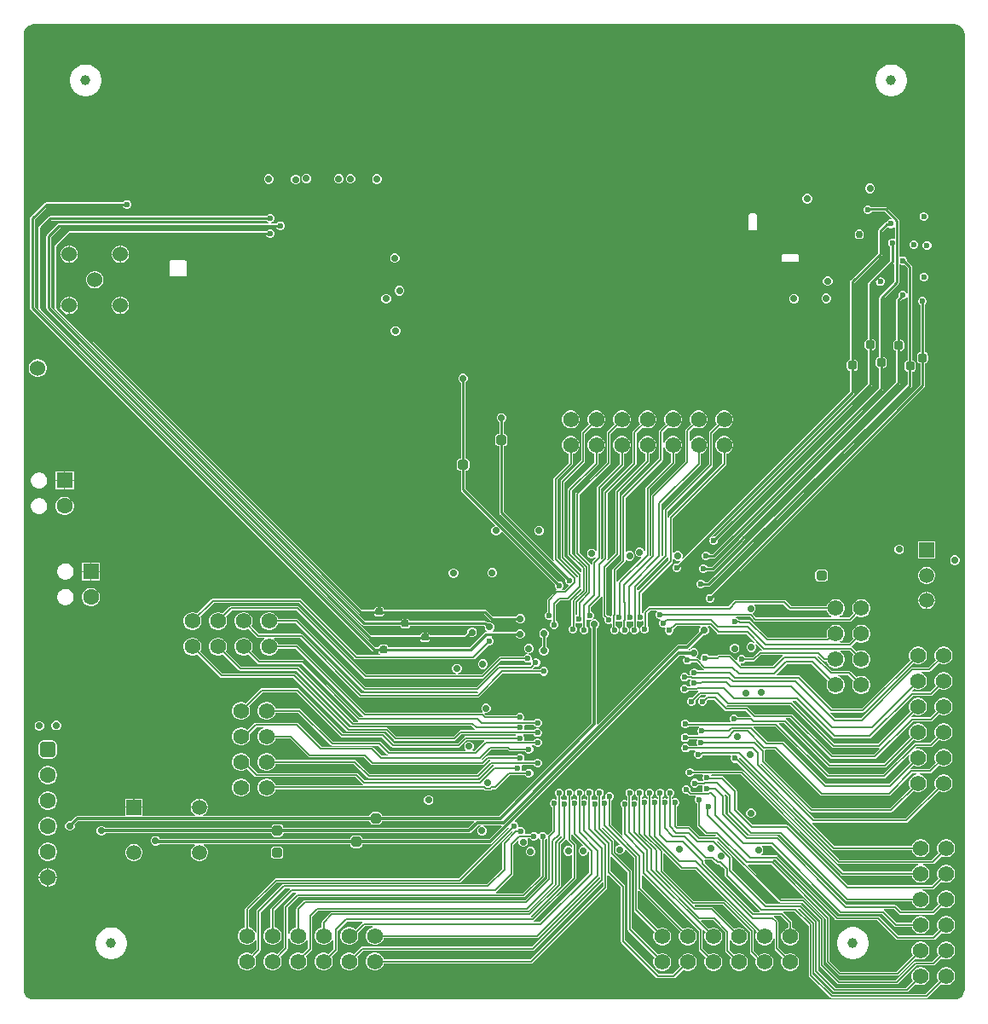
<source format=gbr>
G04*
G04 #@! TF.GenerationSoftware,Altium Limited,Altium Designer,25.1.2 (22)*
G04*
G04 Layer_Physical_Order=4*
G04 Layer_Color=16711680*
%FSLAX25Y25*%
%MOIN*%
G70*
G04*
G04 #@! TF.SameCoordinates,893A5706-FB09-4F9C-B22B-F6CD489B59D5*
G04*
G04*
G04 #@! TF.FilePolarity,Positive*
G04*
G01*
G75*
%ADD15C,0.00700*%
%ADD17C,0.00800*%
%ADD19C,0.01000*%
%ADD83C,0.06200*%
%ADD104C,0.00900*%
%ADD105C,0.01200*%
%ADD122C,0.03937*%
G04:AMPARAMS|DCode=123|XSize=40mil|YSize=40mil|CornerRadius=10mil|HoleSize=0mil|Usage=FLASHONLY|Rotation=0.000|XOffset=0mil|YOffset=0mil|HoleType=Round|Shape=RoundedRectangle|*
%AMROUNDEDRECTD123*
21,1,0.04000,0.02000,0,0,0.0*
21,1,0.02000,0.04000,0,0,0.0*
1,1,0.02000,0.01000,-0.01000*
1,1,0.02000,-0.01000,-0.01000*
1,1,0.02000,-0.01000,0.01000*
1,1,0.02000,0.01000,0.01000*
%
%ADD123ROUNDEDRECTD123*%
%ADD124R,0.05906X0.05906*%
%ADD125C,0.05906*%
%ADD126R,0.05906X0.05906*%
%ADD127R,0.06299X0.06299*%
%ADD128C,0.06299*%
G04:AMPARAMS|DCode=129|XSize=35mil|YSize=35mil|CornerRadius=8.75mil|HoleSize=0mil|Usage=FLASHONLY|Rotation=0.000|XOffset=0mil|YOffset=0mil|HoleType=Round|Shape=RoundedRectangle|*
%AMROUNDEDRECTD129*
21,1,0.03500,0.01750,0,0,0.0*
21,1,0.01750,0.03500,0,0,0.0*
1,1,0.01750,0.00875,-0.00875*
1,1,0.01750,-0.00875,-0.00875*
1,1,0.01750,-0.00875,0.00875*
1,1,0.01750,0.00875,0.00875*
%
%ADD129ROUNDEDRECTD129*%
G04:AMPARAMS|DCode=130|XSize=30mil|YSize=30mil|CornerRadius=7.5mil|HoleSize=0mil|Usage=FLASHONLY|Rotation=0.000|XOffset=0mil|YOffset=0mil|HoleType=Round|Shape=RoundedRectangle|*
%AMROUNDEDRECTD130*
21,1,0.03000,0.01500,0,0,0.0*
21,1,0.01500,0.03000,0,0,0.0*
1,1,0.01500,0.00750,-0.00750*
1,1,0.01500,-0.00750,-0.00750*
1,1,0.01500,-0.00750,0.00750*
1,1,0.01500,0.00750,0.00750*
%
%ADD130ROUNDEDRECTD130*%
%ADD131C,0.03000*%
%ADD132C,0.06000*%
G04:AMPARAMS|DCode=133|XSize=62.99mil|YSize=62.99mil|CornerRadius=15.75mil|HoleSize=0mil|Usage=FLASHONLY|Rotation=270.000|XOffset=0mil|YOffset=0mil|HoleType=Round|Shape=RoundedRectangle|*
%AMROUNDEDRECTD133*
21,1,0.06299,0.03150,0,0,270.0*
21,1,0.03150,0.06299,0,0,270.0*
1,1,0.03150,-0.01575,-0.01575*
1,1,0.03150,-0.01575,0.01575*
1,1,0.03150,0.01575,0.01575*
1,1,0.03150,0.01575,-0.01575*
%
%ADD133ROUNDEDRECTD133*%
%ADD134C,0.02362*%
%ADD135C,0.02756*%
G36*
X599400Y569497D02*
X599813D01*
X600624Y569336D01*
X601388Y569020D01*
X602075Y568560D01*
X602660Y567976D01*
X603120Y567288D01*
X603436Y566524D01*
X603597Y565713D01*
X603597Y565300D01*
X603597Y295800D01*
X603597Y192300D01*
Y191887D01*
X603436Y191076D01*
X603120Y190312D01*
X602660Y189625D01*
X602075Y189040D01*
X601388Y188581D01*
X600624Y188264D01*
X599813Y188103D01*
X599400Y188103D01*
X239731Y188103D01*
X239325D01*
X238527Y188261D01*
X237776Y188573D01*
X237100Y189024D01*
X236525Y189600D01*
X236073Y190276D01*
X235761Y191027D01*
X235603Y191825D01*
X235603Y192231D01*
Y209370D01*
X235603Y209371D01*
X235603Y565300D01*
Y565713D01*
X235764Y566524D01*
X236081Y567288D01*
X236540Y567976D01*
X237124Y568560D01*
X237812Y569020D01*
X238576Y569336D01*
X239387Y569497D01*
X239800Y569497D01*
X599400Y569497D01*
D02*
G37*
%LPC*%
G36*
X575512Y553717D02*
X574288D01*
X573087Y553478D01*
X571955Y553009D01*
X570937Y552329D01*
X570071Y551463D01*
X569391Y550445D01*
X568922Y549313D01*
X568683Y548112D01*
Y546888D01*
X568922Y545687D01*
X569391Y544555D01*
X570071Y543537D01*
X570937Y542671D01*
X571955Y541991D01*
X573087Y541522D01*
X574288Y541284D01*
X575512D01*
X576713Y541522D01*
X577845Y541991D01*
X578863Y542671D01*
X579729Y543537D01*
X580409Y544555D01*
X580878Y545687D01*
X581116Y546888D01*
Y548112D01*
X580878Y549313D01*
X580409Y550445D01*
X579729Y551463D01*
X578863Y552329D01*
X577845Y553009D01*
X576713Y553478D01*
X575512Y553717D01*
D02*
G37*
G36*
X260512D02*
X259288D01*
X258087Y553478D01*
X256955Y553009D01*
X255937Y552329D01*
X255071Y551463D01*
X254391Y550445D01*
X253922Y549313D01*
X253683Y548112D01*
Y546888D01*
X253922Y545687D01*
X254391Y544555D01*
X255071Y543537D01*
X255937Y542671D01*
X256955Y541991D01*
X258087Y541522D01*
X259288Y541284D01*
X260512D01*
X261713Y541522D01*
X262845Y541991D01*
X263863Y542671D01*
X264729Y543537D01*
X265409Y544555D01*
X265878Y545687D01*
X266116Y546888D01*
Y548112D01*
X265878Y549313D01*
X265409Y550445D01*
X264729Y551463D01*
X263863Y552329D01*
X262845Y553009D01*
X261713Y553478D01*
X260512Y553717D01*
D02*
G37*
G36*
X346573Y510978D02*
X345827D01*
X345136Y510692D01*
X344608Y510164D01*
X344322Y509474D01*
Y508727D01*
X344608Y508036D01*
X345136Y507508D01*
X345827Y507222D01*
X346573D01*
X347264Y507508D01*
X347792Y508036D01*
X348078Y508727D01*
Y509474D01*
X347792Y510164D01*
X347264Y510692D01*
X346573Y510978D01*
D02*
G37*
G36*
X363874Y510878D02*
X363126D01*
X362436Y510592D01*
X361908Y510064D01*
X361622Y509374D01*
Y508627D01*
X361908Y507936D01*
X362436Y507408D01*
X363126Y507122D01*
X363874D01*
X364564Y507408D01*
X365092Y507936D01*
X365378Y508627D01*
Y509374D01*
X365092Y510064D01*
X364564Y510592D01*
X363874Y510878D01*
D02*
G37*
G36*
X359274D02*
X358526D01*
X357836Y510592D01*
X357308Y510064D01*
X357022Y509374D01*
Y508627D01*
X357308Y507936D01*
X357836Y507408D01*
X358526Y507122D01*
X359274D01*
X359964Y507408D01*
X360492Y507936D01*
X360778Y508627D01*
Y509374D01*
X360492Y510064D01*
X359964Y510592D01*
X359274Y510878D01*
D02*
G37*
G36*
X374173Y510778D02*
X373427D01*
X372736Y510492D01*
X372208Y509964D01*
X371922Y509273D01*
Y508527D01*
X372208Y507836D01*
X372736Y507308D01*
X373427Y507022D01*
X374173D01*
X374864Y507308D01*
X375392Y507836D01*
X375678Y508527D01*
Y509273D01*
X375392Y509964D01*
X374864Y510492D01*
X374173Y510778D01*
D02*
G37*
G36*
X331873D02*
X331126D01*
X330436Y510492D01*
X329908Y509964D01*
X329622Y509273D01*
Y508527D01*
X329908Y507836D01*
X330436Y507308D01*
X331126Y507022D01*
X331873D01*
X332564Y507308D01*
X333092Y507836D01*
X333378Y508527D01*
Y509273D01*
X333092Y509964D01*
X332564Y510492D01*
X331873Y510778D01*
D02*
G37*
G36*
X342373Y510578D02*
X341627D01*
X340936Y510292D01*
X340408Y509764D01*
X340122Y509073D01*
Y508326D01*
X340408Y507636D01*
X340936Y507108D01*
X341627Y506822D01*
X342373D01*
X343064Y507108D01*
X343592Y507636D01*
X343878Y508326D01*
Y509073D01*
X343592Y509764D01*
X343064Y510292D01*
X342373Y510578D01*
D02*
G37*
G36*
X566973Y507078D02*
X566226D01*
X565536Y506792D01*
X565008Y506264D01*
X564722Y505574D01*
Y504826D01*
X565008Y504136D01*
X565536Y503608D01*
X566226Y503322D01*
X566973D01*
X567664Y503608D01*
X568192Y504136D01*
X568478Y504826D01*
Y505574D01*
X568192Y506264D01*
X567664Y506792D01*
X566973Y507078D01*
D02*
G37*
G36*
X542474Y503078D02*
X541726D01*
X541036Y502792D01*
X540508Y502264D01*
X540222Y501574D01*
Y500827D01*
X540508Y500136D01*
X541036Y499608D01*
X541726Y499322D01*
X542474D01*
X543164Y499608D01*
X543692Y500136D01*
X543978Y500827D01*
Y501574D01*
X543692Y502264D01*
X543164Y502792D01*
X542474Y503078D01*
D02*
G37*
G36*
X276334Y500681D02*
X275666D01*
X275048Y500425D01*
X274575Y499952D01*
X274560Y499918D01*
X244622D01*
X244270Y499848D01*
X243973Y499649D01*
X238404Y494080D01*
X238205Y493783D01*
X238135Y493431D01*
Y458547D01*
X238205Y458196D01*
X238404Y457898D01*
X371951Y324351D01*
X372249Y324152D01*
X372600Y324082D01*
X374491D01*
X374567Y323701D01*
X374821Y323321D01*
X375024Y323185D01*
X374903Y322785D01*
X366069D01*
X344277Y344577D01*
X344012Y344754D01*
X343700Y344816D01*
X343700Y344816D01*
X309600D01*
X309600Y344816D01*
X309288Y344754D01*
X309023Y344577D01*
X309023Y344577D01*
X303531Y339084D01*
X303051Y339362D01*
X302161Y339600D01*
X301239D01*
X300349Y339362D01*
X299551Y338901D01*
X298899Y338249D01*
X298439Y337451D01*
X298200Y336561D01*
Y335639D01*
X298439Y334749D01*
X298899Y333951D01*
X299551Y333299D01*
X300349Y332839D01*
X301239Y332600D01*
X302161D01*
X303051Y332839D01*
X303849Y333299D01*
X304501Y333951D01*
X304961Y334749D01*
X305200Y335639D01*
Y336561D01*
X304961Y337451D01*
X304684Y337931D01*
X309938Y343184D01*
X343362D01*
X365154Y321392D01*
X365154Y321392D01*
X365419Y321216D01*
X365731Y321154D01*
X365731Y321154D01*
X411548D01*
X411548Y321154D01*
X411860Y321216D01*
X412125Y321392D01*
X417329Y326597D01*
X417466Y326540D01*
X418134D01*
X418752Y326796D01*
X419225Y327269D01*
X419481Y327887D01*
Y328556D01*
X419225Y329173D01*
X418752Y329646D01*
X418666Y329682D01*
X418745Y330082D01*
X428147D01*
X428208Y329936D01*
X428736Y329408D01*
X429426Y329122D01*
X430173D01*
X430864Y329408D01*
X431392Y329936D01*
X431678Y330627D01*
Y331374D01*
X431392Y332064D01*
X430864Y332592D01*
X430173Y332878D01*
X429426D01*
X428736Y332592D01*
X428208Y332064D01*
X428147Y331918D01*
X419193D01*
X419027Y332318D01*
X419392Y332682D01*
X419678Y333372D01*
Y334120D01*
X419392Y334810D01*
X418864Y335338D01*
X418174Y335624D01*
X417426D01*
X416981Y335439D01*
X416608Y335813D01*
X416327Y336001D01*
X415995Y336067D01*
X386779D01*
X386733Y336299D01*
X386479Y336679D01*
X386099Y336933D01*
X385650Y337022D01*
X384150D01*
X383701Y336933D01*
X383321Y336679D01*
X383067Y336299D01*
X383021Y336067D01*
X369059D01*
X246267Y458859D01*
Y486141D01*
X249906Y489781D01*
X334502D01*
X334537Y489695D01*
X335010Y489222D01*
X335628Y488966D01*
X336297D01*
X336915Y489222D01*
X337387Y489695D01*
X337643Y490313D01*
Y490982D01*
X337387Y491600D01*
X336915Y492073D01*
X336297Y492329D01*
X335628D01*
X335010Y492073D01*
X334537Y491600D01*
X334502Y491514D01*
X332644D01*
X332564Y491914D01*
X332952Y492075D01*
X333425Y492548D01*
X333681Y493166D01*
Y493834D01*
X333425Y494452D01*
X332952Y494925D01*
X332334Y495181D01*
X331666D01*
X331048Y494925D01*
X330575Y494452D01*
X330564Y494425D01*
X246059D01*
X245727Y494359D01*
X245446Y494171D01*
X241687Y490413D01*
X241499Y490132D01*
X241433Y489800D01*
Y458400D01*
X241499Y458068D01*
X241687Y457787D01*
X370387Y329087D01*
X370668Y328899D01*
X371000Y328833D01*
X390721D01*
X390767Y328601D01*
X391021Y328221D01*
X391401Y327967D01*
X391850Y327877D01*
X393350D01*
X393799Y327967D01*
X394179Y328221D01*
X394433Y328601D01*
X394479Y328833D01*
X408498D01*
X408829Y328899D01*
X409111Y329087D01*
X410074Y330051D01*
X410627Y329822D01*
X411374D01*
X412064Y330108D01*
X412592Y330636D01*
X412878Y331327D01*
Y332073D01*
X412592Y332764D01*
X412064Y333292D01*
X411374Y333578D01*
X410627D01*
X409936Y333292D01*
X409408Y332764D01*
X409122Y332073D01*
Y331550D01*
X408139Y330567D01*
X394519D01*
X394433Y330999D01*
X394179Y331379D01*
X393799Y331633D01*
X393350Y331722D01*
X391850D01*
X391401Y331633D01*
X391021Y331379D01*
X390767Y330999D01*
X390681Y330567D01*
X371359D01*
X243167Y458759D01*
Y489441D01*
X246417Y492692D01*
X330515D01*
X330575Y492548D01*
X331048Y492075D01*
X331436Y491914D01*
X331356Y491514D01*
X249547D01*
X249216Y491448D01*
X248935Y491260D01*
X244787Y487113D01*
X244599Y486832D01*
X244533Y486500D01*
Y458500D01*
X244599Y458168D01*
X244787Y457887D01*
X368087Y334587D01*
X368368Y334399D01*
X368700Y334333D01*
X382981D01*
X383067Y333901D01*
X383321Y333521D01*
X383701Y333267D01*
X384150Y333177D01*
X385650D01*
X386099Y333267D01*
X386479Y333521D01*
X386733Y333901D01*
X386819Y334333D01*
X415636D01*
X415922Y334047D01*
Y333372D01*
X416208Y332682D01*
X416573Y332318D01*
X416479Y332015D01*
X416414Y331911D01*
X416098Y331848D01*
X415801Y331649D01*
X410069Y325918D01*
X378269D01*
X378233Y326099D01*
X377979Y326479D01*
X377599Y326733D01*
X377150Y326822D01*
X375650D01*
X375201Y326733D01*
X374821Y326479D01*
X374567Y326099D01*
X374531Y325918D01*
X372980D01*
X239970Y458927D01*
Y493051D01*
X245002Y498082D01*
X274560D01*
X274575Y498048D01*
X275048Y497575D01*
X275666Y497319D01*
X276334D01*
X276952Y497575D01*
X277425Y498048D01*
X277681Y498666D01*
Y499334D01*
X277425Y499952D01*
X276952Y500425D01*
X276334Y500681D01*
D02*
G37*
G36*
X587934Y495913D02*
X587266D01*
X586648Y495656D01*
X586175Y495184D01*
X585919Y494566D01*
Y493897D01*
X586175Y493279D01*
X586648Y492806D01*
X587266Y492550D01*
X587934D01*
X588552Y492806D01*
X589025Y493279D01*
X589281Y493897D01*
Y494566D01*
X589025Y495184D01*
X588552Y495656D01*
X587934Y495913D01*
D02*
G37*
G36*
X521831Y495483D02*
X519569D01*
X519263Y495356D01*
X519136Y495050D01*
Y489350D01*
X519263Y489044D01*
X519569Y488917D01*
X521831D01*
X522137Y489044D01*
X522264Y489350D01*
Y495050D01*
X522137Y495356D01*
X521831Y495483D01*
D02*
G37*
G36*
X332334Y489181D02*
X331666D01*
X331048Y488925D01*
X330589Y488467D01*
X253800D01*
X253468Y488401D01*
X253187Y488213D01*
X248087Y483113D01*
X247899Y482832D01*
X247833Y482500D01*
Y458400D01*
X247899Y458068D01*
X248087Y457787D01*
X366787Y339087D01*
X367068Y338899D01*
X367400Y338833D01*
X372821D01*
X372867Y338601D01*
X373121Y338221D01*
X373501Y337967D01*
X373950Y337877D01*
X375450D01*
X375899Y337967D01*
X376279Y338221D01*
X376533Y338601D01*
X376579Y338833D01*
X415814D01*
X418261Y336387D01*
X418542Y336199D01*
X418874Y336133D01*
X428226D01*
X428308Y335936D01*
X428836Y335408D01*
X429527Y335122D01*
X430273D01*
X430964Y335408D01*
X431492Y335936D01*
X431778Y336627D01*
Y337373D01*
X431492Y338064D01*
X430964Y338592D01*
X430273Y338878D01*
X429527D01*
X428836Y338592D01*
X428308Y338064D01*
X428226Y337867D01*
X419232D01*
X416786Y340313D01*
X416505Y340501D01*
X416174Y340567D01*
X376619D01*
X376533Y340999D01*
X376279Y341379D01*
X375899Y341633D01*
X375450Y341722D01*
X373950D01*
X373501Y341633D01*
X373121Y341379D01*
X372867Y340999D01*
X372781Y340567D01*
X367759D01*
X252489Y455837D01*
X252696Y456196D01*
X253052Y456100D01*
X253300D01*
Y459300D01*
X250100D01*
Y459052D01*
X250196Y458696D01*
X249837Y458489D01*
X249567Y458759D01*
Y482141D01*
X254159Y486733D01*
X330498D01*
X330575Y486548D01*
X331048Y486075D01*
X331666Y485819D01*
X332334D01*
X332952Y486075D01*
X333425Y486548D01*
X333681Y487166D01*
Y487834D01*
X333425Y488452D01*
X332952Y488925D01*
X332334Y489181D01*
D02*
G37*
G36*
X562806Y489172D02*
X562050D01*
X561352Y488883D01*
X560817Y488348D01*
X560528Y487650D01*
Y486894D01*
X560817Y486196D01*
X561352Y485661D01*
X562050Y485372D01*
X562806D01*
X563504Y485661D01*
X564039Y486196D01*
X564328Y486894D01*
Y487650D01*
X564039Y488348D01*
X563504Y488883D01*
X562806Y489172D01*
D02*
G37*
G36*
X584134Y484881D02*
X583466D01*
X582848Y484625D01*
X582375Y484152D01*
X582119Y483534D01*
Y482866D01*
X582375Y482248D01*
X582848Y481775D01*
X583466Y481519D01*
X584134D01*
X584752Y481775D01*
X585225Y482248D01*
X585481Y482866D01*
Y483534D01*
X585225Y484152D01*
X584752Y484625D01*
X584134Y484881D01*
D02*
G37*
G36*
X589234Y484681D02*
X588566D01*
X587948Y484425D01*
X587475Y483952D01*
X587219Y483334D01*
Y482666D01*
X587475Y482048D01*
X587948Y481575D01*
X588566Y481319D01*
X589234D01*
X589852Y481575D01*
X590325Y482048D01*
X590581Y482666D01*
Y483334D01*
X590325Y483952D01*
X589852Y484425D01*
X589234Y484681D01*
D02*
G37*
G36*
X273948Y482900D02*
X273700D01*
Y479700D01*
X276900D01*
Y479948D01*
X276668Y480812D01*
X276221Y481588D01*
X275588Y482221D01*
X274812Y482668D01*
X273948Y482900D01*
D02*
G37*
G36*
X253948D02*
X253700D01*
Y479700D01*
X256900D01*
Y479948D01*
X256668Y480812D01*
X256221Y481588D01*
X255588Y482221D01*
X254812Y482668D01*
X253948Y482900D01*
D02*
G37*
G36*
X273300D02*
X273052D01*
X272188Y482668D01*
X271412Y482221D01*
X270779Y481588D01*
X270332Y480812D01*
X270100Y479948D01*
Y479700D01*
X273300D01*
Y482900D01*
D02*
G37*
G36*
X253300D02*
X253052D01*
X252188Y482668D01*
X251412Y482221D01*
X250779Y481588D01*
X250332Y480812D01*
X250100Y479948D01*
Y479700D01*
X253300D01*
Y482900D01*
D02*
G37*
G36*
X538250Y479533D02*
X532550D01*
X532244Y479406D01*
X532117Y479100D01*
Y476839D01*
X532244Y476532D01*
X532550Y476406D01*
X538250D01*
X538556Y476532D01*
X538683Y476839D01*
Y479100D01*
X538556Y479406D01*
X538250Y479533D01*
D02*
G37*
G36*
X381173Y479878D02*
X380427D01*
X379736Y479592D01*
X379208Y479064D01*
X378922Y478373D01*
Y477627D01*
X379208Y476936D01*
X379736Y476408D01*
X380427Y476122D01*
X381173D01*
X381864Y476408D01*
X382392Y476936D01*
X382678Y477627D01*
Y478373D01*
X382392Y479064D01*
X381864Y479592D01*
X381173Y479878D01*
D02*
G37*
G36*
X276900Y479300D02*
X273700D01*
Y476100D01*
X273948D01*
X274812Y476332D01*
X275588Y476779D01*
X276221Y477412D01*
X276668Y478188D01*
X276900Y479052D01*
Y479300D01*
D02*
G37*
G36*
X273300D02*
X270100D01*
Y479052D01*
X270332Y478188D01*
X270779Y477412D01*
X271412Y476779D01*
X272188Y476332D01*
X273052Y476100D01*
X273300D01*
Y479300D01*
D02*
G37*
G36*
X256900D02*
X253700D01*
Y476100D01*
X253948D01*
X254812Y476332D01*
X255588Y476779D01*
X256221Y477412D01*
X256668Y478188D01*
X256900Y479052D01*
Y479300D01*
D02*
G37*
G36*
X253300D02*
X250100D01*
Y479052D01*
X250332Y478188D01*
X250779Y477412D01*
X251412Y476779D01*
X252188Y476332D01*
X253052Y476100D01*
X253300D01*
Y479300D01*
D02*
G37*
G36*
X298850Y477183D02*
X293150D01*
X292844Y477056D01*
X292717Y476750D01*
Y471250D01*
X292844Y470944D01*
X293150Y470817D01*
X298850D01*
X299156Y470944D01*
X299283Y471250D01*
Y476750D01*
X299156Y477056D01*
X298850Y477183D01*
D02*
G37*
G36*
X587969Y472300D02*
X587300D01*
X586682Y472044D01*
X586209Y471571D01*
X585953Y470953D01*
Y470285D01*
X586209Y469667D01*
X586682Y469194D01*
X587300Y468938D01*
X587969D01*
X588587Y469194D01*
X589060Y469667D01*
X589316Y470285D01*
Y470953D01*
X589060Y471571D01*
X588587Y472044D01*
X587969Y472300D01*
D02*
G37*
G36*
X550473Y470878D02*
X549726D01*
X549036Y470592D01*
X548508Y470064D01*
X548222Y469374D01*
Y468626D01*
X548508Y467936D01*
X549036Y467408D01*
X549726Y467122D01*
X550473D01*
X551164Y467408D01*
X551692Y467936D01*
X551978Y468626D01*
Y469374D01*
X551692Y470064D01*
X551164Y470592D01*
X550473Y470878D01*
D02*
G37*
G36*
X263948Y472900D02*
X263052D01*
X262188Y472668D01*
X261412Y472221D01*
X260779Y471588D01*
X260332Y470812D01*
X260100Y469948D01*
Y469052D01*
X260332Y468188D01*
X260779Y467412D01*
X261412Y466779D01*
X262188Y466332D01*
X263052Y466100D01*
X263948D01*
X264812Y466332D01*
X265588Y466779D01*
X266221Y467412D01*
X266668Y468188D01*
X266900Y469052D01*
Y469948D01*
X266668Y470812D01*
X266221Y471588D01*
X265588Y472221D01*
X264812Y472668D01*
X263948Y472900D01*
D02*
G37*
G36*
X566070Y498645D02*
X565401D01*
X564784Y498389D01*
X564311Y497916D01*
X564055Y497299D01*
Y496630D01*
X564311Y496012D01*
X564784Y495539D01*
X565401Y495283D01*
X566070D01*
X566688Y495539D01*
X567161Y496012D01*
X567253Y496233D01*
X572341D01*
X575093Y493481D01*
X574928Y493081D01*
X574466D01*
X573848Y492825D01*
X573375Y492352D01*
X573270Y492100D01*
X573102D01*
X572770Y492034D01*
X572489Y491846D01*
X569965Y489322D01*
X569777Y489041D01*
X569711Y488709D01*
Y480031D01*
X559050Y469370D01*
X558862Y469089D01*
X558796Y468757D01*
Y438269D01*
X558327Y438176D01*
X557906Y437894D01*
X557624Y437472D01*
X557525Y436975D01*
Y435225D01*
X557624Y434727D01*
X557906Y434306D01*
X558327Y434024D01*
X558796Y433931D01*
Y426022D01*
X493506Y360732D01*
X493167Y360958D01*
X493278Y361227D01*
Y361974D01*
X492992Y362664D01*
X492464Y363192D01*
X491774Y363478D01*
X491026D01*
X490336Y363192D01*
X489916Y362772D01*
X489516Y362924D01*
Y376262D01*
X510177Y396923D01*
X510177Y396923D01*
X510354Y397188D01*
X510416Y397500D01*
Y401495D01*
X510951Y401639D01*
X511749Y402099D01*
X512401Y402751D01*
X512861Y403549D01*
X513100Y404439D01*
Y405361D01*
X512861Y406251D01*
X512401Y407049D01*
X511749Y407701D01*
X510951Y408161D01*
X510061Y408400D01*
X509139D01*
X508249Y408161D01*
X507451Y407701D01*
X506799Y407049D01*
X506339Y406251D01*
X506100Y405361D01*
Y404439D01*
X506339Y403549D01*
X506799Y402751D01*
X507451Y402099D01*
X508249Y401639D01*
X508784Y401495D01*
Y397838D01*
X488123Y377177D01*
X487946Y376912D01*
X487884Y376600D01*
X487884Y376600D01*
Y359911D01*
X475949Y347976D01*
X475621Y348073D01*
X475549Y348125D01*
Y349234D01*
X487177Y360862D01*
X487177Y360862D01*
X487354Y361126D01*
X487416Y361439D01*
Y379062D01*
X504977Y396623D01*
X504977Y396623D01*
X505154Y396888D01*
X505216Y397200D01*
Y409362D01*
X507769Y411916D01*
X508249Y411638D01*
X509139Y411400D01*
X510061D01*
X510951Y411638D01*
X511749Y412099D01*
X512401Y412751D01*
X512861Y413549D01*
X513100Y414439D01*
Y415361D01*
X512861Y416251D01*
X512401Y417049D01*
X511749Y417701D01*
X510951Y418161D01*
X510061Y418400D01*
X509139D01*
X508249Y418161D01*
X507451Y417701D01*
X506799Y417049D01*
X506339Y416251D01*
X506100Y415361D01*
Y414439D01*
X506339Y413549D01*
X506616Y413069D01*
X503823Y410277D01*
X503646Y410012D01*
X503584Y409700D01*
X503584Y409700D01*
Y397538D01*
X486023Y379977D01*
X485846Y379712D01*
X485784Y379400D01*
X485784Y379400D01*
Y361776D01*
X485416Y361408D01*
X485016Y361574D01*
Y381762D01*
X500177Y396923D01*
X500177Y396923D01*
X500354Y397188D01*
X500416Y397500D01*
X500416Y397500D01*
Y401495D01*
X500951Y401639D01*
X501749Y402099D01*
X502401Y402751D01*
X502861Y403549D01*
X503100Y404439D01*
Y405361D01*
X502861Y406251D01*
X502401Y407049D01*
X501749Y407701D01*
X500951Y408161D01*
X500061Y408400D01*
X499139D01*
X498249Y408161D01*
X497451Y407701D01*
X496799Y407049D01*
X496416Y406385D01*
X496016Y406492D01*
Y410162D01*
X497769Y411916D01*
X498249Y411638D01*
X499139Y411400D01*
X500061D01*
X500951Y411638D01*
X501749Y412099D01*
X502401Y412751D01*
X502861Y413549D01*
X503100Y414439D01*
Y415361D01*
X502861Y416251D01*
X502401Y417049D01*
X501749Y417701D01*
X500951Y418161D01*
X500061Y418400D01*
X499139D01*
X498249Y418161D01*
X497451Y417701D01*
X496799Y417049D01*
X496339Y416251D01*
X496100Y415361D01*
Y414439D01*
X496339Y413549D01*
X496616Y413069D01*
X494623Y411077D01*
X494446Y410812D01*
X494384Y410500D01*
X494384Y410500D01*
Y398438D01*
X481323Y385377D01*
X481146Y385112D01*
X481084Y384800D01*
X481084Y384800D01*
Y362038D01*
X480758Y361711D01*
X480389Y361908D01*
X480416Y362042D01*
X480416Y362042D01*
Y387662D01*
X490177Y397423D01*
X490177Y397423D01*
X490354Y397688D01*
X490416Y398000D01*
X490416Y398000D01*
Y401495D01*
X490951Y401639D01*
X491749Y402099D01*
X492401Y402751D01*
X492862Y403549D01*
X493100Y404439D01*
Y405361D01*
X492862Y406251D01*
X492401Y407049D01*
X491749Y407701D01*
X490951Y408161D01*
X490061Y408400D01*
X489139D01*
X488249Y408161D01*
X487451Y407701D01*
X486799Y407049D01*
X486339Y406251D01*
X486100Y405361D01*
Y404439D01*
X486339Y403549D01*
X486799Y402751D01*
X487451Y402099D01*
X488249Y401639D01*
X488784Y401495D01*
Y398338D01*
X479023Y388577D01*
X478846Y388312D01*
X478784Y388000D01*
X478784Y388000D01*
Y363423D01*
X478405Y363374D01*
X478119Y364064D01*
X477591Y364592D01*
X476900Y364878D01*
X476153D01*
X475463Y364592D01*
X474935Y364064D01*
X474649Y363373D01*
Y362627D01*
X474935Y361936D01*
X475463Y361408D01*
X476153Y361122D01*
X476900D01*
X477004Y361165D01*
X477231Y360826D01*
X468076Y351671D01*
X467899Y351407D01*
X467500Y351450D01*
Y355788D01*
X470699Y358987D01*
X470876Y359251D01*
X470938Y359563D01*
X470938Y359563D01*
Y360031D01*
X471338Y360196D01*
X471526Y360008D01*
X472216Y359722D01*
X472963D01*
X473654Y360008D01*
X474182Y360536D01*
X474468Y361227D01*
Y361974D01*
X474182Y362664D01*
X473654Y363192D01*
X472963Y363478D01*
X472216D01*
X471526Y363192D01*
X471338Y363004D01*
X470938Y363170D01*
Y384184D01*
X485377Y398623D01*
X485554Y398888D01*
X485616Y399200D01*
X485616Y399200D01*
Y409762D01*
X487769Y411916D01*
X488249Y411638D01*
X489139Y411400D01*
X490061D01*
X490951Y411638D01*
X491749Y412099D01*
X492401Y412751D01*
X492862Y413549D01*
X493100Y414439D01*
Y415361D01*
X492862Y416251D01*
X492401Y417049D01*
X491749Y417701D01*
X490951Y418161D01*
X490061Y418400D01*
X489139D01*
X488249Y418161D01*
X487451Y417701D01*
X486799Y417049D01*
X486339Y416251D01*
X486100Y415361D01*
Y414439D01*
X486339Y413549D01*
X486616Y413069D01*
X484223Y410677D01*
X484046Y410412D01*
X483984Y410100D01*
X483984Y410100D01*
Y399538D01*
X469545Y385099D01*
X469369Y384834D01*
X469306Y384522D01*
X469306Y384522D01*
Y359901D01*
X466108Y356702D01*
X465931Y356438D01*
X465869Y356126D01*
X465869Y356125D01*
Y338975D01*
X465832Y338939D01*
X465656Y338674D01*
X465593Y338362D01*
X465593Y338362D01*
Y338238D01*
X465193Y338065D01*
X464662Y338285D01*
X464006D01*
X463563Y338728D01*
Y356904D01*
X468377Y361717D01*
X468377Y361717D01*
X468554Y361982D01*
X468616Y362294D01*
Y386262D01*
X480177Y397823D01*
X480354Y398088D01*
X480416Y398400D01*
X480416Y398400D01*
Y401495D01*
X480951Y401639D01*
X481749Y402099D01*
X482401Y402751D01*
X482862Y403549D01*
X483100Y404439D01*
Y405361D01*
X482862Y406251D01*
X482401Y407049D01*
X481749Y407701D01*
X480951Y408161D01*
X480061Y408400D01*
X479139D01*
X478249Y408161D01*
X477451Y407701D01*
X476799Y407049D01*
X476338Y406251D01*
X476100Y405361D01*
Y404439D01*
X476338Y403549D01*
X476799Y402751D01*
X477451Y402099D01*
X478249Y401639D01*
X478784Y401495D01*
Y398738D01*
X467223Y387177D01*
X467046Y386912D01*
X466984Y386600D01*
X466984Y386600D01*
Y362632D01*
X462171Y357818D01*
X462086Y357691D01*
X461669Y357788D01*
X461643Y357990D01*
X463677Y360023D01*
X463854Y360288D01*
X463916Y360600D01*
X463916Y360600D01*
Y385962D01*
X475077Y397123D01*
X475077Y397123D01*
X475254Y397388D01*
X475316Y397700D01*
Y409462D01*
X477769Y411916D01*
X478249Y411638D01*
X479139Y411400D01*
X480061D01*
X480951Y411638D01*
X481749Y412099D01*
X482401Y412751D01*
X482862Y413549D01*
X483100Y414439D01*
Y415361D01*
X482862Y416251D01*
X482401Y417049D01*
X481749Y417701D01*
X480951Y418161D01*
X480061Y418400D01*
X479139D01*
X478249Y418161D01*
X477451Y417701D01*
X476799Y417049D01*
X476338Y416251D01*
X476100Y415361D01*
Y414439D01*
X476338Y413549D01*
X476616Y413069D01*
X473923Y410377D01*
X473746Y410112D01*
X473684Y409800D01*
X473684Y409800D01*
Y398038D01*
X462523Y386877D01*
X462346Y386612D01*
X462284Y386300D01*
X462284Y386300D01*
Y360938D01*
X461727Y360381D01*
X461359Y360578D01*
X461394Y360757D01*
X461394Y360757D01*
Y387941D01*
X470177Y396723D01*
X470177Y396723D01*
X470354Y396988D01*
X470416Y397300D01*
X470416Y397300D01*
Y401495D01*
X470951Y401639D01*
X471749Y402099D01*
X472401Y402751D01*
X472861Y403549D01*
X473100Y404439D01*
Y405361D01*
X472861Y406251D01*
X472401Y407049D01*
X471749Y407701D01*
X470951Y408161D01*
X470061Y408400D01*
X469139D01*
X468249Y408161D01*
X467451Y407701D01*
X466799Y407049D01*
X466338Y406251D01*
X466100Y405361D01*
Y404439D01*
X466338Y403549D01*
X466799Y402751D01*
X467451Y402099D01*
X468249Y401639D01*
X468784Y401495D01*
Y397638D01*
X460002Y388856D01*
X459825Y388591D01*
X459763Y388279D01*
X459763Y388279D01*
Y363713D01*
X459498Y363607D01*
X459363Y363593D01*
X458864Y364092D01*
X458174Y364378D01*
X457427D01*
X456736Y364092D01*
X456208Y363564D01*
X455922Y362874D01*
Y362126D01*
X456208Y361436D01*
X456736Y360908D01*
X457427Y360622D01*
X458174D01*
X458864Y360908D01*
X459139Y361183D01*
X459570Y361048D01*
X459592Y360924D01*
X458233Y359565D01*
X458057Y359301D01*
X457995Y358989D01*
X457995Y358989D01*
Y358297D01*
X457595Y358254D01*
X457418Y358518D01*
X457418Y358518D01*
X453016Y362921D01*
Y385462D01*
X464977Y397423D01*
X464977Y397423D01*
X465154Y397688D01*
X465216Y398000D01*
X465216Y398000D01*
Y409362D01*
X467769Y411916D01*
X468249Y411638D01*
X469139Y411400D01*
X470061D01*
X470951Y411638D01*
X471749Y412099D01*
X472401Y412751D01*
X472861Y413549D01*
X473100Y414439D01*
Y415361D01*
X472861Y416251D01*
X472401Y417049D01*
X471749Y417701D01*
X470951Y418161D01*
X470061Y418400D01*
X469139D01*
X468249Y418161D01*
X467451Y417701D01*
X466799Y417049D01*
X466338Y416251D01*
X466100Y415361D01*
Y414439D01*
X466338Y413549D01*
X466616Y413069D01*
X463823Y410277D01*
X463646Y410012D01*
X463584Y409700D01*
X463584Y409700D01*
Y398338D01*
X451623Y386377D01*
X451446Y386112D01*
X451384Y385800D01*
X451384Y385800D01*
Y362583D01*
X451384Y362583D01*
X451446Y362271D01*
X451623Y362006D01*
X456026Y357604D01*
Y347519D01*
X452328Y343821D01*
X452151Y343557D01*
X452089Y343245D01*
X452089Y343244D01*
Y338591D01*
X451885Y338471D01*
X451485Y338698D01*
Y343776D01*
X455177Y347469D01*
X455177Y347469D01*
X455354Y347733D01*
X455416Y348045D01*
Y356760D01*
X455354Y357072D01*
X455177Y357337D01*
X455177Y357337D01*
X449916Y362598D01*
Y386862D01*
X460177Y397123D01*
X460177Y397123D01*
X460354Y397388D01*
X460416Y397700D01*
Y401495D01*
X460951Y401639D01*
X461749Y402099D01*
X462401Y402751D01*
X462861Y403549D01*
X463100Y404439D01*
Y405361D01*
X462861Y406251D01*
X462401Y407049D01*
X461749Y407701D01*
X460951Y408161D01*
X460061Y408400D01*
X459139D01*
X458249Y408161D01*
X457451Y407701D01*
X456799Y407049D01*
X456339Y406251D01*
X456100Y405361D01*
Y404439D01*
X456339Y403549D01*
X456799Y402751D01*
X457451Y402099D01*
X458249Y401639D01*
X458784Y401495D01*
Y398038D01*
X448523Y387777D01*
X448346Y387512D01*
X448284Y387200D01*
X448284Y387200D01*
Y362260D01*
X448284Y362260D01*
X448346Y361948D01*
X448523Y361684D01*
X453784Y356422D01*
Y355272D01*
X453384Y355106D01*
X447216Y361275D01*
Y390262D01*
X454977Y398023D01*
X454977Y398023D01*
X455154Y398288D01*
X455216Y398600D01*
X455216Y398600D01*
Y409362D01*
X457769Y411916D01*
X458249Y411638D01*
X459139Y411400D01*
X460061D01*
X460951Y411638D01*
X461749Y412099D01*
X462401Y412751D01*
X462861Y413549D01*
X463100Y414439D01*
Y415361D01*
X462861Y416251D01*
X462401Y417049D01*
X461749Y417701D01*
X460951Y418161D01*
X460061Y418400D01*
X459139D01*
X458249Y418161D01*
X457451Y417701D01*
X456799Y417049D01*
X456339Y416251D01*
X456100Y415361D01*
Y414439D01*
X456339Y413549D01*
X456616Y413069D01*
X453823Y410277D01*
X453646Y410012D01*
X453584Y409700D01*
X453584Y409700D01*
Y398938D01*
X445823Y391177D01*
X445646Y390912D01*
X445584Y390600D01*
X445584Y390600D01*
Y360937D01*
X445584Y360937D01*
X445646Y360625D01*
X445823Y360360D01*
X452245Y353939D01*
Y353164D01*
X451845Y353124D01*
X451835Y353174D01*
X451658Y353439D01*
X451658Y353439D01*
X444416Y360681D01*
Y391362D01*
X450177Y397123D01*
X450177Y397123D01*
X450354Y397388D01*
X450416Y397700D01*
Y401495D01*
X450951Y401639D01*
X451749Y402099D01*
X452401Y402751D01*
X452861Y403549D01*
X453100Y404439D01*
Y405361D01*
X452861Y406251D01*
X452401Y407049D01*
X451749Y407701D01*
X450951Y408161D01*
X450061Y408400D01*
X449139D01*
X448249Y408161D01*
X447451Y407701D01*
X446799Y407049D01*
X446339Y406251D01*
X446100Y405361D01*
Y404439D01*
X446339Y403549D01*
X446799Y402751D01*
X447451Y402099D01*
X448249Y401639D01*
X448784Y401495D01*
Y398038D01*
X443023Y392277D01*
X442846Y392012D01*
X442784Y391700D01*
X442784Y391700D01*
Y360343D01*
X442784Y360343D01*
X442846Y360031D01*
X443023Y359766D01*
X442739Y359487D01*
X423367Y378859D01*
Y404473D01*
X423447D01*
X423993Y404581D01*
X424457Y404891D01*
X424766Y405354D01*
X424875Y405900D01*
Y407900D01*
X424766Y408446D01*
X424457Y408909D01*
X423993Y409219D01*
X423447Y409327D01*
X423367D01*
Y413826D01*
X423564Y413908D01*
X424092Y414436D01*
X424378Y415127D01*
Y415873D01*
X424092Y416564D01*
X423564Y417092D01*
X422873Y417378D01*
X422126D01*
X421436Y417092D01*
X420908Y416564D01*
X420622Y415873D01*
Y415127D01*
X420908Y414436D01*
X421436Y413908D01*
X421633Y413826D01*
Y409327D01*
X421447D01*
X420901Y409219D01*
X420438Y408909D01*
X420128Y408446D01*
X420020Y407900D01*
Y405900D01*
X420128Y405354D01*
X420438Y404891D01*
X420901Y404581D01*
X421447Y404473D01*
X421633D01*
Y378500D01*
X421699Y378168D01*
X421887Y377887D01*
X447354Y352420D01*
X447319Y352334D01*
Y351666D01*
X447575Y351048D01*
X448048Y350575D01*
X448579Y350355D01*
X448739Y349949D01*
X447005Y348216D01*
X446116D01*
X446021Y348425D01*
X445993Y348616D01*
X446425Y349048D01*
X446681Y349666D01*
Y350334D01*
X446425Y350952D01*
X445952Y351425D01*
X445334Y351681D01*
X444666D01*
X444580Y351646D01*
X423526Y372699D01*
X423341Y372977D01*
X421977Y374341D01*
X421699Y374527D01*
X408367Y387859D01*
Y394773D01*
X408500D01*
X409046Y394881D01*
X409509Y395191D01*
X409819Y395654D01*
X409927Y396200D01*
Y398200D01*
X409819Y398746D01*
X409509Y399209D01*
X409046Y399519D01*
X408500Y399627D01*
X408367D01*
Y429326D01*
X408564Y429408D01*
X409092Y429936D01*
X409378Y430626D01*
Y431374D01*
X409092Y432064D01*
X408564Y432592D01*
X407873Y432878D01*
X407127D01*
X406436Y432592D01*
X405908Y432064D01*
X405622Y431374D01*
Y430626D01*
X405908Y429936D01*
X406436Y429408D01*
X406633Y429326D01*
Y399627D01*
X406500D01*
X405954Y399519D01*
X405491Y399209D01*
X405181Y398746D01*
X405073Y398200D01*
Y396200D01*
X405181Y395654D01*
X405491Y395191D01*
X405954Y394881D01*
X406500Y394773D01*
X406633D01*
Y387500D01*
X406699Y387168D01*
X406887Y386887D01*
X420127Y373647D01*
X419959Y373250D01*
X419336Y372992D01*
X418808Y372464D01*
X418522Y371774D01*
Y371026D01*
X418808Y370336D01*
X419336Y369808D01*
X420026Y369522D01*
X420774D01*
X421464Y369808D01*
X421992Y370336D01*
X422250Y370959D01*
X422647Y371127D01*
X443354Y350420D01*
X443319Y350334D01*
Y349666D01*
X443575Y349048D01*
X444032Y348590D01*
X444032Y348485D01*
X443977Y348171D01*
X443888Y348154D01*
X443623Y347977D01*
X443623Y347977D01*
X440601Y344955D01*
X440424Y344690D01*
X440362Y344378D01*
X440362Y344378D01*
Y339741D01*
X440226Y339684D01*
X439753Y339211D01*
X439497Y338593D01*
Y337925D01*
X439753Y337307D01*
X440226Y336834D01*
X440844Y336578D01*
X441512D01*
X441723Y336665D01*
X442088Y336435D01*
X442094Y336353D01*
X442075Y336106D01*
X441637Y335669D01*
X441381Y335051D01*
Y334382D01*
X441637Y333764D01*
X442110Y333291D01*
X442728Y333035D01*
X443397D01*
X444015Y333291D01*
X444487Y333764D01*
X444743Y334382D01*
Y335051D01*
X444487Y335669D01*
X444015Y336142D01*
X443878Y336198D01*
Y342622D01*
X445441Y344184D01*
X448400D01*
X448400Y344184D01*
X448712Y344246D01*
X448977Y344423D01*
X453252Y348698D01*
X453665Y348545D01*
X453697Y348296D01*
X450092Y344691D01*
X449915Y344426D01*
X449853Y344114D01*
X449853Y344114D01*
Y334514D01*
X449434Y334340D01*
X448961Y333867D01*
X448705Y333249D01*
Y332581D01*
X448961Y331963D01*
X449434Y331490D01*
X450052Y331234D01*
X450721D01*
X451338Y331490D01*
X451811Y331963D01*
X452067Y332581D01*
Y333249D01*
X451811Y333867D01*
X451485Y334194D01*
Y335175D01*
X451885Y335349D01*
X452416Y335129D01*
X453084D01*
X453615Y335349D01*
X454015Y335175D01*
Y334086D01*
X453921Y334047D01*
X453448Y333574D01*
X453192Y332956D01*
Y332288D01*
X453448Y331670D01*
X453921Y331197D01*
X454539Y330941D01*
X455208D01*
X455826Y331197D01*
X456298Y331670D01*
X456554Y332288D01*
Y332956D01*
X456298Y333574D01*
X455826Y334047D01*
X455647Y334121D01*
Y336708D01*
X456047Y336882D01*
X456578Y336662D01*
X457247D01*
X457424Y336736D01*
X457651Y336397D01*
X457218Y335964D01*
X456932Y335274D01*
Y334526D01*
X457218Y333836D01*
X457747Y333308D01*
X457791Y333290D01*
Y296251D01*
X421504Y259964D01*
X375727D01*
Y260000D01*
X375619Y260546D01*
X375309Y261009D01*
X374846Y261319D01*
X374300Y261427D01*
X372300D01*
X371754Y261319D01*
X371291Y261009D01*
X370981Y260546D01*
X370873Y260000D01*
Y259964D01*
X327986D01*
X327960Y259970D01*
X324304D01*
X324278Y259964D01*
X305923D01*
X305815Y260365D01*
X306354Y260675D01*
X306978Y261300D01*
X307419Y262064D01*
X307648Y262917D01*
Y263158D01*
X304295D01*
X300942D01*
Y262917D01*
X301171Y262064D01*
X301612Y261300D01*
X302237Y260675D01*
X302775Y260365D01*
X302668Y259964D01*
X282440D01*
X282057Y260005D01*
X282057Y260365D01*
Y263158D01*
X278705D01*
X275352D01*
X275352Y260005D01*
X274969Y259964D01*
X256645D01*
X256255Y259887D01*
X255924Y259666D01*
X254118Y257860D01*
X254074Y257878D01*
X253327D01*
X252636Y257592D01*
X252108Y257064D01*
X251822Y256374D01*
Y255627D01*
X252108Y254936D01*
X252636Y254408D01*
X253327Y254122D01*
X254074D01*
X254764Y254408D01*
X255292Y254936D01*
X255578Y255627D01*
Y256374D01*
X255560Y256418D01*
X257067Y257925D01*
X324298D01*
X324324Y257930D01*
X327940D01*
X327965Y257925D01*
X370887D01*
X370981Y257454D01*
X371291Y256991D01*
X371754Y256681D01*
X372300Y256573D01*
X374300D01*
X374846Y256681D01*
X375309Y256991D01*
X375619Y257454D01*
X375713Y257925D01*
X411661D01*
X411814Y257556D01*
X409378Y255120D01*
X337323D01*
X337219Y255646D01*
X336909Y256109D01*
X336446Y256419D01*
X335900Y256527D01*
X333900D01*
X333354Y256419D01*
X332891Y256109D01*
X332581Y255646D01*
X332476Y255120D01*
X267610D01*
X267592Y255164D01*
X267064Y255692D01*
X266373Y255978D01*
X265627D01*
X264936Y255692D01*
X264408Y255164D01*
X264122Y254473D01*
Y253727D01*
X264408Y253036D01*
X264936Y252508D01*
X265627Y252222D01*
X266373D01*
X267064Y252508D01*
X267592Y253036D01*
X267610Y253080D01*
X332476D01*
X332581Y252554D01*
X332891Y252091D01*
X333354Y251781D01*
X333900Y251673D01*
X335900D01*
X336446Y251781D01*
X336909Y252091D01*
X337219Y252554D01*
X337323Y253080D01*
X409800D01*
X410190Y253158D01*
X410521Y253379D01*
X413467Y256325D01*
X414320D01*
X414399Y255925D01*
X413836Y255692D01*
X413308Y255164D01*
X413022Y254473D01*
Y253727D01*
X413308Y253036D01*
X413836Y252508D01*
X414527Y252222D01*
X415274D01*
X415964Y252508D01*
X416492Y253036D01*
X416778Y253727D01*
Y254473D01*
X416492Y255164D01*
X415964Y255692D01*
X415401Y255925D01*
X415480Y256325D01*
X422559D01*
X422712Y255956D01*
X417682Y250925D01*
X368103D01*
X368019Y251346D01*
X367709Y251809D01*
X367246Y252119D01*
X366700Y252227D01*
X364700D01*
X364154Y252119D01*
X363691Y251809D01*
X363381Y251346D01*
X363313Y251004D01*
X288887D01*
X288792Y251233D01*
X288264Y251761D01*
X287574Y252047D01*
X286826D01*
X286136Y251761D01*
X285608Y251233D01*
X285322Y250543D01*
Y249796D01*
X285608Y249106D01*
X286136Y248577D01*
X286826Y248291D01*
X287574D01*
X288264Y248577D01*
X288652Y248965D01*
X302546D01*
X302653Y248565D01*
X302237Y248325D01*
X301612Y247700D01*
X301171Y246936D01*
X300942Y246083D01*
Y245200D01*
X301171Y244348D01*
X301612Y243583D01*
X302237Y242959D01*
X303001Y242517D01*
X303854Y242289D01*
X304737D01*
X305589Y242517D01*
X306354Y242959D01*
X306978Y243583D01*
X307419Y244348D01*
X307648Y245200D01*
Y246083D01*
X307419Y246936D01*
X306978Y247700D01*
X306354Y248325D01*
X305937Y248565D01*
X306045Y248965D01*
X363273D01*
Y248800D01*
X363381Y248254D01*
X363691Y247791D01*
X364154Y247481D01*
X364700Y247373D01*
X366700D01*
X367246Y247481D01*
X367709Y247791D01*
X368019Y248254D01*
X368127Y248800D01*
Y248886D01*
X418104D01*
X418494Y248963D01*
X418825Y249184D01*
X425070Y255429D01*
X425506Y255300D01*
X410760Y240554D01*
X410717Y240489D01*
X405743Y235516D01*
X334249D01*
X334248Y235516D01*
X333936Y235454D01*
X333672Y235277D01*
X333672Y235277D01*
X322423Y224028D01*
X322246Y223764D01*
X322184Y223451D01*
X322184Y223451D01*
Y216405D01*
X321649Y216262D01*
X320851Y215801D01*
X320199Y215149D01*
X319739Y214351D01*
X319500Y213461D01*
Y212539D01*
X319739Y211649D01*
X320199Y210851D01*
X320851Y210199D01*
X321649Y209738D01*
X322539Y209500D01*
X323461D01*
X324351Y209738D01*
X325149Y210199D01*
X325801Y210851D01*
X326261Y211649D01*
X326660Y211592D01*
Y207814D01*
X324831Y205984D01*
X324351Y206261D01*
X323461Y206500D01*
X322539D01*
X321649Y206261D01*
X320851Y205801D01*
X320199Y205149D01*
X319739Y204351D01*
X319500Y203461D01*
Y202539D01*
X319739Y201649D01*
X320199Y200851D01*
X320851Y200199D01*
X321649Y199739D01*
X322539Y199500D01*
X323461D01*
X324351Y199739D01*
X325149Y200199D01*
X325801Y200851D01*
X326261Y201649D01*
X326500Y202539D01*
Y203461D01*
X326261Y204351D01*
X325984Y204831D01*
X328053Y206899D01*
X328053Y206899D01*
X328229Y207164D01*
X328292Y207476D01*
X328292Y207476D01*
Y222289D01*
X337686Y231684D01*
X339584D01*
X339612Y231649D01*
X339731Y231284D01*
X332423Y223977D01*
X332246Y223712D01*
X332184Y223400D01*
X332184Y223400D01*
Y216405D01*
X331649Y216262D01*
X330851Y215801D01*
X330199Y215149D01*
X329738Y214351D01*
X329500Y213461D01*
Y212539D01*
X329738Y211649D01*
X330199Y210851D01*
X330851Y210199D01*
X331649Y209738D01*
X332539Y209500D01*
X333461D01*
X334351Y209738D01*
X335149Y210199D01*
X335801Y210851D01*
X336262Y211649D01*
X336500Y212539D01*
Y213461D01*
X336262Y214351D01*
X335801Y215149D01*
X335149Y215801D01*
X334351Y216262D01*
X333816Y216405D01*
Y223062D01*
X340738Y229984D01*
X342163D01*
X342284Y229584D01*
X342123Y229477D01*
X342123Y229477D01*
X337523Y224877D01*
X337346Y224612D01*
X337284Y224300D01*
X337284Y224300D01*
Y208438D01*
X334831Y205984D01*
X334351Y206261D01*
X333461Y206500D01*
X332539D01*
X331649Y206261D01*
X330851Y205801D01*
X330199Y205149D01*
X329738Y204351D01*
X329500Y203461D01*
Y202539D01*
X329738Y201649D01*
X330199Y200851D01*
X330851Y200199D01*
X331649Y199739D01*
X332539Y199500D01*
X333461D01*
X334351Y199739D01*
X335149Y200199D01*
X335801Y200851D01*
X336262Y201649D01*
X336500Y202539D01*
Y203461D01*
X336262Y204351D01*
X335984Y204831D01*
X338677Y207523D01*
X338854Y207788D01*
X338916Y208100D01*
X338916Y208100D01*
Y223962D01*
X343038Y228084D01*
X431083D01*
X431083Y228084D01*
X431396Y228146D01*
X431660Y228323D01*
X439152Y235815D01*
X439329Y236080D01*
X439391Y236392D01*
X439391Y236392D01*
Y250496D01*
X439528Y250553D01*
X439884Y250910D01*
X440284Y250746D01*
Y235638D01*
X431662Y227016D01*
X345800D01*
X345800Y227016D01*
X345488Y226954D01*
X345223Y226777D01*
X345223Y226777D01*
X342423Y223977D01*
X342246Y223712D01*
X342184Y223400D01*
X342184Y223400D01*
Y216405D01*
X341649Y216262D01*
X340851Y215801D01*
X340199Y215149D01*
X339738Y214351D01*
X339500Y213461D01*
Y212539D01*
X339738Y211649D01*
X340199Y210851D01*
X340851Y210199D01*
X341649Y209738D01*
X342539Y209500D01*
X343461D01*
X344351Y209738D01*
X345149Y210199D01*
X345801Y210851D01*
X346262Y211649D01*
X346384Y212107D01*
X346784Y212055D01*
Y208138D01*
X344704Y206058D01*
X344351Y206261D01*
X343461Y206500D01*
X342539D01*
X341649Y206261D01*
X340851Y205801D01*
X340199Y205149D01*
X339738Y204351D01*
X339500Y203461D01*
Y202539D01*
X339738Y201649D01*
X340199Y200851D01*
X340851Y200199D01*
X341649Y199739D01*
X342539Y199500D01*
X343461D01*
X344351Y199739D01*
X345149Y200199D01*
X345801Y200851D01*
X346262Y201649D01*
X346500Y202539D01*
Y203461D01*
X346262Y204351D01*
X345911Y204958D01*
X348177Y207223D01*
X348177Y207223D01*
X348354Y207488D01*
X348416Y207800D01*
Y220412D01*
X350788Y222784D01*
X432500D01*
X432500Y222784D01*
X432812Y222846D01*
X433077Y223023D01*
X443089Y233035D01*
X443266Y233300D01*
X443328Y233612D01*
X443328Y233612D01*
Y249761D01*
X445608Y252041D01*
X445784Y252306D01*
X446183Y252262D01*
Y251456D01*
X444454Y249727D01*
X444277Y249462D01*
X444215Y249150D01*
X444215Y249150D01*
Y233269D01*
X433162Y222216D01*
X356075D01*
X355763Y222154D01*
X355499Y221977D01*
X355499Y221977D01*
X352423Y218901D01*
X352246Y218637D01*
X352184Y218325D01*
X352184Y218325D01*
Y216405D01*
X351649Y216262D01*
X350851Y215801D01*
X350199Y215149D01*
X349739Y214351D01*
X349500Y213461D01*
Y212539D01*
X349739Y211649D01*
X350199Y210851D01*
X350851Y210199D01*
X351649Y209738D01*
X352539Y209500D01*
X353461D01*
X354351Y209738D01*
X355149Y210199D01*
X355801Y210851D01*
X356261Y211649D01*
X356384Y212107D01*
X356784Y212055D01*
Y207938D01*
X354831Y205984D01*
X354351Y206261D01*
X353461Y206500D01*
X352539D01*
X351649Y206261D01*
X350851Y205801D01*
X350199Y205149D01*
X349739Y204351D01*
X349500Y203461D01*
Y202539D01*
X349739Y201649D01*
X350199Y200851D01*
X350851Y200199D01*
X351649Y199739D01*
X352539Y199500D01*
X353461D01*
X354351Y199739D01*
X355149Y200199D01*
X355801Y200851D01*
X356261Y201649D01*
X356500Y202539D01*
Y203461D01*
X356261Y204351D01*
X355984Y204831D01*
X358177Y207023D01*
X358177Y207023D01*
X358354Y207288D01*
X358416Y207600D01*
Y215062D01*
X362038Y218684D01*
X368163D01*
X368284Y218284D01*
X368123Y218177D01*
X368123Y218177D01*
X365448Y215502D01*
X365149Y215801D01*
X364351Y216262D01*
X363461Y216500D01*
X362539D01*
X361649Y216262D01*
X360851Y215801D01*
X360199Y215149D01*
X359738Y214351D01*
X359500Y213461D01*
Y212539D01*
X359738Y211649D01*
X360199Y210851D01*
X360851Y210199D01*
X361649Y209738D01*
X362539Y209500D01*
X363461D01*
X364351Y209738D01*
X365149Y210199D01*
X365801Y210851D01*
X366262Y211649D01*
X366500Y212539D01*
Y213461D01*
X366334Y214080D01*
X369038Y216784D01*
X372055D01*
X372108Y216384D01*
X371649Y216262D01*
X370851Y215801D01*
X370199Y215149D01*
X369739Y214351D01*
X369500Y213461D01*
Y212539D01*
X369739Y211649D01*
X370199Y210851D01*
X370851Y210199D01*
X371649Y209738D01*
X372539Y209500D01*
X373461D01*
X374351Y209738D01*
X375149Y210199D01*
X375801Y210851D01*
X376261Y211649D01*
X376405Y212184D01*
X436400D01*
X436400Y212184D01*
X436712Y212246D01*
X436977Y212423D01*
X460556Y236002D01*
X460956Y235837D01*
Y235310D01*
X434462Y208816D01*
X368000D01*
X368000Y208816D01*
X367688Y208754D01*
X367423Y208577D01*
X367423Y208577D01*
X364831Y205984D01*
X364351Y206261D01*
X363461Y206500D01*
X362539D01*
X361649Y206261D01*
X360851Y205801D01*
X360199Y205149D01*
X359738Y204351D01*
X359500Y203461D01*
Y202539D01*
X359738Y201649D01*
X360199Y200851D01*
X360851Y200199D01*
X361649Y199739D01*
X362539Y199500D01*
X363461D01*
X364351Y199739D01*
X365149Y200199D01*
X365801Y200851D01*
X366262Y201649D01*
X366500Y202539D01*
Y203461D01*
X366262Y204351D01*
X365984Y204831D01*
X368338Y207184D01*
X434800D01*
X434800Y207184D01*
X435112Y207246D01*
X435377Y207423D01*
X461872Y233919D01*
X462242Y233766D01*
Y232195D01*
X433862Y203816D01*
X376405D01*
X376261Y204351D01*
X375801Y205149D01*
X375149Y205801D01*
X374351Y206261D01*
X373461Y206500D01*
X372539D01*
X371649Y206261D01*
X370851Y205801D01*
X370199Y205149D01*
X369739Y204351D01*
X369500Y203461D01*
Y202539D01*
X369739Y201649D01*
X370199Y200851D01*
X370851Y200199D01*
X371649Y199739D01*
X372539Y199500D01*
X373461D01*
X374351Y199739D01*
X375149Y200199D01*
X375801Y200851D01*
X376261Y201649D01*
X376405Y202184D01*
X434200D01*
X434200Y202184D01*
X434512Y202246D01*
X434777Y202423D01*
X463634Y231281D01*
X463811Y231545D01*
X463873Y231857D01*
X463873Y231857D01*
Y236688D01*
X464243Y236842D01*
X469184Y231900D01*
Y210900D01*
X469184Y210900D01*
X469246Y210588D01*
X469423Y210323D01*
X483023Y196723D01*
X483023Y196723D01*
X483288Y196546D01*
X483600Y196484D01*
X483600Y196484D01*
X489900D01*
X489900Y196484D01*
X490212Y196546D01*
X490477Y196723D01*
X493569Y199816D01*
X494049Y199539D01*
X494939Y199300D01*
X495861D01*
X496751Y199539D01*
X497549Y199999D01*
X498201Y200651D01*
X498662Y201449D01*
X498900Y202339D01*
Y203261D01*
X498662Y204151D01*
X498201Y204949D01*
X497549Y205601D01*
X496751Y206062D01*
X495861Y206300D01*
X494939D01*
X494049Y206062D01*
X493251Y205601D01*
X492599Y204949D01*
X492138Y204151D01*
X491900Y203261D01*
Y202339D01*
X492138Y201449D01*
X492416Y200969D01*
X489562Y198116D01*
X483938D01*
X470816Y211238D01*
Y232238D01*
X470816Y232238D01*
X470754Y232550D01*
X470577Y232815D01*
X465073Y238318D01*
Y244042D01*
X465473Y244208D01*
X471884Y237796D01*
Y215500D01*
X471884Y215500D01*
X471946Y215188D01*
X472123Y214923D01*
X482416Y204631D01*
X482138Y204151D01*
X481900Y203261D01*
Y202339D01*
X482138Y201449D01*
X482599Y200651D01*
X483251Y199999D01*
X484049Y199539D01*
X484939Y199300D01*
X485861D01*
X486751Y199539D01*
X487549Y199999D01*
X488201Y200651D01*
X488661Y201449D01*
X488900Y202339D01*
Y203261D01*
X488661Y204151D01*
X488201Y204949D01*
X487549Y205601D01*
X486751Y206062D01*
X485861Y206300D01*
X484939D01*
X484049Y206062D01*
X483569Y205784D01*
X473516Y215838D01*
Y238134D01*
X473454Y238446D01*
X473277Y238711D01*
X473277Y238711D01*
X466516Y245472D01*
Y250017D01*
X466516Y250017D01*
X466454Y250329D01*
X466277Y250594D01*
X466277Y250594D01*
X461642Y255228D01*
Y255631D01*
X462042Y255753D01*
X462134Y255615D01*
X468802Y248948D01*
X468649Y248578D01*
X468427D01*
X467736Y248292D01*
X467208Y247764D01*
X466922Y247074D01*
Y246326D01*
X467208Y245636D01*
X467736Y245108D01*
X468427Y244822D01*
X469173D01*
X469864Y245108D01*
X470392Y245636D01*
X470678Y246326D01*
Y246549D01*
X471047Y246702D01*
X474247Y243503D01*
Y223137D01*
X474247Y223137D01*
X474309Y222825D01*
X474486Y222561D01*
X482416Y214631D01*
X482138Y214151D01*
X481900Y213261D01*
Y212339D01*
X482138Y211449D01*
X482599Y210651D01*
X483251Y209999D01*
X484049Y209539D01*
X484939Y209300D01*
X485861D01*
X486751Y209539D01*
X487549Y209999D01*
X488201Y210651D01*
X488661Y211449D01*
X488900Y212339D01*
Y213261D01*
X488661Y214151D01*
X488201Y214949D01*
X487549Y215601D01*
X486751Y216061D01*
X485861Y216300D01*
X484939D01*
X484049Y216061D01*
X483569Y215784D01*
X475878Y223475D01*
Y230675D01*
X476278Y230840D01*
X490959Y216159D01*
X490959Y216159D01*
X492442Y214677D01*
X492138Y214151D01*
X491900Y213261D01*
Y212339D01*
X492138Y211449D01*
X492599Y210651D01*
X493251Y209999D01*
X494049Y209539D01*
X494939Y209300D01*
X495861D01*
X496751Y209539D01*
X497549Y209999D01*
X498201Y210651D01*
X498662Y211449D01*
X498900Y212339D01*
Y213261D01*
X498662Y214151D01*
X498201Y214949D01*
X497549Y215601D01*
X496751Y216061D01*
X495861Y216300D01*
X494939D01*
X494049Y216061D01*
X493523Y215758D01*
X492041Y217241D01*
X492041Y217241D01*
X477291Y231990D01*
Y236614D01*
X477692Y236780D01*
X499635Y214836D01*
Y207800D01*
X499693Y207507D01*
X499859Y207259D01*
X502442Y204677D01*
X502139Y204151D01*
X501900Y203261D01*
Y202339D01*
X502139Y201449D01*
X502599Y200651D01*
X503251Y199999D01*
X504049Y199539D01*
X504939Y199300D01*
X505861D01*
X506751Y199539D01*
X507549Y199999D01*
X508201Y200651D01*
X508662Y201449D01*
X508900Y202339D01*
Y203261D01*
X508662Y204151D01*
X508201Y204949D01*
X507549Y205601D01*
X506751Y206062D01*
X505861Y206300D01*
X504939D01*
X504049Y206062D01*
X503523Y205758D01*
X501165Y208117D01*
Y215153D01*
X501165Y215153D01*
X501107Y215445D01*
X501104Y215448D01*
X501415Y215704D01*
X502442Y214677D01*
X502139Y214151D01*
X501900Y213261D01*
Y212339D01*
X502139Y211449D01*
X502599Y210651D01*
X503251Y209999D01*
X504049Y209539D01*
X504939Y209300D01*
X505861D01*
X506751Y209539D01*
X507549Y209999D01*
X508201Y210651D01*
X508662Y211449D01*
X508900Y212339D01*
Y213261D01*
X508662Y214151D01*
X508201Y214949D01*
X507549Y215601D01*
X506751Y216061D01*
X505861Y216300D01*
X504939D01*
X504049Y216061D01*
X503523Y215758D01*
X500416Y218866D01*
X500569Y219235D01*
X505283D01*
X510135Y214383D01*
Y207100D01*
X510193Y206807D01*
X510359Y206559D01*
X512369Y204550D01*
X512139Y204151D01*
X511900Y203261D01*
Y202339D01*
X512139Y201449D01*
X512599Y200651D01*
X513251Y199999D01*
X514049Y199539D01*
X514939Y199300D01*
X515861D01*
X516751Y199539D01*
X517549Y199999D01*
X518201Y200651D01*
X518661Y201449D01*
X518900Y202339D01*
Y203261D01*
X518661Y204151D01*
X518201Y204949D01*
X517549Y205601D01*
X516751Y206062D01*
X515861Y206300D01*
X514939D01*
X514049Y206062D01*
X513397Y205685D01*
X511665Y207417D01*
Y211672D01*
X512065Y211725D01*
X512139Y211449D01*
X512599Y210651D01*
X513251Y209999D01*
X514049Y209539D01*
X514939Y209300D01*
X515861D01*
X516751Y209539D01*
X517549Y209999D01*
X518201Y210651D01*
X518661Y211449D01*
X518900Y212339D01*
Y213261D01*
X518661Y214151D01*
X518201Y214949D01*
X517549Y215601D01*
X516751Y216061D01*
X515861Y216300D01*
X514939D01*
X514049Y216061D01*
X513523Y215758D01*
X505141Y224141D01*
X504893Y224307D01*
X504600Y224365D01*
X498299D01*
X497967Y224697D01*
X498120Y225067D01*
X509152D01*
X519635Y214583D01*
Y206800D01*
X519694Y206507D01*
X519859Y206259D01*
X522102Y204016D01*
X521900Y203261D01*
Y202339D01*
X522139Y201449D01*
X522599Y200651D01*
X523251Y199999D01*
X524049Y199539D01*
X524939Y199300D01*
X525861D01*
X526751Y199539D01*
X527549Y199999D01*
X528201Y200651D01*
X528661Y201449D01*
X528900Y202339D01*
Y203261D01*
X528661Y204151D01*
X528201Y204949D01*
X527549Y205601D01*
X526751Y206062D01*
X525861Y206300D01*
X524939D01*
X524049Y206062D01*
X523251Y205601D01*
X522966Y205316D01*
X521165Y207117D01*
Y214900D01*
X521106Y215193D01*
X520941Y215441D01*
X510009Y226372D01*
X509761Y226538D01*
X509469Y226596D01*
X497623D01*
X485702Y238517D01*
Y245263D01*
X486072Y245416D01*
X492529Y238959D01*
X492777Y238793D01*
X493069Y238735D01*
X498383D01*
X522442Y214677D01*
X522139Y214151D01*
X521900Y213261D01*
Y212339D01*
X522139Y211449D01*
X522599Y210651D01*
X523251Y209999D01*
X524049Y209539D01*
X524939Y209300D01*
X525861D01*
X526751Y209539D01*
X527549Y209999D01*
X528201Y210651D01*
X528661Y211449D01*
X528835Y212098D01*
X529235Y212045D01*
Y208200D01*
X529293Y207907D01*
X529459Y207659D01*
X532442Y204677D01*
X532138Y204151D01*
X531900Y203261D01*
Y202339D01*
X532138Y201449D01*
X532599Y200651D01*
X533251Y199999D01*
X534049Y199539D01*
X534939Y199300D01*
X535861D01*
X536751Y199539D01*
X537549Y199999D01*
X538201Y200651D01*
X538661Y201449D01*
X538900Y202339D01*
Y203261D01*
X538661Y204151D01*
X538201Y204949D01*
X537549Y205601D01*
X536751Y206062D01*
X535861Y206300D01*
X534939D01*
X534049Y206062D01*
X533523Y205758D01*
X530765Y208517D01*
Y218400D01*
X530707Y218693D01*
X530541Y218941D01*
X529046Y220435D01*
X529195Y220835D01*
X531783D01*
X534635Y217983D01*
Y216219D01*
X534049Y216061D01*
X533251Y215601D01*
X532599Y214949D01*
X532138Y214151D01*
X531900Y213261D01*
Y212339D01*
X532138Y211449D01*
X532599Y210651D01*
X533251Y209999D01*
X534049Y209539D01*
X534939Y209300D01*
X535861D01*
X536751Y209539D01*
X537549Y209999D01*
X538201Y210651D01*
X538661Y211449D01*
X538900Y212339D01*
Y213261D01*
X538661Y214151D01*
X538201Y214949D01*
X537549Y215601D01*
X536751Y216061D01*
X536165Y216219D01*
Y218300D01*
X536106Y218593D01*
X535941Y218841D01*
X535941Y218841D01*
X532697Y222084D01*
X532742Y222310D01*
X532846Y222484D01*
X537162D01*
X542584Y217062D01*
Y197700D01*
X542584Y197700D01*
X542646Y197388D01*
X542823Y197123D01*
X551023Y188923D01*
X551023Y188923D01*
X551288Y188746D01*
X551600Y188684D01*
X551600Y188684D01*
X588600D01*
X588600Y188684D01*
X588912Y188746D01*
X589177Y188923D01*
X594569Y194316D01*
X595049Y194038D01*
X595939Y193800D01*
X596861D01*
X597751Y194038D01*
X598549Y194499D01*
X599201Y195151D01*
X599661Y195949D01*
X599900Y196839D01*
Y197761D01*
X599661Y198651D01*
X599201Y199449D01*
X598549Y200101D01*
X597751Y200561D01*
X596861Y200800D01*
X595939D01*
X595049Y200561D01*
X594251Y200101D01*
X593599Y199449D01*
X593139Y198651D01*
X592900Y197761D01*
Y196839D01*
X593139Y195949D01*
X593416Y195469D01*
X588262Y190316D01*
X551938D01*
X544216Y198038D01*
Y217400D01*
X544216Y217400D01*
X544154Y217712D01*
X543977Y217977D01*
X538418Y223535D01*
X538584Y223935D01*
X538983D01*
X544735Y218183D01*
Y199200D01*
X544794Y198907D01*
X544959Y198659D01*
X552259Y191359D01*
X552507Y191193D01*
X552800Y191135D01*
X581000D01*
X581293Y191193D01*
X581541Y191359D01*
X584523Y194342D01*
X585049Y194038D01*
X585939Y193800D01*
X586861D01*
X587751Y194038D01*
X588549Y194499D01*
X589201Y195151D01*
X589662Y195949D01*
X589900Y196839D01*
Y197761D01*
X589662Y198651D01*
X589201Y199449D01*
X588549Y200101D01*
X587751Y200561D01*
X586861Y200800D01*
X585939D01*
X585049Y200561D01*
X584251Y200101D01*
X583599Y199449D01*
X583139Y198651D01*
X582900Y197761D01*
Y196839D01*
X583139Y195949D01*
X583442Y195423D01*
X580683Y192665D01*
X553117D01*
X546265Y199517D01*
Y218500D01*
X546207Y218793D01*
X546041Y219041D01*
X546041Y219041D01*
X539841Y225241D01*
X539593Y225407D01*
X539300Y225465D01*
X525944D01*
X512593Y238816D01*
Y243723D01*
X512534Y244016D01*
X512369Y244264D01*
X506794Y249838D01*
X506926Y250272D01*
X507000Y250287D01*
X531027Y226259D01*
X531276Y226094D01*
X531568Y226035D01*
X540183D01*
X547035Y219183D01*
Y201600D01*
X547093Y201307D01*
X547259Y201059D01*
X553959Y194359D01*
X554207Y194193D01*
X554500Y194135D01*
X577000D01*
X577293Y194193D01*
X577541Y194359D01*
X584717Y201535D01*
X591400D01*
X591693Y201593D01*
X591941Y201759D01*
X594523Y204342D01*
X595049Y204039D01*
X595939Y203800D01*
X596861D01*
X597751Y204039D01*
X598549Y204499D01*
X599201Y205151D01*
X599661Y205949D01*
X599900Y206839D01*
Y207761D01*
X599661Y208651D01*
X599201Y209449D01*
X598549Y210101D01*
X597751Y210561D01*
X596861Y210800D01*
X595939D01*
X595049Y210561D01*
X594251Y210101D01*
X593599Y209449D01*
X593139Y208651D01*
X592900Y207761D01*
Y206839D01*
X593139Y205949D01*
X593442Y205423D01*
X591083Y203065D01*
X584400D01*
X584107Y203007D01*
X583859Y202841D01*
X576683Y195665D01*
X554817D01*
X548565Y201917D01*
Y219500D01*
X548506Y219793D01*
X548341Y220041D01*
X541041Y227341D01*
X540793Y227506D01*
X540500Y227565D01*
X531885D01*
X518762Y240688D01*
X518915Y241057D01*
X527948D01*
X549335Y219670D01*
Y203000D01*
X549394Y202707D01*
X549559Y202459D01*
X554259Y197759D01*
X554259Y197759D01*
X554507Y197593D01*
X554800Y197535D01*
X577400D01*
X577693Y197593D01*
X577941Y197759D01*
X584523Y204342D01*
X585049Y204039D01*
X585939Y203800D01*
X586861D01*
X587751Y204039D01*
X588549Y204499D01*
X589201Y205151D01*
X589662Y205949D01*
X589900Y206839D01*
Y207761D01*
X589662Y208651D01*
X589201Y209449D01*
X588549Y210101D01*
X587751Y210561D01*
X586861Y210800D01*
X585939D01*
X585049Y210561D01*
X584251Y210101D01*
X583599Y209449D01*
X583139Y208651D01*
X582900Y207761D01*
Y206839D01*
X583139Y205949D01*
X583442Y205423D01*
X577083Y199065D01*
X555117D01*
X550865Y203317D01*
Y219987D01*
X550865Y219987D01*
X550807Y220280D01*
X550641Y220528D01*
X550641Y220528D01*
X528806Y242363D01*
X528795Y242843D01*
X528838Y242907D01*
X529639D01*
X553223Y219323D01*
X553488Y219146D01*
X553800Y219084D01*
X553800Y219084D01*
X569362D01*
X576723Y211723D01*
X576723Y211723D01*
X576988Y211546D01*
X577300Y211484D01*
X591400D01*
X591400Y211484D01*
X591712Y211546D01*
X591977Y211723D01*
X594569Y214316D01*
X595049Y214038D01*
X595939Y213800D01*
X596861D01*
X597751Y214038D01*
X598549Y214499D01*
X599201Y215151D01*
X599661Y215949D01*
X599900Y216839D01*
Y217761D01*
X599661Y218651D01*
X599201Y219449D01*
X598549Y220101D01*
X597751Y220562D01*
X596861Y220800D01*
X595939D01*
X595049Y220562D01*
X594251Y220101D01*
X593599Y219449D01*
X593139Y218651D01*
X592900Y217761D01*
Y216839D01*
X593139Y215949D01*
X593416Y215469D01*
X591062Y213116D01*
X577638D01*
X570277Y220477D01*
X570012Y220654D01*
X569700Y220716D01*
X569700Y220716D01*
X554138D01*
X530554Y244300D01*
X530289Y244476D01*
X529977Y244538D01*
X529977Y244538D01*
X524217D01*
X524110Y244797D01*
X524094Y244938D01*
X524592Y245436D01*
X524878Y246127D01*
Y246873D01*
X524592Y247564D01*
X524271Y247884D01*
X524437Y248284D01*
X528062D01*
X554623Y221723D01*
X554623Y221723D01*
X554888Y221546D01*
X555200Y221484D01*
X571462D01*
X576223Y216723D01*
X576223Y216723D01*
X576488Y216546D01*
X576800Y216484D01*
X576800Y216484D01*
X582995D01*
X583139Y215949D01*
X583599Y215151D01*
X584251Y214499D01*
X585049Y214038D01*
X585939Y213800D01*
X586861D01*
X587751Y214038D01*
X588549Y214499D01*
X589201Y215151D01*
X589662Y215949D01*
X589900Y216839D01*
Y217761D01*
X589662Y218651D01*
X589201Y219449D01*
X588549Y220101D01*
X587751Y220562D01*
X586861Y220800D01*
X585939D01*
X585049Y220562D01*
X584251Y220101D01*
X583599Y219449D01*
X583139Y218651D01*
X582995Y218116D01*
X577138D01*
X572377Y222877D01*
X572112Y223054D01*
X571958Y223084D01*
X571997Y223484D01*
X576062D01*
X577923Y221623D01*
X577923Y221623D01*
X578188Y221446D01*
X578500Y221384D01*
X578500Y221384D01*
X591300D01*
X591300Y221384D01*
X591612Y221446D01*
X591877Y221623D01*
X594569Y224316D01*
X595049Y224039D01*
X595939Y223800D01*
X596861D01*
X597751Y224039D01*
X598549Y224499D01*
X599201Y225151D01*
X599661Y225949D01*
X599900Y226839D01*
Y227761D01*
X599661Y228651D01*
X599201Y229449D01*
X598549Y230101D01*
X597751Y230561D01*
X596861Y230800D01*
X595939D01*
X595049Y230561D01*
X594251Y230101D01*
X593599Y229449D01*
X593139Y228651D01*
X592900Y227761D01*
Y226839D01*
X593139Y225949D01*
X593416Y225469D01*
X590962Y223016D01*
X578838D01*
X576977Y224877D01*
X576712Y225054D01*
X576400Y225116D01*
X576400Y225116D01*
X557538D01*
X530812Y251841D01*
X530548Y252018D01*
X530235Y252080D01*
X530235Y252080D01*
X518714D01*
X509941Y260853D01*
Y267676D01*
X509941Y267676D01*
X509879Y267988D01*
X509774Y268145D01*
X510084Y268400D01*
X510984Y267500D01*
Y261600D01*
X510984Y261600D01*
X511046Y261288D01*
X511223Y261023D01*
X519523Y252723D01*
X519523Y252723D01*
X519788Y252546D01*
X520100Y252484D01*
X520100Y252484D01*
X531562D01*
X557323Y226723D01*
X557323Y226723D01*
X557588Y226546D01*
X557900Y226484D01*
X582995D01*
X583139Y225949D01*
X583599Y225151D01*
X584251Y224499D01*
X585049Y224039D01*
X585939Y223800D01*
X586861D01*
X587751Y224039D01*
X588549Y224499D01*
X589201Y225151D01*
X589662Y225949D01*
X589900Y226839D01*
Y227761D01*
X589662Y228651D01*
X589201Y229449D01*
X588549Y230101D01*
X587751Y230561D01*
X586919Y230784D01*
X586972Y231184D01*
X591100D01*
X591100Y231184D01*
X591412Y231246D01*
X591677Y231423D01*
X594569Y234316D01*
X595049Y234038D01*
X595939Y233800D01*
X596861D01*
X597751Y234038D01*
X598549Y234499D01*
X599201Y235151D01*
X599661Y235949D01*
X599900Y236839D01*
Y237761D01*
X599661Y238651D01*
X599201Y239449D01*
X598549Y240101D01*
X597751Y240562D01*
X596861Y240800D01*
X595939D01*
X595049Y240562D01*
X594251Y240101D01*
X593599Y239449D01*
X593139Y238651D01*
X592900Y237761D01*
Y236839D01*
X593139Y235949D01*
X593416Y235469D01*
X590762Y232816D01*
X558138D01*
X534777Y256177D01*
X534512Y256354D01*
X534200Y256416D01*
X534200Y256416D01*
X520665D01*
X514616Y262465D01*
Y269521D01*
X514554Y269833D01*
X514377Y270098D01*
X514377Y270098D01*
X509173Y275302D01*
X508908Y275479D01*
X508596Y275541D01*
X508596Y275541D01*
X504577D01*
X504482Y275686D01*
X504698Y276085D01*
X515961D01*
X555323Y236723D01*
X555323Y236723D01*
X555588Y236546D01*
X555900Y236484D01*
X555900Y236484D01*
X582995D01*
X583139Y235949D01*
X583599Y235151D01*
X584251Y234499D01*
X585049Y234038D01*
X585939Y233800D01*
X586861D01*
X587751Y234038D01*
X588549Y234499D01*
X589201Y235151D01*
X589662Y235949D01*
X589900Y236839D01*
Y237761D01*
X589662Y238651D01*
X589201Y239449D01*
X588549Y240101D01*
X587751Y240562D01*
X587292Y240684D01*
X587345Y241084D01*
X591000D01*
X591000Y241084D01*
X591312Y241146D01*
X591577Y241323D01*
X594569Y244316D01*
X595049Y244039D01*
X595939Y243800D01*
X596861D01*
X597751Y244039D01*
X598549Y244499D01*
X599201Y245151D01*
X599661Y245949D01*
X599900Y246839D01*
Y247761D01*
X599661Y248651D01*
X599201Y249449D01*
X598549Y250101D01*
X597751Y250561D01*
X596861Y250800D01*
X595939D01*
X595049Y250561D01*
X594251Y250101D01*
X593599Y249449D01*
X593139Y248651D01*
X592900Y247761D01*
Y246839D01*
X593139Y245949D01*
X593416Y245469D01*
X590662Y242716D01*
X554837D01*
X515481Y282072D01*
Y282636D01*
X515778Y282813D01*
X515851Y282832D01*
X551959Y246723D01*
X551960Y246723D01*
X552224Y246546D01*
X552536Y246484D01*
X582995D01*
X583139Y245949D01*
X583599Y245151D01*
X584251Y244499D01*
X585049Y244039D01*
X585939Y243800D01*
X586861D01*
X587751Y244039D01*
X588549Y244499D01*
X589201Y245151D01*
X589662Y245949D01*
X589900Y246839D01*
Y247761D01*
X589662Y248651D01*
X589201Y249449D01*
X588549Y250101D01*
X587751Y250561D01*
X586861Y250800D01*
X585939D01*
X585049Y250561D01*
X584251Y250101D01*
X583599Y249449D01*
X583139Y248651D01*
X582995Y248116D01*
X552874D01*
X543933Y257056D01*
X544188Y257367D01*
X544219Y257346D01*
X544531Y257284D01*
X580800D01*
X580800Y257284D01*
X581112Y257346D01*
X581377Y257523D01*
X593569Y269716D01*
X594049Y269439D01*
X594939Y269200D01*
X595861D01*
X596751Y269439D01*
X597549Y269899D01*
X598201Y270551D01*
X598662Y271349D01*
X598900Y272239D01*
Y273161D01*
X598662Y274051D01*
X598201Y274849D01*
X597549Y275501D01*
X596751Y275961D01*
X595861Y276200D01*
X594939D01*
X594049Y275961D01*
X593251Y275501D01*
X592599Y274849D01*
X592138Y274051D01*
X591900Y273161D01*
Y272239D01*
X592138Y271349D01*
X592416Y270869D01*
X580462Y258916D01*
X544869D01*
X523630Y280155D01*
Y280525D01*
X523941Y280650D01*
X524030Y280657D01*
X543063Y261623D01*
X543063Y261623D01*
X543328Y261446D01*
X543640Y261384D01*
X574900D01*
X574900Y261384D01*
X575212Y261446D01*
X575477Y261623D01*
X583569Y269716D01*
X584049Y269439D01*
X584939Y269200D01*
X585861D01*
X586751Y269439D01*
X587549Y269899D01*
X588201Y270551D01*
X588661Y271349D01*
X588900Y272239D01*
Y273161D01*
X588661Y274051D01*
X588201Y274849D01*
X587549Y275501D01*
X586751Y275961D01*
X585919Y276184D01*
X585972Y276584D01*
X590100D01*
X590100Y276584D01*
X590412Y276646D01*
X590677Y276823D01*
X593569Y279716D01*
X594049Y279438D01*
X594939Y279200D01*
X595861D01*
X596751Y279438D01*
X597549Y279899D01*
X598201Y280551D01*
X598662Y281349D01*
X598900Y282239D01*
Y283161D01*
X598662Y284051D01*
X598201Y284849D01*
X597549Y285501D01*
X596751Y285962D01*
X595861Y286200D01*
X594939D01*
X594049Y285962D01*
X593251Y285501D01*
X592599Y284849D01*
X592138Y284051D01*
X591900Y283161D01*
Y282239D01*
X592138Y281349D01*
X592416Y280869D01*
X589762Y278216D01*
X582800D01*
X582800Y278216D01*
X582594Y278175D01*
X582378Y278525D01*
X583569Y279716D01*
X584049Y279438D01*
X584939Y279200D01*
X585861D01*
X586751Y279438D01*
X587549Y279899D01*
X588201Y280551D01*
X588661Y281349D01*
X588900Y282239D01*
Y283161D01*
X588661Y284051D01*
X588201Y284849D01*
X587549Y285501D01*
X586751Y285962D01*
X585861Y286200D01*
X584939D01*
X584639Y286120D01*
X584432Y286478D01*
X584838Y286884D01*
X590400D01*
X590400Y286884D01*
X590712Y286946D01*
X590977Y287123D01*
X593569Y289716D01*
X594049Y289439D01*
X594939Y289200D01*
X595861D01*
X596751Y289439D01*
X597549Y289899D01*
X598201Y290551D01*
X598662Y291349D01*
X598900Y292239D01*
Y293161D01*
X598662Y294051D01*
X598201Y294849D01*
X597549Y295501D01*
X596751Y295961D01*
X595861Y296200D01*
X594939D01*
X594049Y295961D01*
X593251Y295501D01*
X592599Y294849D01*
X592138Y294051D01*
X591900Y293161D01*
Y292239D01*
X592138Y291349D01*
X592416Y290869D01*
X590062Y288516D01*
X584500D01*
X584500Y288516D01*
X584188Y288454D01*
X583923Y288277D01*
X583923Y288277D01*
X571862Y276216D01*
X550538D01*
X531010Y295743D01*
X531163Y296113D01*
X533133D01*
X550123Y279123D01*
X550123Y279123D01*
X550388Y278946D01*
X550700Y278884D01*
X550700Y278884D01*
X572400D01*
X572400Y278884D01*
X572712Y278946D01*
X572977Y279123D01*
X583569Y289716D01*
X584049Y289439D01*
X584939Y289200D01*
X585861D01*
X586751Y289439D01*
X587549Y289899D01*
X588201Y290551D01*
X588661Y291349D01*
X588900Y292239D01*
Y293161D01*
X588661Y294051D01*
X588201Y294849D01*
X587549Y295501D01*
X586751Y295961D01*
X585861Y296200D01*
X584939D01*
X584049Y295961D01*
X583251Y295501D01*
X582599Y294849D01*
X582138Y294051D01*
X581900Y293161D01*
Y292239D01*
X582138Y291349D01*
X582416Y290869D01*
X572062Y280516D01*
X551038D01*
X534048Y297505D01*
X533783Y297682D01*
X533773Y297684D01*
X533813Y298084D01*
X535462D01*
X551023Y282523D01*
X551023Y282523D01*
X551288Y282346D01*
X551600Y282284D01*
X568400D01*
X568400Y282284D01*
X568712Y282346D01*
X568977Y282523D01*
X583338Y296884D01*
X590400D01*
X590400Y296884D01*
X590712Y296946D01*
X590977Y297123D01*
X593569Y299716D01*
X594049Y299439D01*
X594939Y299200D01*
X595861D01*
X596751Y299439D01*
X597549Y299899D01*
X598201Y300551D01*
X598662Y301349D01*
X598900Y302239D01*
Y303161D01*
X598662Y304051D01*
X598201Y304849D01*
X597549Y305501D01*
X596751Y305961D01*
X595861Y306200D01*
X594939D01*
X594049Y305961D01*
X593251Y305501D01*
X592599Y304849D01*
X592138Y304051D01*
X591900Y303161D01*
Y302239D01*
X592138Y301349D01*
X592416Y300869D01*
X590062Y298516D01*
X583000D01*
X583000Y298516D01*
X582919Y298499D01*
X582722Y298868D01*
X583569Y299716D01*
X584049Y299439D01*
X584939Y299200D01*
X585861D01*
X586751Y299439D01*
X587549Y299899D01*
X588201Y300551D01*
X588661Y301349D01*
X588900Y302239D01*
Y303161D01*
X588661Y304051D01*
X588201Y304849D01*
X587549Y305501D01*
X586751Y305961D01*
X585861Y306200D01*
X584939D01*
X584049Y305961D01*
X583251Y305501D01*
X582599Y304849D01*
X582138Y304051D01*
X581900Y303161D01*
Y302239D01*
X582138Y301349D01*
X582416Y300869D01*
X569662Y288116D01*
X552890D01*
X536429Y304577D01*
X536417Y304584D01*
X536539Y304984D01*
X537762D01*
X552223Y290523D01*
X552488Y290346D01*
X552800Y290284D01*
X552800Y290284D01*
X566500D01*
X566500Y290284D01*
X566812Y290346D01*
X567077Y290523D01*
X583338Y306784D01*
X590300D01*
X590300Y306784D01*
X590612Y306846D01*
X590877Y307023D01*
X593569Y309716D01*
X594049Y309438D01*
X594939Y309200D01*
X595861D01*
X596751Y309438D01*
X597549Y309899D01*
X598201Y310551D01*
X598662Y311349D01*
X598900Y312239D01*
Y313161D01*
X598662Y314051D01*
X598201Y314849D01*
X597549Y315501D01*
X596751Y315962D01*
X595861Y316200D01*
X594939D01*
X594049Y315962D01*
X593251Y315501D01*
X592599Y314849D01*
X592138Y314051D01*
X591900Y313161D01*
Y312239D01*
X592138Y311349D01*
X592416Y310869D01*
X589962Y308416D01*
X583000D01*
X582794Y308375D01*
X582579Y308725D01*
X583569Y309716D01*
X584049Y309438D01*
X584939Y309200D01*
X585861D01*
X586751Y309438D01*
X587549Y309899D01*
X588201Y310551D01*
X588661Y311349D01*
X588900Y312239D01*
Y313161D01*
X588661Y314051D01*
X588201Y314849D01*
X587549Y315501D01*
X586751Y315962D01*
X586666Y315984D01*
X586718Y316384D01*
X589900D01*
X589900Y316384D01*
X590212Y316446D01*
X590477Y316623D01*
X593569Y319716D01*
X594049Y319439D01*
X594939Y319200D01*
X595861D01*
X596751Y319439D01*
X597549Y319899D01*
X598201Y320551D01*
X598662Y321349D01*
X598900Y322239D01*
Y323161D01*
X598662Y324051D01*
X598201Y324849D01*
X597549Y325501D01*
X596751Y325961D01*
X595861Y326200D01*
X594939D01*
X594049Y325961D01*
X593251Y325501D01*
X592599Y324849D01*
X592138Y324051D01*
X591900Y323161D01*
Y322239D01*
X592138Y321349D01*
X592416Y320869D01*
X589562Y318016D01*
X583200D01*
X583200Y318016D01*
X582888Y317954D01*
X582623Y317777D01*
X562962Y298116D01*
X552938D01*
X550788Y300265D01*
X551043Y300576D01*
X551237Y300446D01*
X551549Y300384D01*
X563900D01*
X563900Y300384D01*
X564212Y300446D01*
X564477Y300623D01*
X583569Y319716D01*
X584049Y319439D01*
X584939Y319200D01*
X585861D01*
X586751Y319439D01*
X587549Y319899D01*
X588201Y320551D01*
X588661Y321349D01*
X588900Y322239D01*
Y323161D01*
X588661Y324051D01*
X588201Y324849D01*
X587549Y325501D01*
X586751Y325961D01*
X585861Y326200D01*
X584939D01*
X584049Y325961D01*
X583251Y325501D01*
X582599Y324849D01*
X582138Y324051D01*
X581900Y323161D01*
Y322239D01*
X582138Y321349D01*
X582416Y320869D01*
X563562Y302016D01*
X551887D01*
X539326Y314577D01*
X539061Y314754D01*
X538749Y314816D01*
X538749Y314816D01*
X530108D01*
X529943Y315216D01*
X534033Y319306D01*
X543835D01*
X550144Y312996D01*
X549867Y312516D01*
X549628Y311626D01*
Y310705D01*
X549867Y309814D01*
X550328Y309016D01*
X550979Y308365D01*
X551777Y307904D01*
X552668Y307665D01*
X553589D01*
X554479Y307904D01*
X555277Y308365D01*
X555929Y309016D01*
X556390Y309814D01*
X556628Y310705D01*
Y311626D01*
X556390Y312516D01*
X555929Y313314D01*
X555277Y313966D01*
X554479Y314427D01*
X553892Y314584D01*
X553944Y314984D01*
X558156D01*
X560144Y312996D01*
X559867Y312516D01*
X559628Y311626D01*
Y310705D01*
X559867Y309814D01*
X560328Y309016D01*
X560979Y308365D01*
X561777Y307904D01*
X562668Y307665D01*
X563589D01*
X564479Y307904D01*
X565277Y308365D01*
X565929Y309016D01*
X566390Y309814D01*
X566628Y310705D01*
Y311626D01*
X566390Y312516D01*
X565929Y313314D01*
X565277Y313966D01*
X564479Y314427D01*
X563589Y314665D01*
X562668D01*
X561777Y314427D01*
X561298Y314150D01*
X559070Y316377D01*
X558806Y316554D01*
X558494Y316616D01*
X558494Y316616D01*
X551687D01*
X546092Y322211D01*
X546243Y322625D01*
X546278Y322629D01*
X548318Y320589D01*
X548318Y320589D01*
X548583Y320412D01*
X548895Y320350D01*
X548895Y320350D01*
X549723D01*
X549867Y319814D01*
X550328Y319016D01*
X550979Y318365D01*
X551777Y317904D01*
X552668Y317665D01*
X553589D01*
X554479Y317904D01*
X555277Y318365D01*
X555929Y319016D01*
X556390Y319814D01*
X556628Y320705D01*
Y321626D01*
X556390Y322516D01*
X555929Y323314D01*
X555277Y323966D01*
X555072Y324084D01*
X555180Y324484D01*
X558656D01*
X560144Y322996D01*
X559867Y322516D01*
X559628Y321626D01*
Y320705D01*
X559867Y319814D01*
X560328Y319016D01*
X560979Y318365D01*
X561777Y317904D01*
X562668Y317665D01*
X563589D01*
X564479Y317904D01*
X565277Y318365D01*
X565929Y319016D01*
X566390Y319814D01*
X566628Y320705D01*
Y321626D01*
X566390Y322516D01*
X565929Y323314D01*
X565277Y323966D01*
X564479Y324427D01*
X563589Y324665D01*
X562668D01*
X561777Y324427D01*
X561298Y324150D01*
X559571Y325877D01*
X559536Y325900D01*
X559493Y326046D01*
X559507Y326390D01*
X561298Y328181D01*
X561777Y327904D01*
X562668Y327665D01*
X563589D01*
X564479Y327904D01*
X565277Y328365D01*
X565929Y329016D01*
X566390Y329814D01*
X566628Y330705D01*
Y331626D01*
X566390Y332516D01*
X565929Y333314D01*
X565277Y333966D01*
X564479Y334427D01*
X563589Y334665D01*
X562668D01*
X561777Y334427D01*
X560979Y333966D01*
X560328Y333314D01*
X559867Y332516D01*
X559628Y331626D01*
Y330705D01*
X559867Y329814D01*
X560144Y329334D01*
X558504Y327694D01*
X554916D01*
X554809Y328094D01*
X555277Y328365D01*
X555929Y329016D01*
X556390Y329814D01*
X556628Y330705D01*
Y331626D01*
X556390Y332516D01*
X555929Y333314D01*
X555277Y333966D01*
X554479Y334427D01*
X553589Y334665D01*
X552668D01*
X551777Y334427D01*
X550979Y333966D01*
X550328Y333314D01*
X549867Y332516D01*
X549628Y331626D01*
Y330705D01*
X549805Y330046D01*
X549528Y329716D01*
X526671D01*
X520088Y336299D01*
X519823Y336476D01*
X519511Y336538D01*
X519511Y336538D01*
X515833D01*
X515698Y336564D01*
X515698Y336564D01*
X515133D01*
X515076Y336701D01*
X514603Y337174D01*
X514174Y337352D01*
X514253Y337752D01*
X519620D01*
X521227Y336144D01*
X521227Y336144D01*
X521492Y335968D01*
X521804Y335906D01*
X521804Y335906D01*
X558684D01*
X558684Y335906D01*
X558996Y335968D01*
X559261Y336144D01*
X561298Y338181D01*
X561777Y337904D01*
X562668Y337665D01*
X563589D01*
X564479Y337904D01*
X565277Y338365D01*
X565929Y339016D01*
X566390Y339814D01*
X566628Y340705D01*
Y341626D01*
X566390Y342516D01*
X565929Y343314D01*
X565277Y343966D01*
X564479Y344427D01*
X563589Y344665D01*
X562668D01*
X561777Y344427D01*
X560979Y343966D01*
X560328Y343314D01*
X559867Y342516D01*
X559628Y341626D01*
Y340705D01*
X559867Y339814D01*
X560144Y339335D01*
X558346Y337537D01*
X554836D01*
X554775Y337613D01*
X554870Y338129D01*
X555277Y338365D01*
X555929Y339016D01*
X556390Y339814D01*
X556628Y340705D01*
Y341626D01*
X556390Y342516D01*
X555929Y343314D01*
X555277Y343966D01*
X554479Y344427D01*
X553589Y344665D01*
X552668D01*
X551777Y344427D01*
X550979Y343966D01*
X550328Y343314D01*
X549867Y342516D01*
X549723Y341981D01*
X535773D01*
X533677Y344077D01*
X533412Y344254D01*
X533100Y344316D01*
X533100Y344316D01*
X514100D01*
X513788Y344254D01*
X513523Y344077D01*
X513523Y344077D01*
X511312Y341866D01*
X480345D01*
X480033Y341804D01*
X479769Y341627D01*
X479769Y341627D01*
X478319Y340177D01*
X478142Y339913D01*
X478080Y339600D01*
X478080Y339600D01*
Y339269D01*
X477680Y339095D01*
X477258Y339270D01*
Y346978D01*
X489277Y358996D01*
X489277Y358997D01*
X489454Y359261D01*
X489516Y359573D01*
Y360276D01*
X489916Y360429D01*
X490336Y360008D01*
X491026Y359722D01*
X491774D01*
X492042Y359833D01*
X492269Y359494D01*
X491420Y358646D01*
X491334Y358681D01*
X490666D01*
X490048Y358425D01*
X489575Y357952D01*
X489319Y357334D01*
Y356666D01*
X489575Y356048D01*
X490048Y355575D01*
X490666Y355319D01*
X491334D01*
X491952Y355575D01*
X492425Y356048D01*
X492681Y356666D01*
Y357334D01*
X492646Y357420D01*
X503616Y368391D01*
X503956Y368164D01*
X503819Y367834D01*
Y367166D01*
X504075Y366548D01*
X504548Y366075D01*
X505166Y365819D01*
X505834D01*
X506452Y366075D01*
X506925Y366548D01*
X507181Y367166D01*
Y367834D01*
X507146Y367920D01*
X567313Y428087D01*
X567501Y428368D01*
X567567Y428700D01*
Y442025D01*
X567575D01*
X568073Y442124D01*
X568494Y442406D01*
X568776Y442828D01*
X568875Y443325D01*
Y445075D01*
X568776Y445573D01*
X568494Y445994D01*
X568073Y446276D01*
X567575Y446375D01*
X567567D01*
Y467706D01*
X568549Y468688D01*
X568919Y468535D01*
Y468466D01*
X569175Y467848D01*
X569648Y467375D01*
X570266Y467119D01*
X570934D01*
X571552Y467375D01*
X572025Y467848D01*
X572281Y468466D01*
Y469134D01*
X572025Y469752D01*
X571552Y470225D01*
X570934Y470481D01*
X570865D01*
X570712Y470851D01*
X575796Y475935D01*
X576196Y475769D01*
Y468829D01*
X570359Y462992D01*
X570171Y462711D01*
X570105Y462379D01*
Y439371D01*
X569628Y439276D01*
X569206Y438994D01*
X568924Y438573D01*
X568825Y438075D01*
Y436325D01*
X568924Y435827D01*
X569206Y435406D01*
X569628Y435124D01*
X570105Y435029D01*
Y427331D01*
X505141Y362367D01*
X503965D01*
X503932Y362445D01*
X503459Y362918D01*
X502841Y363174D01*
X502173D01*
X501555Y362918D01*
X501082Y362445D01*
X500826Y361827D01*
Y361159D01*
X501082Y360541D01*
X501555Y360068D01*
X502173Y359812D01*
X502841D01*
X503459Y360068D01*
X503932Y360541D01*
X503970Y360633D01*
X505500D01*
X505832Y360699D01*
X506113Y360887D01*
X571585Y426359D01*
X571773Y426640D01*
X571839Y426972D01*
Y435025D01*
X571875D01*
X572372Y435124D01*
X572794Y435406D01*
X573076Y435827D01*
X573175Y436325D01*
Y438075D01*
X573076Y438573D01*
X572794Y438994D01*
X572372Y439276D01*
X571875Y439375D01*
X571839D01*
Y462020D01*
X577675Y467857D01*
X577863Y468138D01*
X577929Y468470D01*
Y475586D01*
X578329Y475751D01*
X578506Y475575D01*
X579123Y475319D01*
X579792D01*
X580079Y475437D01*
X581333Y474183D01*
Y464410D01*
X580933Y464331D01*
X580883Y464452D01*
X580410Y464925D01*
X579792Y465181D01*
X579123D01*
X578506Y464925D01*
X578033Y464452D01*
X577777Y463834D01*
Y463166D01*
X577831Y463035D01*
X577087Y462291D01*
X576899Y462010D01*
X576833Y461678D01*
Y446057D01*
X576428Y445976D01*
X576006Y445694D01*
X575724Y445272D01*
X575625Y444775D01*
Y443025D01*
X575724Y442527D01*
X576006Y442106D01*
X576428Y441824D01*
X576833Y441743D01*
Y429559D01*
X516831Y369556D01*
X516802Y369551D01*
X516521Y369363D01*
X515437Y368279D01*
X515249Y367998D01*
X515244Y367969D01*
X504641Y357367D01*
X502961D01*
X502925Y357452D01*
X502452Y357925D01*
X501834Y358181D01*
X501166D01*
X500548Y357925D01*
X500075Y357452D01*
X499819Y356834D01*
Y356166D01*
X500075Y355548D01*
X500548Y355075D01*
X501166Y354819D01*
X501834D01*
X502452Y355075D01*
X502925Y355548D01*
X502961Y355633D01*
X505000D01*
X505332Y355699D01*
X505613Y355887D01*
X516663Y366937D01*
X516851Y367218D01*
X516856Y367247D01*
X517553Y367944D01*
X517582Y367949D01*
X517863Y368137D01*
X578313Y428587D01*
X578501Y428868D01*
X578567Y429200D01*
Y441725D01*
X578675D01*
X579173Y441824D01*
X579594Y442106D01*
X579876Y442527D01*
X579975Y443025D01*
Y444775D01*
X579876Y445272D01*
X579594Y445694D01*
X579173Y445976D01*
X578675Y446075D01*
X578567D01*
Y461319D01*
X579083Y461836D01*
X579123Y461819D01*
X579792D01*
X580410Y462075D01*
X580883Y462548D01*
X580933Y462669D01*
X581333Y462590D01*
Y437957D01*
X580928Y437876D01*
X580506Y437594D01*
X580224Y437173D01*
X580125Y436675D01*
Y434925D01*
X580224Y434427D01*
X580506Y434006D01*
X580928Y433724D01*
X581333Y433643D01*
X581333Y428431D01*
X581324Y428422D01*
X503145Y351367D01*
X501961D01*
X501925Y351452D01*
X501452Y351925D01*
X500834Y352181D01*
X500166D01*
X499548Y351925D01*
X499075Y351452D01*
X498819Y350834D01*
Y350166D01*
X499075Y349548D01*
X499548Y349075D01*
X500166Y348819D01*
X500834D01*
X501452Y349075D01*
X501925Y349548D01*
X501961Y349633D01*
X503500D01*
X503663Y349666D01*
X503826Y349697D01*
X503828Y349699D01*
X503832Y349699D01*
X503969Y349791D01*
X504108Y349883D01*
X582543Y427189D01*
X582545Y427192D01*
X582547Y427194D01*
X582813Y427459D01*
X583001Y427740D01*
X583067Y428072D01*
X583067Y433625D01*
X583175D01*
X583673Y433724D01*
X584094Y434006D01*
X584376Y434427D01*
X584475Y434925D01*
Y436675D01*
X584376Y437173D01*
X584094Y437594D01*
X583673Y437876D01*
X583175Y437975D01*
X583067D01*
Y474542D01*
X583001Y474873D01*
X582813Y475154D01*
X581139Y476828D01*
Y477334D01*
X580883Y477952D01*
X580410Y478425D01*
X579792Y478681D01*
X579123D01*
X578506Y478425D01*
X578329Y478249D01*
X577929Y478414D01*
Y479343D01*
X577982Y479422D01*
X578048Y479754D01*
Y492619D01*
X577982Y492951D01*
X577794Y493232D01*
X573313Y497713D01*
X573032Y497901D01*
X572700Y497967D01*
X567111D01*
X566688Y498389D01*
X566070Y498645D01*
D02*
G37*
G36*
X382966Y467142D02*
X382219D01*
X381528Y466856D01*
X381000Y466327D01*
X380714Y465637D01*
Y464890D01*
X381000Y464200D01*
X381528Y463672D01*
X382219Y463386D01*
X382966D01*
X383656Y463672D01*
X384184Y464200D01*
X384470Y464890D01*
Y465637D01*
X384184Y466327D01*
X383656Y466856D01*
X382966Y467142D01*
D02*
G37*
G36*
X549873Y464078D02*
X549126D01*
X548436Y463792D01*
X547908Y463264D01*
X547622Y462573D01*
Y461827D01*
X547908Y461136D01*
X548436Y460608D01*
X549126Y460322D01*
X549873D01*
X550564Y460608D01*
X551092Y461136D01*
X551378Y461827D01*
Y462573D01*
X551092Y463264D01*
X550564Y463792D01*
X549873Y464078D01*
D02*
G37*
G36*
X537274Y463978D02*
X536526D01*
X535836Y463692D01*
X535308Y463164D01*
X535022Y462473D01*
Y461727D01*
X535308Y461036D01*
X535836Y460508D01*
X536526Y460222D01*
X537274D01*
X537964Y460508D01*
X538492Y461036D01*
X538778Y461727D01*
Y462473D01*
X538492Y463164D01*
X537964Y463692D01*
X537274Y463978D01*
D02*
G37*
G36*
X377773D02*
X377027D01*
X376336Y463692D01*
X375808Y463164D01*
X375522Y462473D01*
Y461727D01*
X375808Y461036D01*
X376336Y460508D01*
X377027Y460222D01*
X377773D01*
X378464Y460508D01*
X378992Y461036D01*
X379278Y461727D01*
Y462473D01*
X378992Y463164D01*
X378464Y463692D01*
X377773Y463978D01*
D02*
G37*
G36*
X273948Y462900D02*
X273700D01*
Y459700D01*
X276900D01*
Y459948D01*
X276668Y460812D01*
X276221Y461588D01*
X275588Y462221D01*
X274812Y462668D01*
X273948Y462900D01*
D02*
G37*
G36*
X253948D02*
X253700D01*
Y459700D01*
X256900D01*
Y459948D01*
X256668Y460812D01*
X256221Y461588D01*
X255588Y462221D01*
X254812Y462668D01*
X253948Y462900D01*
D02*
G37*
G36*
X273300D02*
X273052D01*
X272188Y462668D01*
X271412Y462221D01*
X270779Y461588D01*
X270332Y460812D01*
X270100Y459948D01*
Y459700D01*
X273300D01*
Y462900D01*
D02*
G37*
G36*
X253300D02*
X253052D01*
X252188Y462668D01*
X251412Y462221D01*
X250779Y461588D01*
X250332Y460812D01*
X250100Y459948D01*
Y459700D01*
X253300D01*
Y462900D01*
D02*
G37*
G36*
X276900Y459300D02*
X273700D01*
Y456100D01*
X273948D01*
X274812Y456332D01*
X275588Y456779D01*
X276221Y457412D01*
X276668Y458188D01*
X276900Y459052D01*
Y459300D01*
D02*
G37*
G36*
X273300D02*
X270100D01*
Y459052D01*
X270332Y458188D01*
X270779Y457412D01*
X271412Y456779D01*
X272188Y456332D01*
X273052Y456100D01*
X273300D01*
Y459300D01*
D02*
G37*
G36*
X256900D02*
X253700D01*
Y456100D01*
X253948D01*
X254812Y456332D01*
X255588Y456779D01*
X256221Y457412D01*
X256668Y458188D01*
X256900Y459052D01*
Y459300D01*
D02*
G37*
G36*
X381473Y451378D02*
X380727D01*
X380036Y451092D01*
X379508Y450564D01*
X379222Y449873D01*
Y449126D01*
X379508Y448436D01*
X380036Y447908D01*
X380727Y447622D01*
X381473D01*
X382164Y447908D01*
X382692Y448436D01*
X382978Y449126D01*
Y449873D01*
X382692Y450564D01*
X382164Y451092D01*
X381473Y451378D01*
D02*
G37*
G36*
X241561Y438500D02*
X240639D01*
X239749Y438262D01*
X238951Y437801D01*
X238299Y437149D01*
X237839Y436351D01*
X237600Y435461D01*
Y434539D01*
X237839Y433649D01*
X238299Y432851D01*
X238951Y432199D01*
X239749Y431739D01*
X240639Y431500D01*
X241561D01*
X242451Y431739D01*
X243249Y432199D01*
X243901Y432851D01*
X244361Y433649D01*
X244600Y434539D01*
Y435461D01*
X244361Y436351D01*
X243901Y437149D01*
X243249Y437801D01*
X242451Y438262D01*
X241561Y438500D01*
D02*
G37*
G36*
X450061Y418400D02*
X449139D01*
X448249Y418161D01*
X447451Y417701D01*
X446799Y417049D01*
X446339Y416251D01*
X446100Y415361D01*
Y414439D01*
X446339Y413549D01*
X446799Y412751D01*
X447451Y412099D01*
X448249Y411638D01*
X449139Y411400D01*
X450061D01*
X450951Y411638D01*
X451749Y412099D01*
X452401Y412751D01*
X452861Y413549D01*
X453100Y414439D01*
Y415361D01*
X452861Y416251D01*
X452401Y417049D01*
X451749Y417701D01*
X450951Y418161D01*
X450061Y418400D01*
D02*
G37*
G36*
X255250Y394650D02*
X251900D01*
Y391300D01*
X255250D01*
Y394650D01*
D02*
G37*
G36*
X251500D02*
X248150D01*
Y391300D01*
X251500D01*
Y394650D01*
D02*
G37*
G36*
X242117Y394265D02*
X241283D01*
X240478Y394050D01*
X239756Y393633D01*
X239167Y393044D01*
X238750Y392322D01*
X238535Y391517D01*
Y390683D01*
X238750Y389878D01*
X239167Y389156D01*
X239756Y388567D01*
X240478Y388150D01*
X241283Y387935D01*
X242117D01*
X242922Y388150D01*
X243644Y388567D01*
X244233Y389156D01*
X244650Y389878D01*
X244865Y390683D01*
Y391517D01*
X244650Y392322D01*
X244233Y393044D01*
X243644Y393633D01*
X242922Y394050D01*
X242117Y394265D01*
D02*
G37*
G36*
X255250Y390900D02*
X251900D01*
Y387550D01*
X255250D01*
Y390900D01*
D02*
G37*
G36*
X251500D02*
X248150D01*
Y387550D01*
X251500D01*
Y390900D01*
D02*
G37*
G36*
X242117Y384265D02*
X241283D01*
X240478Y384050D01*
X239756Y383633D01*
X239167Y383044D01*
X238750Y382322D01*
X238535Y381517D01*
Y380683D01*
X238750Y379878D01*
X239167Y379156D01*
X239756Y378567D01*
X240478Y378150D01*
X241283Y377935D01*
X242117D01*
X242922Y378150D01*
X243644Y378567D01*
X244233Y379156D01*
X244650Y379878D01*
X244865Y380683D01*
Y381517D01*
X244650Y382322D01*
X244233Y383044D01*
X243644Y383633D01*
X242922Y384050D01*
X242117Y384265D01*
D02*
G37*
G36*
X252167Y384650D02*
X251233D01*
X250330Y384408D01*
X249520Y383940D01*
X248860Y383279D01*
X248392Y382470D01*
X248150Y381567D01*
Y380633D01*
X248392Y379730D01*
X248860Y378921D01*
X249520Y378260D01*
X250330Y377792D01*
X251233Y377550D01*
X252167D01*
X253070Y377792D01*
X253879Y378260D01*
X254540Y378921D01*
X255008Y379730D01*
X255250Y380633D01*
Y381567D01*
X255008Y382470D01*
X254540Y383279D01*
X253879Y383940D01*
X253070Y384408D01*
X252167Y384650D01*
D02*
G37*
G36*
X437573Y373278D02*
X436827D01*
X436136Y372992D01*
X435608Y372464D01*
X435322Y371774D01*
Y371026D01*
X435608Y370336D01*
X436136Y369808D01*
X436827Y369522D01*
X437573D01*
X438264Y369808D01*
X438792Y370336D01*
X439078Y371026D01*
Y371774D01*
X438792Y372464D01*
X438264Y372992D01*
X437573Y373278D01*
D02*
G37*
G36*
X578373Y365978D02*
X577627D01*
X576936Y365692D01*
X576408Y365164D01*
X576122Y364474D01*
Y363726D01*
X576408Y363036D01*
X576936Y362508D01*
X577627Y362222D01*
X578373D01*
X579064Y362508D01*
X579592Y363036D01*
X579878Y363726D01*
Y364474D01*
X579592Y365164D01*
X579064Y365692D01*
X578373Y365978D01*
D02*
G37*
G36*
X592053Y367195D02*
X585347D01*
Y360490D01*
X592053D01*
Y367195D01*
D02*
G37*
G36*
X600174Y361778D02*
X599427D01*
X598736Y361492D01*
X598208Y360964D01*
X597922Y360274D01*
Y359526D01*
X598208Y358836D01*
X598736Y358308D01*
X599427Y358022D01*
X600174D01*
X600864Y358308D01*
X601392Y358836D01*
X601678Y359526D01*
Y360274D01*
X601392Y360964D01*
X600864Y361492D01*
X600174Y361778D01*
D02*
G37*
G36*
X265550Y359050D02*
X262200D01*
Y355700D01*
X265550D01*
Y359050D01*
D02*
G37*
G36*
X261800D02*
X258450D01*
Y355700D01*
X261800D01*
Y359050D01*
D02*
G37*
G36*
X419274Y356878D02*
X418527D01*
X417836Y356592D01*
X417308Y356064D01*
X417022Y355374D01*
Y354626D01*
X417308Y353936D01*
X417836Y353408D01*
X418527Y353122D01*
X419274D01*
X419964Y353408D01*
X420492Y353936D01*
X420778Y354626D01*
Y355374D01*
X420492Y356064D01*
X419964Y356592D01*
X419274Y356878D01*
D02*
G37*
G36*
X404073Y356678D02*
X403327D01*
X402636Y356392D01*
X402108Y355864D01*
X401822Y355173D01*
Y354427D01*
X402108Y353736D01*
X402636Y353208D01*
X403327Y352922D01*
X404073D01*
X404764Y353208D01*
X405292Y353736D01*
X405578Y354427D01*
Y355173D01*
X405292Y355864D01*
X404764Y356392D01*
X404073Y356678D01*
D02*
G37*
G36*
X252417Y358665D02*
X251583D01*
X250778Y358450D01*
X250056Y358033D01*
X249467Y357444D01*
X249050Y356722D01*
X248835Y355917D01*
Y355083D01*
X249050Y354278D01*
X249467Y353556D01*
X250056Y352967D01*
X250778Y352550D01*
X251583Y352335D01*
X252417D01*
X253222Y352550D01*
X253944Y352967D01*
X254533Y353556D01*
X254950Y354278D01*
X255165Y355083D01*
Y355917D01*
X254950Y356722D01*
X254533Y357444D01*
X253944Y358033D01*
X253222Y358450D01*
X252417Y358665D01*
D02*
G37*
G36*
X265550Y355300D02*
X262200D01*
Y351950D01*
X265550D01*
Y355300D01*
D02*
G37*
G36*
X261800D02*
X258450D01*
Y351950D01*
X261800D01*
Y355300D01*
D02*
G37*
G36*
X548600Y356327D02*
X546600D01*
X546054Y356219D01*
X545591Y355909D01*
X545281Y355446D01*
X545173Y354900D01*
Y352900D01*
X545281Y352354D01*
X545591Y351891D01*
X546054Y351581D01*
X546600Y351473D01*
X548600D01*
X549146Y351581D01*
X549609Y351891D01*
X549919Y352354D01*
X550027Y352900D01*
Y354900D01*
X549919Y355446D01*
X549609Y355909D01*
X549146Y356219D01*
X548600Y356327D01*
D02*
G37*
G36*
X589141Y357353D02*
X588259D01*
X587406Y357124D01*
X586641Y356683D01*
X586017Y356059D01*
X585576Y355294D01*
X585347Y354441D01*
Y353559D01*
X585576Y352706D01*
X586017Y351941D01*
X586641Y351317D01*
X587406Y350876D01*
X588259Y350647D01*
X589141D01*
X589994Y350876D01*
X590759Y351317D01*
X591383Y351941D01*
X591824Y352706D01*
X592053Y353559D01*
Y354441D01*
X591824Y355294D01*
X591383Y356059D01*
X590759Y356683D01*
X589994Y357124D01*
X589141Y357353D01*
D02*
G37*
G36*
X587441Y462781D02*
X586772D01*
X586154Y462525D01*
X585681Y462052D01*
X585425Y461434D01*
Y460766D01*
X585681Y460148D01*
X586154Y459675D01*
X586240Y459639D01*
Y441189D01*
X586231D01*
X585734Y441090D01*
X585312Y440808D01*
X585030Y440387D01*
X584931Y439889D01*
Y438139D01*
X585030Y437642D01*
X585312Y437220D01*
X585734Y436938D01*
X586231Y436839D01*
X586240D01*
Y428465D01*
X504673Y346899D01*
X504673Y346899D01*
X504420Y346646D01*
X504334Y346681D01*
X503666D01*
X503048Y346425D01*
X502575Y345952D01*
X502319Y345334D01*
Y344666D01*
X502575Y344048D01*
X503048Y343575D01*
X503666Y343319D01*
X504334D01*
X504952Y343575D01*
X505425Y344048D01*
X505681Y344666D01*
Y345334D01*
X505646Y345420D01*
X505899Y345673D01*
X587719Y427493D01*
X587907Y427775D01*
X587973Y428106D01*
Y436839D01*
X587981D01*
X588479Y436938D01*
X588901Y437220D01*
X589182Y437642D01*
X589281Y438139D01*
Y439889D01*
X589182Y440387D01*
X588901Y440808D01*
X588479Y441090D01*
X587981Y441189D01*
X587973D01*
Y459639D01*
X588059Y459675D01*
X588531Y460148D01*
X588787Y460766D01*
Y461434D01*
X588531Y462052D01*
X588059Y462525D01*
X587441Y462781D01*
D02*
G37*
G36*
X589141Y347510D02*
X588900D01*
Y344357D01*
X592053D01*
Y344599D01*
X591824Y345452D01*
X591383Y346216D01*
X590759Y346840D01*
X589994Y347282D01*
X589141Y347510D01*
D02*
G37*
G36*
X588500D02*
X588259D01*
X587406Y347282D01*
X586641Y346840D01*
X586017Y346216D01*
X585576Y345452D01*
X585347Y344599D01*
Y344357D01*
X588500D01*
Y347510D01*
D02*
G37*
G36*
X252417Y348665D02*
X251583D01*
X250778Y348450D01*
X250056Y348033D01*
X249467Y347444D01*
X249050Y346722D01*
X248835Y345917D01*
Y345083D01*
X249050Y344278D01*
X249467Y343556D01*
X250056Y342967D01*
X250778Y342550D01*
X251583Y342335D01*
X252417D01*
X253222Y342550D01*
X253944Y342967D01*
X254533Y343556D01*
X254950Y344278D01*
X255165Y345083D01*
Y345917D01*
X254950Y346722D01*
X254533Y347444D01*
X253944Y348033D01*
X253222Y348450D01*
X252417Y348665D01*
D02*
G37*
G36*
X262467Y349050D02*
X261533D01*
X260630Y348808D01*
X259821Y348340D01*
X259160Y347679D01*
X258692Y346870D01*
X258450Y345967D01*
Y345033D01*
X258692Y344130D01*
X259160Y343320D01*
X259821Y342660D01*
X260630Y342192D01*
X261533Y341950D01*
X262467D01*
X263370Y342192D01*
X264179Y342660D01*
X264840Y343320D01*
X265308Y344130D01*
X265550Y345033D01*
Y345967D01*
X265308Y346870D01*
X264840Y347679D01*
X264179Y348340D01*
X263370Y348808D01*
X262467Y349050D01*
D02*
G37*
G36*
X342700Y341916D02*
X342700Y341916D01*
X316700D01*
X316700Y341916D01*
X316388Y341854D01*
X316123Y341677D01*
X316123Y341677D01*
X313531Y339084D01*
X313051Y339362D01*
X312161Y339600D01*
X311239D01*
X310349Y339362D01*
X309551Y338901D01*
X308899Y338249D01*
X308438Y337451D01*
X308200Y336561D01*
Y335639D01*
X308438Y334749D01*
X308899Y333951D01*
X309551Y333299D01*
X310349Y332839D01*
X311239Y332600D01*
X312161D01*
X313051Y332839D01*
X313849Y333299D01*
X314501Y333951D01*
X314962Y334749D01*
X315200Y335639D01*
Y336561D01*
X314962Y337451D01*
X314684Y337931D01*
X317038Y340284D01*
X342362D01*
X368801Y313845D01*
X368801Y313845D01*
X369066Y313668D01*
X369378Y313606D01*
X414990D01*
X414990Y313606D01*
X415302Y313668D01*
X415566Y313845D01*
X422325Y320604D01*
X431188D01*
X431245Y320467D01*
X431717Y319994D01*
X432335Y319738D01*
X433004D01*
X433622Y319994D01*
X433849Y320221D01*
X433894Y320211D01*
X434219Y320025D01*
Y319466D01*
X434275Y319329D01*
X433682Y318735D01*
X421514D01*
X421513Y318735D01*
X421201Y318673D01*
X420937Y318496D01*
X412756Y310316D01*
X369438D01*
X343077Y336677D01*
X342812Y336854D01*
X342500Y336916D01*
X342500Y336916D01*
X335105D01*
X334962Y337451D01*
X334501Y338249D01*
X333849Y338901D01*
X333051Y339362D01*
X332161Y339600D01*
X331239D01*
X330349Y339362D01*
X329551Y338901D01*
X328899Y338249D01*
X328438Y337451D01*
X328200Y336561D01*
Y335639D01*
X328438Y334749D01*
X328899Y333951D01*
X329551Y333299D01*
X330349Y332839D01*
X331239Y332600D01*
X332161D01*
X333051Y332839D01*
X333849Y333299D01*
X334501Y333951D01*
X334962Y334749D01*
X335105Y335284D01*
X342162D01*
X368523Y308923D01*
X368788Y308746D01*
X369100Y308684D01*
X369100Y308684D01*
X413094D01*
X413094Y308684D01*
X413404Y308338D01*
X413414Y308234D01*
X412974Y307794D01*
X367759D01*
X344911Y330643D01*
X344911Y330643D01*
X344677Y330877D01*
X344677Y330877D01*
X344412Y331054D01*
X344100Y331116D01*
X344100Y331116D01*
X327838D01*
X324684Y334269D01*
X324961Y334749D01*
X325200Y335639D01*
Y336561D01*
X324961Y337451D01*
X324501Y338249D01*
X323849Y338901D01*
X323051Y339362D01*
X322161Y339600D01*
X321239D01*
X320349Y339362D01*
X319551Y338901D01*
X318899Y338249D01*
X318439Y337451D01*
X318200Y336561D01*
Y335639D01*
X318439Y334749D01*
X318899Y333951D01*
X319551Y333299D01*
X320349Y332839D01*
X321239Y332600D01*
X322161D01*
X323051Y332839D01*
X323531Y333116D01*
X326923Y329723D01*
X326923Y329723D01*
X327188Y329546D01*
X327500Y329484D01*
X327500Y329484D01*
X329762D01*
X329869Y329084D01*
X329551Y328901D01*
X328899Y328249D01*
X328438Y327451D01*
X328200Y326561D01*
Y325639D01*
X328438Y324749D01*
X328899Y323951D01*
X329551Y323299D01*
X330349Y322838D01*
X331239Y322600D01*
X332161D01*
X333051Y322838D01*
X333849Y323299D01*
X334501Y323951D01*
X334962Y324749D01*
X335105Y325284D01*
X342162D01*
X368409Y299037D01*
X368356Y298793D01*
X368257Y298637D01*
X367217D01*
X345177Y320677D01*
X344912Y320854D01*
X344600Y320916D01*
X344600Y320916D01*
X328038D01*
X324684Y324269D01*
X324961Y324749D01*
X325200Y325639D01*
Y326561D01*
X324961Y327451D01*
X324501Y328249D01*
X323849Y328901D01*
X323051Y329362D01*
X322161Y329600D01*
X321239D01*
X320349Y329362D01*
X319551Y328901D01*
X318899Y328249D01*
X318439Y327451D01*
X318200Y326561D01*
Y325639D01*
X318439Y324749D01*
X318899Y323951D01*
X319551Y323299D01*
X320349Y322838D01*
X321239Y322600D01*
X322161D01*
X323051Y322838D01*
X323531Y323116D01*
X327123Y319523D01*
X327123Y319523D01*
X327388Y319346D01*
X327700Y319284D01*
X344262D01*
X366302Y297245D01*
X366302Y297245D01*
X366495Y297116D01*
X366449Y296768D01*
X366428Y296716D01*
X364638D01*
X343277Y318077D01*
X343012Y318254D01*
X342700Y318316D01*
X342700Y318316D01*
X320638D01*
X314684Y324269D01*
X314962Y324749D01*
X315200Y325639D01*
Y326561D01*
X314962Y327451D01*
X314501Y328249D01*
X313849Y328901D01*
X313051Y329362D01*
X312161Y329600D01*
X311239D01*
X310349Y329362D01*
X309551Y328901D01*
X308899Y328249D01*
X308438Y327451D01*
X308200Y326561D01*
Y325639D01*
X308438Y324749D01*
X308899Y323951D01*
X309551Y323299D01*
X310349Y322838D01*
X311239Y322600D01*
X312161D01*
X313051Y322838D01*
X313531Y323116D01*
X319723Y316923D01*
X319723Y316923D01*
X319988Y316746D01*
X320300Y316684D01*
X320300Y316684D01*
X342362D01*
X363723Y295323D01*
X363723Y295323D01*
X363988Y295146D01*
X364300Y295084D01*
X410894D01*
X412010Y293968D01*
X412222Y293826D01*
X412219Y293619D01*
X412156Y293426D01*
X406499D01*
X406499Y293426D01*
X406187Y293364D01*
X405922Y293187D01*
X405922Y293187D01*
X403651Y290916D01*
X381438D01*
X378177Y294177D01*
X377912Y294354D01*
X377600Y294416D01*
X377600Y294416D01*
X363038D01*
X342077Y315377D01*
X341812Y315554D01*
X341500Y315616D01*
X341500Y315616D01*
X313338D01*
X304684Y324269D01*
X304961Y324749D01*
X305200Y325639D01*
Y326561D01*
X304961Y327451D01*
X304501Y328249D01*
X303849Y328901D01*
X303051Y329362D01*
X302161Y329600D01*
X301239D01*
X300349Y329362D01*
X299551Y328901D01*
X298899Y328249D01*
X298439Y327451D01*
X298200Y326561D01*
Y325639D01*
X298439Y324749D01*
X298899Y323951D01*
X299551Y323299D01*
X300349Y322838D01*
X301239Y322600D01*
X302161D01*
X303051Y322838D01*
X303531Y323116D01*
X312423Y314223D01*
X312423Y314223D01*
X312688Y314046D01*
X313000Y313984D01*
X341162D01*
X362123Y293023D01*
X362123Y293023D01*
X362388Y292846D01*
X362700Y292784D01*
X362700Y292784D01*
X377262D01*
X380523Y289523D01*
X380523Y289523D01*
X380788Y289346D01*
X381100Y289284D01*
X381100Y289284D01*
X403989D01*
X403989Y289284D01*
X404301Y289346D01*
X404566Y289523D01*
X406837Y291795D01*
X427952D01*
X428169Y291395D01*
X428050Y291213D01*
X408519D01*
X408519Y291213D01*
X408206Y291151D01*
X407942Y290974D01*
X407942Y290974D01*
X405283Y288316D01*
X380338D01*
X376577Y292077D01*
X376312Y292254D01*
X376000Y292316D01*
X376000Y292316D01*
X360538D01*
X343277Y309577D01*
X343012Y309754D01*
X342700Y309816D01*
X342700Y309816D01*
X328700D01*
X328700Y309816D01*
X328388Y309754D01*
X328123Y309577D01*
X328123Y309577D01*
X322531Y303984D01*
X322051Y304261D01*
X321161Y304500D01*
X320239D01*
X319349Y304261D01*
X318551Y303801D01*
X317899Y303149D01*
X317439Y302351D01*
X317200Y301461D01*
Y300539D01*
X317439Y299649D01*
X317899Y298851D01*
X318551Y298199D01*
X319349Y297739D01*
X320239Y297500D01*
X321161D01*
X322051Y297739D01*
X322849Y298199D01*
X323501Y298851D01*
X323961Y299649D01*
X324200Y300539D01*
Y301461D01*
X323961Y302351D01*
X323684Y302831D01*
X329038Y308184D01*
X342362D01*
X359623Y290923D01*
X359623Y290923D01*
X359888Y290746D01*
X360200Y290684D01*
X360200Y290684D01*
X375662D01*
X379423Y286923D01*
X379423Y286923D01*
X379688Y286746D01*
X380000Y286684D01*
X405621D01*
X405621Y286684D01*
X405933Y286746D01*
X406198Y286923D01*
X408856Y289582D01*
X415752D01*
X415874Y289182D01*
X415736Y289090D01*
X415736Y289090D01*
X412030Y285383D01*
X411305D01*
X411139Y285783D01*
X411392Y286036D01*
X411678Y286726D01*
Y287474D01*
X411392Y288164D01*
X410864Y288692D01*
X410174Y288978D01*
X409426D01*
X408736Y288692D01*
X408208Y288164D01*
X407922Y287474D01*
Y286726D01*
X408208Y286036D01*
X408461Y285783D01*
X408295Y285383D01*
X378770D01*
X375377Y288777D01*
X375112Y288954D01*
X374800Y289016D01*
X374800Y289016D01*
X356638D01*
X344077Y301577D01*
X343812Y301754D01*
X343500Y301816D01*
X343500Y301816D01*
X334105D01*
X333962Y302351D01*
X333501Y303149D01*
X332849Y303801D01*
X332051Y304261D01*
X331161Y304500D01*
X330239D01*
X329349Y304261D01*
X328551Y303801D01*
X327899Y303149D01*
X327438Y302351D01*
X327200Y301461D01*
Y300539D01*
X327438Y299649D01*
X327899Y298851D01*
X328551Y298199D01*
X329349Y297739D01*
X330239Y297500D01*
X331161D01*
X332051Y297739D01*
X332849Y298199D01*
X333501Y298851D01*
X333962Y299649D01*
X334105Y300184D01*
X343162D01*
X355723Y287623D01*
X355723Y287623D01*
X355988Y287446D01*
X356300Y287384D01*
X374462D01*
X377855Y283991D01*
X378120Y283814D01*
X378077Y283415D01*
X375739D01*
X372477Y286677D01*
X372212Y286854D01*
X371900Y286916D01*
X371900Y286916D01*
X352238D01*
X343077Y296077D01*
X342812Y296254D01*
X342500Y296316D01*
X342500Y296316D01*
X326400D01*
X326400Y296316D01*
X326088Y296254D01*
X325823Y296077D01*
X323198Y293452D01*
X322849Y293801D01*
X322051Y294262D01*
X321161Y294500D01*
X320239D01*
X319349Y294262D01*
X318551Y293801D01*
X317899Y293149D01*
X317439Y292351D01*
X317200Y291461D01*
Y290539D01*
X317439Y289649D01*
X317899Y288851D01*
X318551Y288199D01*
X319349Y287738D01*
X320239Y287500D01*
X321161D01*
X322051Y287738D01*
X322849Y288199D01*
X323501Y288851D01*
X323961Y289649D01*
X324200Y290539D01*
Y291461D01*
X324055Y292002D01*
X326738Y294684D01*
X329382D01*
X329434Y294284D01*
X329349Y294262D01*
X328551Y293801D01*
X327899Y293149D01*
X327438Y292351D01*
X327200Y291461D01*
Y290539D01*
X327438Y289649D01*
X327899Y288851D01*
X328551Y288199D01*
X329349Y287738D01*
X330239Y287500D01*
X331161D01*
X332051Y287738D01*
X332849Y288199D01*
X333501Y288851D01*
X333962Y289649D01*
X334105Y290184D01*
X339862D01*
X346923Y283123D01*
X347188Y282946D01*
X347500Y282884D01*
X347500Y282884D01*
X368710D01*
X371540Y280054D01*
X371540Y280054D01*
X371805Y279877D01*
X372117Y279815D01*
X415082D01*
X415082Y279815D01*
X415394Y279877D01*
X415658Y280054D01*
X417388Y281784D01*
X418028D01*
X418071Y281384D01*
X417806Y281207D01*
X412915Y276316D01*
X371038D01*
X365777Y281577D01*
X365512Y281754D01*
X365200Y281816D01*
X365200Y281816D01*
X334105D01*
X333962Y282351D01*
X333501Y283149D01*
X332849Y283801D01*
X332051Y284261D01*
X331161Y284500D01*
X330239D01*
X329349Y284261D01*
X328551Y283801D01*
X327899Y283149D01*
X327438Y282351D01*
X327200Y281461D01*
Y280539D01*
X327438Y279649D01*
X327899Y278851D01*
X328551Y278199D01*
X329349Y277738D01*
X330239Y277500D01*
X331161D01*
X332051Y277738D01*
X332849Y278199D01*
X333501Y278851D01*
X333962Y279649D01*
X334105Y280184D01*
X364862D01*
X370123Y274923D01*
X370123Y274923D01*
X370388Y274746D01*
X370700Y274684D01*
X413252D01*
X413252Y274684D01*
X413564Y274746D01*
X413829Y274923D01*
X418721Y279815D01*
X419245D01*
X419288Y279416D01*
X419023Y279239D01*
X419023Y279239D01*
X413600Y273816D01*
X369038D01*
X366377Y276477D01*
X366112Y276654D01*
X365800Y276716D01*
X365800Y276716D01*
X327038D01*
X323992Y279762D01*
X324200Y280539D01*
Y281461D01*
X323961Y282351D01*
X323501Y283149D01*
X322849Y283801D01*
X322051Y284261D01*
X321161Y284500D01*
X320239D01*
X319349Y284261D01*
X318551Y283801D01*
X317899Y283149D01*
X317439Y282351D01*
X317200Y281461D01*
Y280539D01*
X317439Y279649D01*
X317899Y278851D01*
X318551Y278199D01*
X319349Y277738D01*
X320239Y277500D01*
X321161D01*
X322051Y277738D01*
X322849Y278199D01*
X323048Y278398D01*
X326123Y275323D01*
X326123Y275323D01*
X326388Y275146D01*
X326700Y275084D01*
X326700Y275084D01*
X365462D01*
X368123Y272423D01*
X368236Y272348D01*
X368114Y271948D01*
X334069D01*
X333962Y272351D01*
X333501Y273149D01*
X332849Y273801D01*
X332051Y274261D01*
X331161Y274500D01*
X330239D01*
X329349Y274261D01*
X328551Y273801D01*
X327899Y273149D01*
X327438Y272351D01*
X327200Y271461D01*
Y270539D01*
X327438Y269649D01*
X327899Y268851D01*
X328551Y268199D01*
X329349Y267739D01*
X330239Y267500D01*
X331161D01*
X332051Y267739D01*
X332849Y268199D01*
X333501Y268851D01*
X333962Y269649D01*
X334140Y270317D01*
X415508D01*
X415680Y270145D01*
X415680Y270145D01*
X415944Y269969D01*
X416256Y269906D01*
X418144D01*
X418144Y269906D01*
X418456Y269969D01*
X418720Y270145D01*
X418892Y270317D01*
X419907D01*
X419907Y270317D01*
X420220Y270379D01*
X420484Y270556D01*
X425806Y275878D01*
X431738D01*
X431795Y275741D01*
X432267Y275269D01*
X432885Y275013D01*
X433554D01*
X434172Y275269D01*
X434645Y275741D01*
X434901Y276359D01*
Y277028D01*
X434645Y277646D01*
X434172Y278119D01*
X433554Y278375D01*
X432885D01*
X432267Y278119D01*
X431795Y277646D01*
X431738Y277509D01*
X430627D01*
X430388Y277909D01*
X430561Y278328D01*
Y278997D01*
X430388Y279415D01*
X430627Y279815D01*
X435125D01*
X435182Y279679D01*
X435654Y279205D01*
X436272Y278950D01*
X436941D01*
X437559Y279205D01*
X438032Y279679D01*
X438288Y280296D01*
Y280965D01*
X438032Y281583D01*
X437559Y282056D01*
X436941Y282312D01*
X436272D01*
X435654Y282056D01*
X435182Y281583D01*
X435125Y281446D01*
X431559D01*
X431320Y281846D01*
X431493Y282265D01*
Y282934D01*
X431237Y283552D01*
X430764Y284024D01*
X430147Y284280D01*
X429478D01*
X428860Y284024D01*
X428387Y283552D01*
X428331Y283415D01*
X417050D01*
X417050Y283415D01*
X416738Y283353D01*
X416473Y283176D01*
X414885Y281588D01*
X414822Y281610D01*
X414753Y281888D01*
X414755Y282058D01*
X418506Y285809D01*
X424879D01*
X425278Y285409D01*
X425543Y285233D01*
X425855Y285171D01*
X425855Y285171D01*
X431738D01*
X431795Y285034D01*
X432267Y284561D01*
X432885Y284305D01*
X433554D01*
X434172Y284561D01*
X434645Y285034D01*
X434901Y285652D01*
Y286321D01*
X434645Y286939D01*
X434286Y287297D01*
X434447Y287697D01*
X435121D01*
X435182Y287552D01*
X435654Y287080D01*
X436272Y286824D01*
X436941D01*
X437559Y287080D01*
X438032Y287552D01*
X438288Y288170D01*
Y288839D01*
X438032Y289457D01*
X437559Y289930D01*
X436941Y290186D01*
X436272D01*
X435654Y289930D01*
X435182Y289457D01*
X435128Y289329D01*
X431520D01*
X431253Y289729D01*
X431391Y290063D01*
Y290732D01*
X431135Y291350D01*
X431060Y291425D01*
X431213Y291795D01*
X435055D01*
X435182Y291490D01*
X435654Y291017D01*
X436272Y290761D01*
X436941D01*
X437559Y291017D01*
X438032Y291490D01*
X438288Y292107D01*
Y292776D01*
X438032Y293394D01*
X437559Y293867D01*
X436941Y294123D01*
X436272D01*
X435654Y293867D01*
X435214Y293426D01*
X431622D01*
X431355Y293826D01*
X431493Y294160D01*
Y294829D01*
X431355Y295163D01*
X431622Y295563D01*
X435125D01*
X435182Y295427D01*
X435654Y294954D01*
X436272Y294698D01*
X436941D01*
X437559Y294954D01*
X438032Y295427D01*
X438288Y296044D01*
Y296713D01*
X438032Y297331D01*
X437559Y297804D01*
X436941Y298060D01*
X436272D01*
X435654Y297804D01*
X435182Y297331D01*
X435125Y297194D01*
X431366D01*
X431158Y297594D01*
X431353Y298066D01*
Y298734D01*
X431097Y299352D01*
X430624Y299825D01*
X430006Y300081D01*
X429338D01*
X428720Y299825D01*
X428247Y299352D01*
X428190Y299216D01*
X416438D01*
X415850Y299804D01*
X416077Y300143D01*
X416126Y300122D01*
X416874D01*
X417564Y300408D01*
X418092Y300936D01*
X418378Y301626D01*
Y302374D01*
X418092Y303064D01*
X417564Y303592D01*
X416874Y303878D01*
X416126D01*
X415436Y303592D01*
X414908Y303064D01*
X414622Y302374D01*
Y301626D01*
X414908Y300936D01*
X415099Y300746D01*
X414982Y300454D01*
X414911Y300368D01*
X369386D01*
X343077Y326677D01*
X342812Y326854D01*
X342500Y326916D01*
X342500Y326916D01*
X335105D01*
X334962Y327451D01*
X334501Y328249D01*
X333849Y328901D01*
X333531Y329084D01*
X333638Y329484D01*
X343762D01*
X366845Y306402D01*
X367109Y306225D01*
X367421Y306163D01*
X367421Y306163D01*
X413312D01*
X413312Y306163D01*
X413624Y306225D01*
X413889Y306402D01*
X423071Y315584D01*
X437618D01*
X437675Y315448D01*
X438148Y314975D01*
X438766Y314719D01*
X439434D01*
X440052Y314975D01*
X440525Y315448D01*
X440781Y316066D01*
Y316734D01*
X440525Y317352D01*
X440052Y317825D01*
X439434Y318081D01*
X438766D01*
X438148Y317825D01*
X437675Y317352D01*
X437618Y317216D01*
X435035D01*
X434869Y317616D01*
X435429Y318176D01*
X435566Y318119D01*
X436234D01*
X436852Y318375D01*
X437325Y318848D01*
X437581Y319466D01*
Y320134D01*
X437325Y320752D01*
X436852Y321225D01*
X436234Y321481D01*
X435566D01*
X434948Y321225D01*
X434720Y320998D01*
X434675Y321008D01*
X434351Y321194D01*
Y321754D01*
X434095Y322372D01*
X433622Y322845D01*
X433179Y323028D01*
X433004Y323100D01*
X433057Y323478D01*
X433228Y323478D01*
X433593D01*
X434283Y323764D01*
X434812Y324292D01*
X435098Y324983D01*
Y325730D01*
X434812Y326420D01*
X434283Y326948D01*
X433593Y327234D01*
X432846D01*
X432156Y326948D01*
X431628Y326420D01*
X431342Y325730D01*
Y324983D01*
X431628Y324292D01*
X432156Y323764D01*
X432671Y323551D01*
X432846Y323478D01*
X432793Y323100D01*
X432622Y323100D01*
X432335D01*
X431717Y322845D01*
X431245Y322372D01*
X431188Y322235D01*
X421987D01*
X421987Y322235D01*
X421675Y322173D01*
X421410Y321996D01*
X421410Y321996D01*
X414652Y315238D01*
X405511D01*
X405474Y315622D01*
X406164Y315908D01*
X406692Y316436D01*
X406978Y317126D01*
Y317874D01*
X406692Y318564D01*
X406164Y319092D01*
X405474Y319378D01*
X404727D01*
X404036Y319092D01*
X403508Y318564D01*
X403222Y317874D01*
Y317126D01*
X403508Y316436D01*
X404036Y315908D01*
X404726Y315622D01*
X404689Y315238D01*
X369716D01*
X343277Y341677D01*
X343012Y341854D01*
X342700Y341916D01*
D02*
G37*
G36*
X592053Y343957D02*
X588900D01*
Y340805D01*
X589141D01*
X589994Y341033D01*
X590759Y341475D01*
X591383Y342099D01*
X591824Y342863D01*
X592053Y343716D01*
Y343957D01*
D02*
G37*
G36*
X588500D02*
X585347D01*
Y343716D01*
X585576Y342863D01*
X586017Y342099D01*
X586641Y341475D01*
X587406Y341033D01*
X588259Y340805D01*
X588500D01*
Y343957D01*
D02*
G37*
G36*
X439501Y333140D02*
X438754D01*
X438064Y332854D01*
X437536Y332326D01*
X437250Y331635D01*
Y330888D01*
X437536Y330198D01*
X438064Y329670D01*
X438247Y329594D01*
Y326167D01*
X438036Y326080D01*
X437508Y325552D01*
X437222Y324861D01*
Y324114D01*
X437508Y323424D01*
X438036Y322896D01*
X438727Y322610D01*
X439473D01*
X440164Y322896D01*
X440692Y323424D01*
X440978Y324114D01*
Y324861D01*
X440692Y325552D01*
X440164Y326080D01*
X439981Y326156D01*
Y329582D01*
X440192Y329670D01*
X440720Y330198D01*
X441006Y330888D01*
Y331635D01*
X440720Y332326D01*
X440192Y332854D01*
X439501Y333140D01*
D02*
G37*
G36*
X415574Y321078D02*
X414826D01*
X414136Y320792D01*
X413608Y320264D01*
X413322Y319573D01*
Y318827D01*
X413608Y318136D01*
X414136Y317608D01*
X414826Y317322D01*
X415574D01*
X416264Y317608D01*
X416792Y318136D01*
X417078Y318827D01*
Y319573D01*
X416792Y320264D01*
X416264Y320792D01*
X415574Y321078D01*
D02*
G37*
G36*
X248774Y297178D02*
X248026D01*
X247336Y296892D01*
X246808Y296364D01*
X246522Y295673D01*
Y294927D01*
X246808Y294236D01*
X247336Y293708D01*
X248026Y293422D01*
X248774D01*
X249464Y293708D01*
X249992Y294236D01*
X250278Y294927D01*
Y295673D01*
X249992Y296364D01*
X249464Y296892D01*
X248774Y297178D01*
D02*
G37*
G36*
X242174Y296978D02*
X241426D01*
X240736Y296692D01*
X240208Y296164D01*
X239922Y295474D01*
Y294726D01*
X240208Y294036D01*
X240736Y293508D01*
X241426Y293222D01*
X242174D01*
X242864Y293508D01*
X243392Y294036D01*
X243678Y294726D01*
Y295474D01*
X243392Y296164D01*
X242864Y296692D01*
X242174Y296978D01*
D02*
G37*
G36*
X246675Y289488D02*
X243525D01*
X242755Y289335D01*
X242102Y288898D01*
X241665Y288245D01*
X241512Y287475D01*
Y284325D01*
X241665Y283555D01*
X242102Y282902D01*
X242755Y282465D01*
X243525Y282312D01*
X246675D01*
X247445Y282465D01*
X248098Y282902D01*
X248535Y283555D01*
X248688Y284325D01*
Y287475D01*
X248535Y288245D01*
X248098Y288898D01*
X247445Y289335D01*
X246675Y289488D01*
D02*
G37*
G36*
X245567Y279450D02*
X244633D01*
X243730Y279208D01*
X242920Y278740D01*
X242260Y278080D01*
X241792Y277270D01*
X241550Y276367D01*
Y275433D01*
X241792Y274530D01*
X242260Y273721D01*
X242920Y273060D01*
X243730Y272592D01*
X244633Y272350D01*
X245567D01*
X246470Y272592D01*
X247280Y273060D01*
X247940Y273721D01*
X248408Y274530D01*
X248650Y275433D01*
Y276367D01*
X248408Y277270D01*
X247940Y278080D01*
X247280Y278740D01*
X246470Y279208D01*
X245567Y279450D01*
D02*
G37*
G36*
X321161Y274500D02*
X320239D01*
X319349Y274261D01*
X318551Y273801D01*
X317899Y273149D01*
X317439Y272351D01*
X317200Y271461D01*
Y270539D01*
X317439Y269649D01*
X317899Y268851D01*
X318551Y268199D01*
X319349Y267739D01*
X320239Y267500D01*
X321161D01*
X322051Y267739D01*
X322849Y268199D01*
X323501Y268851D01*
X323961Y269649D01*
X324200Y270539D01*
Y271461D01*
X323961Y272351D01*
X323501Y273149D01*
X322849Y273801D01*
X322051Y274261D01*
X321161Y274500D01*
D02*
G37*
G36*
X394373Y267978D02*
X393626D01*
X392936Y267692D01*
X392408Y267164D01*
X392122Y266474D01*
Y265726D01*
X392408Y265036D01*
X392936Y264508D01*
X393626Y264222D01*
X394373D01*
X395064Y264508D01*
X395592Y265036D01*
X395878Y265726D01*
Y266474D01*
X395592Y267164D01*
X395064Y267692D01*
X394373Y267978D01*
D02*
G37*
G36*
X282057Y266711D02*
X278905D01*
Y263558D01*
X282057D01*
Y266711D01*
D02*
G37*
G36*
X304737D02*
X304495D01*
Y263558D01*
X307648D01*
Y263800D01*
X307419Y264652D01*
X306978Y265417D01*
X306354Y266041D01*
X305589Y266482D01*
X304737Y266711D01*
D02*
G37*
G36*
X304095D02*
X303854D01*
X303001Y266482D01*
X302237Y266041D01*
X301612Y265417D01*
X301171Y264652D01*
X300942Y263800D01*
Y263558D01*
X304095D01*
Y266711D01*
D02*
G37*
G36*
X278505D02*
X275352D01*
Y263558D01*
X278505D01*
Y266711D01*
D02*
G37*
G36*
X245567Y269450D02*
X244633D01*
X243730Y269208D01*
X242920Y268740D01*
X242260Y268079D01*
X241792Y267270D01*
X241550Y266367D01*
Y265433D01*
X241792Y264530D01*
X242260Y263720D01*
X242920Y263060D01*
X243730Y262592D01*
X244633Y262350D01*
X245567D01*
X246470Y262592D01*
X247280Y263060D01*
X247940Y263720D01*
X248408Y264530D01*
X248650Y265433D01*
Y266367D01*
X248408Y267270D01*
X247940Y268079D01*
X247280Y268740D01*
X246470Y269208D01*
X245567Y269450D01*
D02*
G37*
G36*
X520473Y262878D02*
X519727D01*
X519036Y262592D01*
X518508Y262064D01*
X518222Y261373D01*
Y260627D01*
X518508Y259936D01*
X519036Y259408D01*
X519727Y259122D01*
X520473D01*
X521164Y259408D01*
X521692Y259936D01*
X521978Y260627D01*
Y261373D01*
X521692Y262064D01*
X521164Y262592D01*
X520473Y262878D01*
D02*
G37*
G36*
X245567Y259450D02*
X244633D01*
X243730Y259208D01*
X242920Y258740D01*
X242260Y258080D01*
X241792Y257270D01*
X241550Y256367D01*
Y255433D01*
X241792Y254530D01*
X242260Y253720D01*
X242920Y253060D01*
X243730Y252592D01*
X244633Y252350D01*
X245567D01*
X246470Y252592D01*
X247280Y253060D01*
X247940Y253720D01*
X248408Y254530D01*
X248650Y255433D01*
Y256367D01*
X248408Y257270D01*
X247940Y258080D01*
X247280Y258740D01*
X246470Y259208D01*
X245567Y259450D01*
D02*
G37*
G36*
X335800Y248027D02*
X333800D01*
X333254Y247919D01*
X332791Y247609D01*
X332481Y247146D01*
X332373Y246600D01*
Y244600D01*
X332481Y244054D01*
X332791Y243591D01*
X333254Y243281D01*
X333800Y243173D01*
X335800D01*
X336346Y243281D01*
X336809Y243591D01*
X337119Y244054D01*
X337227Y244600D01*
Y246600D01*
X337119Y247146D01*
X336809Y247609D01*
X336346Y247919D01*
X335800Y248027D01*
D02*
G37*
G36*
X245567Y249450D02*
X244633D01*
X243730Y249208D01*
X242920Y248740D01*
X242260Y248079D01*
X241792Y247270D01*
X241550Y246367D01*
Y245433D01*
X241792Y244530D01*
X242260Y243721D01*
X242920Y243060D01*
X243730Y242592D01*
X244633Y242350D01*
X245567D01*
X246470Y242592D01*
X247280Y243060D01*
X247940Y243721D01*
X248408Y244530D01*
X248650Y245433D01*
Y246367D01*
X248408Y247270D01*
X247940Y248079D01*
X247280Y248740D01*
X246470Y249208D01*
X245567Y249450D01*
D02*
G37*
G36*
X279146Y248994D02*
X278263D01*
X277411Y248766D01*
X276646Y248325D01*
X276022Y247700D01*
X275581Y246936D01*
X275352Y246083D01*
Y245200D01*
X275581Y244348D01*
X276022Y243583D01*
X276646Y242959D01*
X277411Y242517D01*
X278263Y242289D01*
X279146D01*
X279999Y242517D01*
X280763Y242959D01*
X281388Y243583D01*
X281829Y244348D01*
X282057Y245200D01*
Y246083D01*
X281829Y246936D01*
X281388Y247700D01*
X280763Y248325D01*
X279999Y248766D01*
X279146Y248994D01*
D02*
G37*
G36*
X245567Y239450D02*
X245300D01*
Y236100D01*
X248650D01*
Y236367D01*
X248408Y237270D01*
X247940Y238080D01*
X247280Y238740D01*
X246470Y239208D01*
X245567Y239450D01*
D02*
G37*
G36*
X244900D02*
X244633D01*
X243730Y239208D01*
X242920Y238740D01*
X242260Y238080D01*
X241792Y237270D01*
X241550Y236367D01*
Y236100D01*
X244900D01*
Y239450D01*
D02*
G37*
G36*
X248650Y235700D02*
X245300D01*
Y232350D01*
X245567D01*
X246470Y232592D01*
X247280Y233060D01*
X247940Y233720D01*
X248408Y234530D01*
X248650Y235433D01*
Y235700D01*
D02*
G37*
G36*
X244900D02*
X241550D01*
Y235433D01*
X241792Y234530D01*
X242260Y233720D01*
X242920Y233060D01*
X243730Y232592D01*
X244633Y232350D01*
X244900D01*
Y235700D01*
D02*
G37*
G36*
X560512Y216417D02*
X559288D01*
X558087Y216178D01*
X556955Y215709D01*
X555937Y215029D01*
X555071Y214163D01*
X554391Y213145D01*
X553922Y212013D01*
X553684Y210812D01*
Y209588D01*
X553922Y208387D01*
X554391Y207255D01*
X555071Y206237D01*
X555937Y205371D01*
X556955Y204691D01*
X558087Y204222D01*
X559288Y203983D01*
X560512D01*
X561713Y204222D01*
X562845Y204691D01*
X563863Y205371D01*
X564729Y206237D01*
X565409Y207255D01*
X565878Y208387D01*
X566117Y209588D01*
Y210812D01*
X565878Y212013D01*
X565409Y213145D01*
X564729Y214163D01*
X563863Y215029D01*
X562845Y215709D01*
X561713Y216178D01*
X560512Y216417D01*
D02*
G37*
G36*
X270512Y216317D02*
X269288D01*
X268087Y216078D01*
X266955Y215609D01*
X265937Y214929D01*
X265071Y214063D01*
X264391Y213045D01*
X263922Y211913D01*
X263684Y210712D01*
Y209488D01*
X263922Y208287D01*
X264391Y207155D01*
X265071Y206137D01*
X265937Y205271D01*
X266955Y204591D01*
X268087Y204122D01*
X269288Y203884D01*
X270512D01*
X271713Y204122D01*
X272845Y204591D01*
X273863Y205271D01*
X274729Y206137D01*
X275409Y207155D01*
X275878Y208287D01*
X276116Y209488D01*
Y210712D01*
X275878Y211913D01*
X275409Y213045D01*
X274729Y214063D01*
X273863Y214929D01*
X272845Y215609D01*
X271713Y216078D01*
X270512Y216317D01*
D02*
G37*
%LPD*%
G36*
X573848Y489975D02*
X574466Y489719D01*
X575134D01*
X575752Y489975D01*
X575914Y490137D01*
X576314Y489971D01*
Y485812D01*
X575914Y485545D01*
X575656Y485652D01*
X574987D01*
X574369Y485396D01*
X573896Y484923D01*
X573640Y484305D01*
Y483637D01*
X573896Y483019D01*
X574369Y482546D01*
X574471Y482504D01*
Y477061D01*
X566087Y468677D01*
X565899Y468396D01*
X565833Y468065D01*
Y446375D01*
X565825D01*
X565328Y446276D01*
X564906Y445994D01*
X564624Y445573D01*
X564525Y445075D01*
Y443325D01*
X564624Y442828D01*
X564906Y442406D01*
X565328Y442124D01*
X565825Y442025D01*
X565833D01*
Y429059D01*
X505920Y369146D01*
X505834Y369181D01*
X505166D01*
X504836Y369044D01*
X504609Y369384D01*
X560276Y425050D01*
X560464Y425331D01*
X560530Y425663D01*
Y433925D01*
X560575D01*
X561072Y434024D01*
X561494Y434306D01*
X561776Y434727D01*
X561875Y435225D01*
Y436975D01*
X561776Y437472D01*
X561494Y437894D01*
X561072Y438176D01*
X560575Y438275D01*
X560530D01*
Y468398D01*
X571191Y479059D01*
X571379Y479340D01*
X571445Y479672D01*
Y488350D01*
X573458Y490364D01*
X573848Y489975D01*
D02*
G37*
G36*
X534858Y340589D02*
X534858Y340589D01*
X535122Y340412D01*
X535435Y340350D01*
X549723D01*
X549867Y339814D01*
X550328Y339016D01*
X550979Y338365D01*
X551387Y338129D01*
X551482Y337613D01*
X551420Y337537D01*
X522142D01*
X520764Y338915D01*
X520858Y339387D01*
X521030Y339458D01*
X521558Y339986D01*
X521844Y340676D01*
Y341424D01*
X521558Y342114D01*
X521388Y342284D01*
X521553Y342684D01*
X532762D01*
X534858Y340589D01*
D02*
G37*
G36*
X506842Y331235D02*
X507106Y331058D01*
X507418Y330996D01*
X507419Y330996D01*
X518260D01*
X521350Y327906D01*
X521123Y327567D01*
X520600Y327784D01*
X519852D01*
X519162Y327498D01*
X518634Y326970D01*
X518348Y326280D01*
Y325533D01*
X518634Y324843D01*
X519162Y324314D01*
X519852Y324028D01*
X520600D01*
X521290Y324314D01*
X521818Y324843D01*
X522104Y325533D01*
Y326280D01*
X521887Y326804D01*
X522226Y327030D01*
X524341Y324916D01*
X524175Y324516D01*
X523572D01*
X523572Y324516D01*
X523260Y324454D01*
X522995Y324277D01*
X522995Y324277D01*
X520634Y321916D01*
X517768D01*
X517712Y322052D01*
X517239Y322525D01*
X516621Y322781D01*
X515952D01*
X515334Y322525D01*
X514861Y322052D01*
X514606Y321434D01*
Y321041D01*
X514206Y320876D01*
X512422Y322659D01*
X512158Y322835D01*
X511846Y322898D01*
X511846Y322898D01*
X507370D01*
X507058Y322835D01*
X506794Y322659D01*
X506794Y322659D01*
X506656Y322521D01*
X503577D01*
X503521Y322657D01*
X503048Y323130D01*
X502430Y323386D01*
X501761D01*
X501143Y323130D01*
X500670Y322657D01*
X500415Y322040D01*
Y321371D01*
X500509Y321142D01*
X500170Y320915D01*
X499758Y321328D01*
X499493Y321504D01*
X499181Y321567D01*
X499181Y321567D01*
X498726D01*
X498646Y321967D01*
X498694Y321986D01*
X499222Y322515D01*
X499508Y323205D01*
Y323952D01*
X499222Y324642D01*
X498694Y325170D01*
X498004Y325456D01*
X497257D01*
X496567Y325170D01*
X496093Y324696D01*
X495932Y324707D01*
X495836Y324971D01*
X495844Y325130D01*
X495927Y325185D01*
X501282Y330540D01*
X501327Y330522D01*
X502073D01*
X502764Y330808D01*
X503292Y331336D01*
X503578Y332027D01*
Y332773D01*
X503292Y333464D01*
X503071Y333684D01*
X503237Y334084D01*
X503993D01*
X506842Y331235D01*
D02*
G37*
G36*
X532422Y322589D02*
X532431Y322484D01*
X528620Y318673D01*
X516408D01*
X516062Y319019D01*
X516228Y319419D01*
X516621D01*
X517239Y319675D01*
X517712Y320148D01*
X517768Y320284D01*
X520972D01*
X520972Y320284D01*
X521284Y320346D01*
X521549Y320523D01*
X523910Y322884D01*
X532297D01*
X532422Y322589D01*
D02*
G37*
G36*
X494232Y322247D02*
X494237Y322159D01*
X493781Y321703D01*
X493525Y321085D01*
Y320416D01*
X493781Y319798D01*
X494254Y319326D01*
X494872Y319070D01*
X495541D01*
X496159Y319326D01*
X496631Y319798D01*
X496688Y319935D01*
X498843D01*
X501323Y317456D01*
X501323Y317456D01*
X501587Y317279D01*
X501544Y316879D01*
X499335D01*
X499325Y316903D01*
X498852Y317376D01*
X498234Y317632D01*
X497566D01*
X496948Y317376D01*
X496475Y316903D01*
X496219Y316286D01*
Y315617D01*
X496346Y315311D01*
X496078Y314911D01*
X495581D01*
X495524Y315048D01*
X495051Y315520D01*
X494433Y315776D01*
X493764D01*
X493147Y315520D01*
X492674Y315048D01*
X492418Y314430D01*
Y313761D01*
X492674Y313143D01*
X493147Y312670D01*
X493764Y312414D01*
X494433D01*
X495051Y312670D01*
X495524Y313143D01*
X495581Y313280D01*
X496448D01*
X496485Y313235D01*
X496515Y312782D01*
X496475Y312741D01*
X496219Y312123D01*
Y311455D01*
X496475Y310837D01*
X496518Y310793D01*
X496365Y310424D01*
X495581D01*
X495524Y310560D01*
X495051Y311033D01*
X494433Y311289D01*
X493764D01*
X493147Y311033D01*
X492674Y310560D01*
X492418Y309943D01*
Y309274D01*
X492674Y308656D01*
X493147Y308183D01*
X493764Y307927D01*
X494433D01*
X495051Y308183D01*
X495524Y308656D01*
X495581Y308793D01*
X498662D01*
X498662Y308793D01*
X498975Y308855D01*
X499239Y309032D01*
X499440Y309003D01*
X499536Y308766D01*
X499552Y308583D01*
X497284Y306315D01*
X497147Y306371D01*
X496478D01*
X495860Y306115D01*
X495388Y305642D01*
X495132Y305025D01*
Y304356D01*
X495388Y303738D01*
X495860Y303265D01*
X496478Y303009D01*
X497147D01*
X497765Y303265D01*
X498238Y303738D01*
X498494Y304356D01*
Y305025D01*
X498437Y305161D01*
X500508Y307232D01*
X502380D01*
X502501Y306832D01*
X502343Y306726D01*
X501808Y306191D01*
X501372Y306371D01*
X500703D01*
X500085Y306115D01*
X499613Y305642D01*
X499357Y305025D01*
Y304356D01*
X499613Y303738D01*
X500085Y303265D01*
X500703Y303009D01*
X501372D01*
X501990Y303265D01*
X502463Y303738D01*
X502719Y304356D01*
Y304795D01*
X503257Y305333D01*
X505666D01*
X509784Y301215D01*
X509784Y301215D01*
X510048Y301039D01*
X510361Y300976D01*
X518154D01*
X520118Y299013D01*
X519952Y298613D01*
X514918D01*
X514861Y298749D01*
X514389Y299222D01*
X513771Y299478D01*
X513102D01*
X512484Y299222D01*
X512011Y298749D01*
X511755Y298132D01*
Y297463D01*
X511975Y296932D01*
X511802Y296532D01*
X495823D01*
X495719Y296781D01*
X495247Y297254D01*
X494629Y297510D01*
X493960D01*
X493342Y297254D01*
X492869Y296781D01*
X492613Y296163D01*
Y295494D01*
X492869Y294877D01*
X493342Y294404D01*
X493960Y294148D01*
X494629D01*
X495247Y294404D01*
X495719Y294877D01*
X495729Y294900D01*
X499643D01*
X499726Y294516D01*
X499726Y294500D01*
X499256Y294030D01*
X499000Y293412D01*
Y292744D01*
X499256Y292126D01*
X499468Y291914D01*
X499302Y291514D01*
X495631D01*
X495247Y291898D01*
X494629Y292154D01*
X493960D01*
X493342Y291898D01*
X492869Y291425D01*
X492613Y290808D01*
Y290139D01*
X492869Y289521D01*
X493342Y289048D01*
X493960Y288792D01*
X494629D01*
X495247Y289048D01*
X495719Y289521D01*
X495869Y289883D01*
X498933D01*
X499087Y289513D01*
X499059Y289485D01*
X498803Y288867D01*
Y288199D01*
X499023Y287668D01*
X498849Y287268D01*
X495988D01*
X495945Y287372D01*
X495472Y287844D01*
X494854Y288100D01*
X494185D01*
X493567Y287844D01*
X493094Y287372D01*
X492838Y286754D01*
Y286085D01*
X493094Y285467D01*
X493567Y284994D01*
X494185Y284738D01*
X494854D01*
X495472Y284994D01*
X495945Y285467D01*
X496015Y285636D01*
X498186D01*
X498352Y285236D01*
X498086Y284970D01*
X497830Y284352D01*
Y283683D01*
X498086Y283066D01*
X498559Y282593D01*
X499177Y282337D01*
X499845D01*
X500463Y282593D01*
X500936Y283066D01*
X501186Y283668D01*
X512165D01*
X512339Y283268D01*
X512119Y282737D01*
Y282068D01*
X512375Y281450D01*
X512848Y280977D01*
X513466Y280721D01*
X514134D01*
X514410Y280836D01*
X553922Y241323D01*
X553923Y241323D01*
X554187Y241146D01*
X554499Y241084D01*
X554499Y241084D01*
X585455D01*
X585507Y240684D01*
X585049Y240562D01*
X584251Y240101D01*
X583599Y239449D01*
X583139Y238651D01*
X582995Y238116D01*
X556238D01*
X516876Y277478D01*
X516611Y277655D01*
X516299Y277717D01*
X516299Y277717D01*
X497682D01*
X497625Y277853D01*
X497152Y278326D01*
X496534Y278582D01*
X495866D01*
X495248Y278326D01*
X494775Y277853D01*
X494519Y277236D01*
Y276567D01*
X494775Y275949D01*
X495248Y275476D01*
X495866Y275220D01*
X496534D01*
X497152Y275476D01*
X497625Y275949D01*
X497682Y276085D01*
X501108D01*
X501282Y275686D01*
X501062Y275154D01*
Y274486D01*
X501289Y273937D01*
X501184Y273680D01*
X501083Y273537D01*
X499550D01*
X499494Y273674D01*
X499021Y274146D01*
X498403Y274402D01*
X497734D01*
X497116Y274146D01*
X496643Y273674D01*
X496387Y273056D01*
Y272387D01*
X496643Y271769D01*
X497116Y271296D01*
X497734Y271040D01*
X498403D01*
X499021Y271296D01*
X499494Y271769D01*
X499550Y271906D01*
X500947D01*
X501130Y271506D01*
X500918Y270992D01*
Y270323D01*
X501138Y269793D01*
X500964Y269392D01*
X496837D01*
X496431Y269799D01*
X496474Y269904D01*
Y270573D01*
X496218Y271191D01*
X495746Y271663D01*
X495128Y271919D01*
X494459D01*
X493841Y271663D01*
X493368Y271191D01*
X493112Y270573D01*
Y269904D01*
X493368Y269286D01*
X493841Y268813D01*
X494459Y268557D01*
X495128D01*
X495296Y268627D01*
X495923Y268000D01*
X495923Y268000D01*
X496187Y267823D01*
X496499Y267761D01*
X496499Y267761D01*
X498327D01*
X498492Y267361D01*
X498385Y267253D01*
X498129Y266636D01*
Y265967D01*
X498385Y265349D01*
X498858Y264876D01*
X499045Y264798D01*
Y256089D01*
X499103Y255796D01*
X499269Y255548D01*
X502058Y252759D01*
X502306Y252593D01*
X502599Y252535D01*
X506292D01*
X506367Y252429D01*
X506160Y252029D01*
X499916D01*
X496204Y255741D01*
X495956Y255907D01*
X495663Y255965D01*
X491346D01*
X491067Y256244D01*
Y263584D01*
X491254Y263662D01*
X491727Y264135D01*
X491983Y264752D01*
Y265421D01*
X491727Y266039D01*
X491254Y266512D01*
X490636Y266768D01*
X489968D01*
X489502Y266575D01*
X489103Y266787D01*
Y267317D01*
X489290Y267394D01*
X489763Y267867D01*
X490019Y268485D01*
Y269154D01*
X489763Y269772D01*
X489290Y270245D01*
X488672Y270501D01*
X488003D01*
X487386Y270245D01*
X486913Y269772D01*
X486657Y269154D01*
Y268485D01*
X486913Y267867D01*
X487386Y267394D01*
X487573Y267317D01*
Y266796D01*
X487173Y266581D01*
X486712Y266772D01*
X486044D01*
X485708Y266633D01*
X485308Y266901D01*
Y267317D01*
X485496Y267394D01*
X485969Y267867D01*
X486225Y268485D01*
Y269154D01*
X485969Y269772D01*
X485496Y270245D01*
X484878Y270501D01*
X484209D01*
X483592Y270245D01*
X483119Y269772D01*
X482863Y269154D01*
Y268485D01*
X483119Y267867D01*
X483592Y267394D01*
X483779Y267317D01*
Y266817D01*
X483410Y266664D01*
X483408Y266665D01*
X482791Y266921D01*
X482122D01*
X481629Y266716D01*
X481228Y266912D01*
Y267317D01*
X481416Y267394D01*
X481889Y267867D01*
X482145Y268485D01*
Y269154D01*
X481889Y269772D01*
X481416Y270245D01*
X480798Y270501D01*
X480129D01*
X479511Y270245D01*
X479039Y269772D01*
X478783Y269154D01*
Y268485D01*
X479039Y267867D01*
X479511Y267394D01*
X479699Y267317D01*
Y266815D01*
X479299Y266648D01*
X478758Y266872D01*
X478089D01*
X477692Y266707D01*
X477309Y266947D01*
X477319Y267328D01*
X477479Y267394D01*
X477952Y267867D01*
X478208Y268485D01*
Y269154D01*
X477952Y269772D01*
X477479Y270245D01*
X476861Y270501D01*
X476192D01*
X475574Y270245D01*
X475102Y269772D01*
X474846Y269154D01*
Y268485D01*
X475102Y267867D01*
X475574Y267394D01*
X475762Y267317D01*
Y266028D01*
X475392Y265875D01*
X475376Y265891D01*
X474758Y266147D01*
X474090D01*
X473665Y265971D01*
X473265Y266207D01*
Y267369D01*
X473542Y267484D01*
X474015Y267957D01*
X474271Y268575D01*
Y269244D01*
X474015Y269862D01*
X473542Y270335D01*
X472924Y270590D01*
X472255D01*
X471637Y270335D01*
X471165Y269862D01*
X470909Y269244D01*
Y268575D01*
X471165Y267957D01*
X471637Y267484D01*
X471735Y267444D01*
Y266275D01*
X471335Y266008D01*
X471000Y266147D01*
X470331D01*
X469713Y265891D01*
X469241Y265418D01*
X468985Y264800D01*
Y264131D01*
X469241Y263513D01*
X469713Y263041D01*
X469857Y262981D01*
Y252777D01*
X469893Y252596D01*
X469535Y252388D01*
X465480Y256442D01*
Y265997D01*
X465668Y266075D01*
X466141Y266548D01*
X466397Y267166D01*
Y267834D01*
X466141Y268452D01*
X465668Y268925D01*
X465050Y269181D01*
X464381D01*
X463764Y268925D01*
X463291Y268452D01*
X463035Y267834D01*
Y267166D01*
X463185Y266802D01*
X463153Y266715D01*
X462906Y266432D01*
X462377D01*
X462043Y266294D01*
X461642Y266561D01*
Y267428D01*
X461779Y267484D01*
X462252Y267957D01*
X462508Y268575D01*
Y269244D01*
X462252Y269862D01*
X461779Y270335D01*
X461161Y270590D01*
X460492D01*
X459874Y270335D01*
X459402Y269862D01*
X459146Y269244D01*
Y268575D01*
X459402Y267957D01*
X459874Y267484D01*
X460011Y267428D01*
Y266477D01*
X459611Y266209D01*
X459277Y266348D01*
X458608D01*
X458057Y266120D01*
X457657Y266282D01*
Y267428D01*
X457794Y267484D01*
X458267Y267957D01*
X458523Y268575D01*
Y269244D01*
X458267Y269862D01*
X457794Y270335D01*
X457176Y270590D01*
X456507D01*
X455890Y270335D01*
X455417Y269862D01*
X455161Y269244D01*
Y268575D01*
X455417Y267957D01*
X455890Y267484D01*
X456026Y267428D01*
Y266498D01*
X455626Y266259D01*
X455208Y266432D01*
X454539D01*
X454120Y266259D01*
X453720Y266498D01*
Y267428D01*
X453857Y267484D01*
X454330Y267957D01*
X454586Y268575D01*
Y269244D01*
X454330Y269862D01*
X453857Y270335D01*
X453239Y270590D01*
X452570D01*
X451953Y270335D01*
X451480Y269862D01*
X451224Y269244D01*
Y268575D01*
X451480Y267957D01*
X451953Y267484D01*
X452089Y267428D01*
Y266498D01*
X451689Y266259D01*
X451271Y266432D01*
X450602D01*
X450183Y266259D01*
X449783Y266498D01*
Y267428D01*
X449920Y267484D01*
X450393Y267957D01*
X450649Y268575D01*
Y269244D01*
X450393Y269862D01*
X449920Y270335D01*
X449302Y270590D01*
X448633D01*
X448015Y270335D01*
X447543Y269862D01*
X447287Y269244D01*
Y268575D01*
X447543Y267957D01*
X448015Y267484D01*
X448152Y267428D01*
Y266414D01*
X447752Y266175D01*
X447334Y266348D01*
X446665D01*
X446246Y266175D01*
X445846Y266414D01*
Y267428D01*
X445983Y267484D01*
X446456Y267957D01*
X446712Y268575D01*
Y269244D01*
X446456Y269862D01*
X445983Y270335D01*
X445365Y270590D01*
X444696D01*
X444078Y270335D01*
X443606Y269862D01*
X443350Y269244D01*
Y268575D01*
X443606Y267957D01*
X444078Y267484D01*
X444215Y267428D01*
Y266561D01*
X443815Y266294D01*
X443481Y266432D01*
X442812D01*
X442194Y266176D01*
X441721Y265703D01*
X441465Y265085D01*
Y264417D01*
X441721Y263799D01*
X442194Y263326D01*
X442246Y263304D01*
Y254188D01*
X440596Y252538D01*
X440299Y252546D01*
X440135Y252605D01*
X440000Y252930D01*
X439528Y253403D01*
X438910Y253659D01*
X438241D01*
X437623Y253403D01*
X437150Y252930D01*
X437098Y252805D01*
X436665D01*
X436613Y252930D01*
X436140Y253403D01*
X435523Y253659D01*
X434854D01*
X434236Y253403D01*
X433763Y252930D01*
X433707Y252794D01*
X431868D01*
X431601Y253194D01*
X431739Y253528D01*
Y254197D01*
X431483Y254815D01*
X431010Y255287D01*
X430393Y255543D01*
X429724D01*
X429427Y255420D01*
X429267Y255529D01*
X429089Y255713D01*
Y256318D01*
X428833Y256936D01*
X428360Y257409D01*
X427833Y257627D01*
X427675Y258034D01*
X492199Y322559D01*
X494133D01*
X494232Y322247D01*
D02*
G37*
G36*
X461932Y345529D02*
Y338390D01*
X461932Y338390D01*
X461994Y338078D01*
X462171Y337814D01*
X462764Y337220D01*
X462647Y336938D01*
Y336269D01*
X462903Y335651D01*
X463376Y335179D01*
X463994Y334923D01*
X464662D01*
X465193Y335143D01*
X465593Y334969D01*
Y333909D01*
X465259Y333574D01*
X465003Y332956D01*
Y332288D01*
X465259Y331670D01*
X465732Y331197D01*
X466350Y330941D01*
X467019D01*
X467636Y331197D01*
X468109Y331670D01*
X468365Y332288D01*
Y332956D01*
X468109Y333574D01*
X467636Y334047D01*
X467225Y334218D01*
Y335865D01*
X467625Y336039D01*
X468156Y335819D01*
X468824D01*
X469321Y336025D01*
X469721Y335831D01*
Y334055D01*
X469619Y334013D01*
X469146Y333540D01*
X468890Y332922D01*
Y332253D01*
X469146Y331635D01*
X469619Y331163D01*
X470237Y330907D01*
X470906D01*
X471524Y331163D01*
X471996Y331635D01*
X472252Y332253D01*
Y332922D01*
X471996Y333540D01*
X471524Y334013D01*
X471353Y334084D01*
Y335900D01*
X471753Y336053D01*
X472318Y335819D01*
X472987D01*
X473518Y336039D01*
X473918Y335865D01*
Y334142D01*
X473606Y334013D01*
X473133Y333540D01*
X472877Y332922D01*
Y332253D01*
X473133Y331635D01*
X473606Y331163D01*
X474224Y330907D01*
X474893D01*
X475511Y331163D01*
X475983Y331635D01*
X476239Y332253D01*
Y332922D01*
X475983Y333540D01*
X475549Y333974D01*
Y336000D01*
X475949Y336173D01*
X476480Y335953D01*
X477149D01*
X477680Y336173D01*
X478080Y336000D01*
Y334545D01*
X477543Y334322D01*
X477070Y333850D01*
X476814Y333232D01*
Y332563D01*
X477070Y331945D01*
X477543Y331472D01*
X478161Y331216D01*
X478830D01*
X479448Y331472D01*
X479920Y331945D01*
X480176Y332563D01*
Y333232D01*
X479920Y333850D01*
X479697Y334073D01*
X479711Y334147D01*
X479711Y334147D01*
Y339263D01*
X480683Y340234D01*
X483124D01*
X483290Y339834D01*
X482976Y339520D01*
X482720Y338902D01*
Y338233D01*
X482976Y337615D01*
X483449Y337143D01*
X484066Y336887D01*
X484564D01*
X484730Y336487D01*
X484394Y336151D01*
X484138Y335533D01*
Y334864D01*
X484394Y334247D01*
X484867Y333774D01*
X485485Y333518D01*
X486154D01*
X486383Y333613D01*
X486528Y333483D01*
X486649Y333290D01*
X486419Y332734D01*
Y332066D01*
X486675Y331448D01*
X487148Y330975D01*
X487766Y330719D01*
X488434D01*
X489052Y330975D01*
X489525Y331448D01*
X489781Y332066D01*
Y332734D01*
X489724Y332871D01*
X490938Y334084D01*
X500163D01*
X500328Y333684D01*
X500108Y333464D01*
X499822Y332773D01*
Y332027D01*
X499840Y331982D01*
X494784Y326926D01*
X491842D01*
X491452Y326848D01*
X491121Y326627D01*
X460217Y295723D01*
X460004Y295781D01*
X459830Y295902D01*
Y333290D01*
X459874Y333308D01*
X460402Y333836D01*
X460688Y334526D01*
Y335274D01*
X460402Y335964D01*
X459874Y336492D01*
X459184Y336778D01*
X458437D01*
X458186Y336674D01*
X457960Y337013D01*
X458337Y337391D01*
X458593Y338009D01*
Y338678D01*
X458337Y339295D01*
X457865Y339768D01*
X457531Y339906D01*
Y341480D01*
X461355Y345304D01*
X461355Y345304D01*
X461531Y345569D01*
X461532Y345569D01*
X461932Y345529D01*
D02*
G37*
G36*
X510646Y303246D02*
X510958Y303184D01*
X510958Y303184D01*
X535514D01*
X551975Y286723D01*
X551975Y286723D01*
X552240Y286546D01*
X552552Y286484D01*
X552552Y286484D01*
X570000D01*
X570000Y286484D01*
X570081Y286501D01*
X570278Y286132D01*
X568062Y283916D01*
X551938D01*
X536377Y299477D01*
X536112Y299654D01*
X535800Y299716D01*
X535800Y299716D01*
X521722D01*
X519069Y302369D01*
X518804Y302546D01*
X518492Y302608D01*
X518492Y302608D01*
X510699D01*
X510330Y302976D01*
X510585Y303287D01*
X510646Y303246D01*
D02*
G37*
G36*
X549623Y274823D02*
X549888Y274646D01*
X550200Y274584D01*
X550200Y274584D01*
X572200D01*
X572200Y274584D01*
X572512Y274646D01*
X572777Y274823D01*
X581622Y283668D01*
X581981Y283461D01*
X581900Y283161D01*
Y282239D01*
X582138Y281349D01*
X582416Y280869D01*
X573962Y272416D01*
X549390D01*
X532986Y288819D01*
X532722Y288996D01*
X532409Y289058D01*
X532409Y289058D01*
X526493D01*
X521051Y294500D01*
X521217Y294900D01*
X529546D01*
X549623Y274823D01*
D02*
G37*
G36*
X547263Y268023D02*
X547263Y268023D01*
X547528Y267846D01*
X547840Y267784D01*
X547840Y267784D01*
X574000D01*
X574000Y267784D01*
X574312Y267846D01*
X574577Y268023D01*
X583138Y276584D01*
X584828D01*
X584881Y276184D01*
X584049Y275961D01*
X583251Y275501D01*
X582599Y274849D01*
X582138Y274051D01*
X581900Y273161D01*
Y272239D01*
X582138Y271349D01*
X582416Y270869D01*
X574562Y263016D01*
X543978D01*
X525401Y281592D01*
Y285314D01*
X525401Y285315D01*
X525379Y285427D01*
X525632Y285801D01*
X525676Y285827D01*
X529459D01*
X547263Y268023D01*
D02*
G37*
G36*
X433763Y251026D02*
X434236Y250553D01*
X434854Y250297D01*
X435523D01*
X436140Y250553D01*
X436613Y251026D01*
X436665Y251151D01*
X437098D01*
X437150Y251026D01*
X437623Y250553D01*
X437759Y250496D01*
Y236730D01*
X430746Y229716D01*
X420514D01*
X420393Y230116D01*
X420553Y230223D01*
X426834Y236504D01*
X427011Y236769D01*
X427073Y237081D01*
X427073Y237081D01*
Y248517D01*
X428753Y250196D01*
X428917Y250142D01*
X429122Y250000D01*
Y249326D01*
X429408Y248636D01*
X429936Y248108D01*
X430626Y247822D01*
X431374D01*
X432064Y248108D01*
X432592Y248636D01*
X432878Y249326D01*
Y250074D01*
X432592Y250764D01*
X432563Y250793D01*
X432716Y251162D01*
X433707D01*
X433763Y251026D01*
D02*
G37*
G36*
X447798Y250801D02*
X448152Y250667D01*
X448214Y250355D01*
X448391Y250090D01*
X450121Y248360D01*
Y247858D01*
X449751Y247705D01*
X449664Y247792D01*
X448974Y248078D01*
X448226D01*
X447536Y247792D01*
X447008Y247264D01*
X446722Y246573D01*
Y245827D01*
X447008Y245136D01*
X447536Y244608D01*
X448226Y244322D01*
X448974D01*
X449664Y244608D01*
X449751Y244695D01*
X450121Y244542D01*
Y236054D01*
X434411Y220345D01*
X434122Y220380D01*
X434002Y220773D01*
X434077Y220823D01*
X445607Y232354D01*
X445608Y232354D01*
X445784Y232619D01*
X445846Y232931D01*
X445846Y232931D01*
Y248812D01*
X447576Y250542D01*
X447753Y250806D01*
X447798Y250801D01*
D02*
G37*
G36*
X426754Y254104D02*
X426884Y253669D01*
X423023Y249808D01*
X422846Y249543D01*
X422784Y249231D01*
X422784Y249231D01*
Y239387D01*
X416713Y233316D01*
X337349D01*
X337349Y233316D01*
X337036Y233254D01*
X336772Y233077D01*
X326899Y223204D01*
X326722Y222940D01*
X326660Y222627D01*
X326660Y222627D01*
Y214408D01*
X326261Y214351D01*
X325801Y215149D01*
X325149Y215801D01*
X324351Y216262D01*
X323816Y216405D01*
Y223114D01*
X334586Y233884D01*
X406081D01*
X406081Y233884D01*
X406393Y233946D01*
X406658Y234123D01*
X411914Y239379D01*
X411914Y239379D01*
X411958Y239445D01*
X426641Y254128D01*
X426754Y254104D01*
D02*
G37*
G36*
X502508Y242734D02*
X504888D01*
X506377Y241245D01*
X506377Y241245D01*
X506641Y241069D01*
X506954Y241006D01*
X506954Y241006D01*
X507862D01*
X509862Y239006D01*
Y236696D01*
X509862Y236696D01*
X509924Y236384D01*
X510101Y236119D01*
X523455Y222765D01*
X523430Y222593D01*
X523314Y222365D01*
X521120D01*
X501919Y241566D01*
Y242354D01*
X501886Y242522D01*
X502143Y242750D01*
X502204Y242792D01*
X502208Y242794D01*
X502508Y242734D01*
D02*
G37*
G36*
X450359Y252409D02*
X454320Y248447D01*
X454167Y248078D01*
X454127D01*
X453436Y247792D01*
X452908Y247264D01*
X452622Y246573D01*
Y245827D01*
X452908Y245136D01*
X453436Y244608D01*
X454127Y244322D01*
X454874D01*
X455564Y244608D01*
X456092Y245136D01*
X456378Y245826D01*
X456776Y245822D01*
Y237725D01*
X437467Y218416D01*
X435257D01*
X435136Y218816D01*
X435296Y218923D01*
X451513Y235140D01*
X451513Y235140D01*
X451690Y235404D01*
X451752Y235717D01*
X451752Y235717D01*
Y248698D01*
X451752Y248698D01*
X451690Y249010D01*
X451513Y249275D01*
X449783Y251005D01*
Y252630D01*
X450183Y252673D01*
X450359Y252409D01*
D02*
G37*
%LPC*%
G36*
X514025Y327234D02*
X513278D01*
X512587Y326948D01*
X512059Y326420D01*
X511773Y325730D01*
Y324983D01*
X512059Y324292D01*
X512587Y323764D01*
X513278Y323478D01*
X514025D01*
X514715Y323764D01*
X515243Y324292D01*
X515529Y324983D01*
Y325730D01*
X515243Y326420D01*
X514715Y326948D01*
X514025Y327234D01*
D02*
G37*
G36*
X434273Y247878D02*
X433527D01*
X432836Y247592D01*
X432308Y247064D01*
X432022Y246374D01*
Y245626D01*
X432308Y244936D01*
X432836Y244408D01*
X433527Y244122D01*
X434273D01*
X434964Y244408D01*
X435492Y244936D01*
X435778Y245626D01*
Y246374D01*
X435492Y247064D01*
X434964Y247592D01*
X434273Y247878D01*
D02*
G37*
%LPD*%
D15*
X499810Y256089D02*
X502599Y253300D01*
X499810Y256089D02*
Y266301D01*
X464716Y256126D02*
Y267500D01*
X490302Y255927D02*
Y265087D01*
X482456Y252034D02*
X492136Y242354D01*
X478424Y252590D02*
X484937Y246076D01*
X490302Y255927D02*
X491029Y255200D01*
X482456Y252034D02*
Y265240D01*
X478424Y252590D02*
Y265191D01*
X476527Y252931D02*
Y268820D01*
X488338Y255750D02*
Y268820D01*
X480464Y252105D02*
X493069Y239500D01*
X484544Y252526D02*
X487069Y250000D01*
X476527Y252931D02*
X482982Y246476D01*
X488338Y255750D02*
X490788Y253300D01*
X480464Y252105D02*
Y268820D01*
X484544Y252526D02*
Y268820D01*
X474424Y253478D02*
Y264466D01*
X470621Y252777D02*
Y264421D01*
X470666Y264466D01*
X472500Y253443D02*
Y268820D01*
Y253443D02*
X479494Y246449D01*
X472500Y268820D02*
X472590Y268909D01*
X577400Y198300D02*
X586400Y207300D01*
X554800Y198300D02*
X577400D01*
X584400Y202300D02*
X591400D01*
X596400Y207300D01*
X552800Y191900D02*
X581000D01*
X586400Y197300D01*
X506849Y253300D02*
X518327Y241822D01*
X528265D01*
X550100Y219987D01*
Y203000D02*
Y219987D01*
Y203000D02*
X554800Y198300D01*
X502599Y253300D02*
X506849D01*
X554500Y194900D02*
X577000D01*
X584400Y202300D01*
X507104Y251265D02*
X531568Y226800D01*
X499599Y251265D02*
X507104D01*
X531568Y226800D02*
X540500D01*
X505551Y250000D02*
X511828Y243723D01*
Y238499D02*
Y243723D01*
X499000Y250000D02*
X505551D01*
X547800Y201600D02*
X554500Y194900D01*
X540500Y226800D02*
X547800Y219500D01*
Y201600D02*
Y219500D01*
X545500Y199200D02*
Y218500D01*
Y199200D02*
X552800Y191900D01*
X539300Y224700D02*
X545500Y218500D01*
X525627Y224700D02*
X539300D01*
X495663Y255200D02*
X499599Y251265D01*
X491029Y255200D02*
X495663D01*
X495700Y253300D02*
X499000Y250000D01*
X490788Y253300D02*
X495700D01*
X511828Y238499D02*
X525627Y224700D01*
X493509Y250000D02*
X501154Y242354D01*
X487069Y250000D02*
X493509D01*
X520803Y221600D02*
X532100D01*
X535400Y212800D02*
Y218300D01*
X532100Y221600D02*
X535400Y218300D01*
X501154Y241249D02*
X520803Y221600D01*
X530000Y208200D02*
X535400Y202800D01*
X498493Y242354D02*
X520848Y220000D01*
X528400D02*
X530000Y218400D01*
X520848Y220000D02*
X528400D01*
X530000Y208200D02*
Y218400D01*
X501154Y241249D02*
Y242354D01*
X498700Y239500D02*
X525400Y212800D01*
X493069Y239500D02*
X498700D01*
X492136Y242354D02*
X498493D01*
X520400Y206800D02*
Y214900D01*
X497306Y225831D02*
X509469D01*
X520400Y214900D01*
Y206800D02*
X524900Y202300D01*
X484937Y238200D02*
X497306Y225831D01*
X504600Y223600D02*
X515400Y212800D01*
X497982Y223600D02*
X504600D01*
X510900Y207100D02*
X515300Y202700D01*
X478031Y237521D02*
X500400Y215153D01*
Y207800D02*
Y215153D01*
X478031Y237521D02*
Y245367D01*
X499756Y220000D02*
X505600D01*
X479494Y238706D02*
Y246449D01*
Y238706D02*
X505400Y212800D01*
X481014Y238742D02*
Y246889D01*
Y238742D02*
X499756Y220000D01*
X500400Y207800D02*
X505400Y202800D01*
X476527Y231673D02*
Y244315D01*
X491500Y216700D02*
X491500D01*
X476527Y231673D02*
X491500Y216700D01*
X491500D02*
X495400Y212800D01*
X510900Y207100D02*
Y214700D01*
X505600Y220000D02*
X510900Y214700D01*
X482982Y238600D02*
X497982Y223600D01*
X470621Y252777D02*
X478031Y245367D01*
X464716Y256126D02*
X476527Y244315D01*
X474424Y253478D02*
X481014Y246889D01*
X482982Y238600D02*
Y246476D01*
X484937Y238200D02*
Y246076D01*
D17*
X498662Y309608D02*
X498987Y309933D01*
X494099Y309608D02*
X498662D01*
X498987Y309933D02*
X509300D01*
X496813Y304690D02*
X500170Y308048D01*
X506910D01*
X452905Y336964D02*
Y343245D01*
X452750Y336810D02*
X452905Y336964D01*
X454789Y340154D02*
X454831Y340112D01*
X454789Y340154D02*
Y342090D01*
X458810Y346111D01*
X454831Y332664D02*
Y340112D01*
X450386Y332915D02*
X450669Y333198D01*
Y344114D01*
X454600Y348045D01*
X456715Y338540D02*
Y341818D01*
Y338540D02*
X456912Y338343D01*
X454831Y332664D02*
X454873Y332622D01*
X501900Y318032D02*
X512820D01*
X495206Y320751D02*
X499181D01*
X501900Y318032D01*
X506994Y321705D02*
X507370Y322082D01*
X502096Y321705D02*
X506994D01*
X507370Y322082D02*
X511846D01*
X512820Y318032D02*
X515253Y315600D01*
X511846Y322082D02*
X516070Y317858D01*
X516287Y321100D02*
X520972D01*
X523572Y323700D01*
X494793Y270238D02*
X494838D01*
X496499Y268577D02*
X503461D01*
X494838Y270238D02*
X496499Y268577D01*
X452905Y343245D02*
X456842Y347182D01*
X503162Y260305D02*
X519744Y243723D01*
X503162Y260305D02*
Y263344D01*
X503461Y263643D01*
X498069Y272721D02*
X501719D01*
X502645Y270704D02*
X506097D01*
X503619Y268735D02*
X504566D01*
X506899Y272739D02*
X511800Y267838D01*
X501737Y272739D02*
X506899D01*
X503461Y268577D02*
X503619Y268735D01*
X501719Y272721D02*
X501737Y272739D01*
X502599Y270658D02*
X502645Y270704D01*
X496200Y276901D02*
X516299D01*
X555900Y237300D01*
X502838Y274725D02*
X508596D01*
X502743Y274820D02*
X502838Y274725D01*
X500554Y288463D02*
X521438D01*
X500484Y288533D02*
X500554Y288463D01*
X520837Y286452D02*
X522814Y284475D01*
X494552Y286452D02*
X520837D01*
X499511Y284018D02*
X499810Y284317D01*
X500594D01*
X500761Y284484D01*
X515353D01*
X513997Y282402D02*
X554499Y241900D01*
X591000D01*
X513800Y282402D02*
X513997D01*
X494520Y286419D02*
X494552Y286452D01*
X494520Y290698D02*
X511057D01*
X513436Y293078D01*
X494294Y290473D02*
X494520Y290698D01*
X511320Y293078D02*
X512521Y294278D01*
X500681Y293078D02*
X511320D01*
X494294Y295829D02*
X494407Y295716D01*
X529884D01*
X550200Y275400D01*
X466409Y332897D02*
Y338362D01*
Y332897D02*
X466684Y332622D01*
X466409Y338362D02*
X466684Y338637D01*
X468490Y337500D02*
X468653Y337663D01*
Y351095D01*
X474733Y332763D02*
Y349572D01*
X474558Y332588D02*
X474733Y332763D01*
X476516Y337933D02*
X476815Y337634D01*
X476516Y337933D02*
Y338811D01*
X476442Y338884D02*
X476516Y338811D01*
X476442Y338884D02*
Y347316D01*
X478495Y332897D02*
X478794Y333196D01*
X478896Y334147D02*
Y339600D01*
X478794Y333196D02*
Y334046D01*
X478896Y334147D01*
X464328Y336604D02*
Y336810D01*
X462747Y338390D02*
X464328Y336810D01*
X462747Y338390D02*
Y357241D01*
X425855Y285986D02*
X433220D01*
X425216Y286625D02*
X425855Y285986D01*
X418168Y286625D02*
X425216D01*
X422733Y316400D02*
X439100D01*
X434020Y317920D02*
X435900Y319800D01*
X421513Y317920D02*
X434020D01*
X413094Y309500D02*
X421513Y317920D01*
X413312Y306979D02*
X422733Y316400D01*
X421987Y321419D02*
X432670D01*
X414990Y314422D02*
X421987Y321419D01*
X470537Y332622D02*
Y336604D01*
X466684Y338637D02*
Y356126D01*
X472456Y337697D02*
Y349656D01*
X470537Y332622D02*
X470571Y332588D01*
X470537Y336604D02*
X470571Y336638D01*
X470537Y343505D02*
X470571Y343470D01*
X472456Y337697D02*
X472652Y337500D01*
X470571Y336638D02*
Y343470D01*
X474733Y349572D02*
X486600Y361439D01*
X478896Y339600D02*
X480345Y341050D01*
X470537Y343505D02*
Y350337D01*
X427343Y255983D02*
X427408D01*
X411337Y239978D02*
X427343Y255983D01*
X443062Y264667D02*
X443147Y264751D01*
X443062Y253851D02*
Y264667D01*
X450936Y252985D02*
Y264751D01*
X454789Y264667D02*
X454873Y264751D01*
X458943Y254535D02*
Y264667D01*
X446999Y251118D02*
Y264667D01*
X462711Y256192D02*
Y264751D01*
X454789Y254117D02*
Y264667D01*
X486378Y255210D02*
X489558Y252030D01*
X486378Y255210D02*
Y265091D01*
X500343Y311789D02*
X500681Y312127D01*
X497900Y311789D02*
X500343D01*
X494099Y314095D02*
X496813D01*
X511472Y313870D02*
X512943Y312400D01*
X497038Y313870D02*
X511472D01*
X500681Y312127D02*
X510382D01*
X498013Y316064D02*
X511683D01*
X496813Y314095D02*
X497038Y313870D01*
X497900Y315951D02*
X498013Y316064D01*
X511683D02*
X513747Y314000D01*
X502920Y306149D02*
X506004D01*
X501461Y304690D02*
X502920Y306149D01*
X501038Y304690D02*
X501461D01*
X509300Y309933D02*
X513433Y305800D01*
X510382Y312127D02*
X511930Y310578D01*
X506910Y308048D02*
X510958Y304000D01*
X506004Y306149D02*
X510361Y301792D01*
X418554Y271132D02*
X419907D01*
X416256Y270722D02*
X418144D01*
X419907Y271132D02*
X425468Y276694D01*
X418144Y270722D02*
X418554Y271132D01*
X330568D02*
X415846D01*
X416256Y270722D01*
X321150Y281450D02*
X326700Y275900D01*
X330323Y281000D02*
X365200D01*
X370700Y275500D01*
X330700Y291000D02*
X340200D01*
X347500Y283700D01*
X320700Y291000D02*
X321900D01*
X326400Y295500D02*
X342500D01*
X321900Y291000D02*
X326400Y295500D01*
X330700Y301000D02*
X343500D01*
X356300Y288200D01*
X328700Y309000D02*
X342700D01*
X320700Y301000D02*
X328700Y309000D01*
X341500Y314800D02*
X362700Y293600D01*
X313000Y314800D02*
X341500D01*
X301700Y326100D02*
X313000Y314800D01*
X342700Y317500D02*
X364300Y295900D01*
X311700Y326100D02*
X320300Y317500D01*
X342700D01*
X327700Y320100D02*
X344600D01*
X366879Y297821D01*
X321700Y326100D02*
X327700Y320100D01*
X301700Y336100D02*
X309600Y344000D01*
X343700D02*
X365731Y321969D01*
X309600Y344000D02*
X343700D01*
X316700Y341100D02*
X342700D01*
X311700Y336100D02*
X316700Y341100D01*
X342700D02*
X369378Y314422D01*
X342500Y326100D02*
X369048Y299552D01*
X331700Y326100D02*
X342500D01*
X342500Y336100D02*
X369100Y309500D01*
X331700Y336100D02*
X342500D01*
X327500Y330300D02*
X344100D01*
X321700Y336100D02*
X327500Y330300D01*
X425468Y276694D02*
X433220D01*
X419600Y278662D02*
X428880D01*
X415082Y280631D02*
X417050Y282599D01*
X429812D01*
X412587Y294545D02*
X429762D01*
X429812Y294495D01*
X414621Y296379D02*
X436607D01*
X413179Y297821D02*
X414621Y296379D01*
X436438Y292610D02*
X436607Y292442D01*
X406499Y292610D02*
X436438D01*
X403989Y290100D02*
X406499Y292610D01*
X416313Y288513D02*
X436598D01*
X436607Y288505D01*
X418383Y280631D02*
X436607D01*
X370700Y275500D02*
X413252D01*
X418383Y280631D01*
X369048Y283700D02*
X372117Y280631D01*
X415082D01*
X413938Y273000D02*
X419600Y278662D01*
X368700Y273000D02*
X413938D01*
X365800Y275900D02*
X368700Y273000D01*
X326700Y275900D02*
X365800D01*
X414143Y282599D02*
X418168Y286625D01*
X378432Y284568D02*
X412368D01*
X374800Y288200D02*
X378432Y284568D01*
X412368D02*
X416313Y288513D01*
X375401Y282599D02*
X414143D01*
X371900Y286100D02*
X375401Y282599D01*
X347500Y283700D02*
X369048D01*
X342500Y295500D02*
X351900Y286100D01*
X371900D01*
X356300Y288200D02*
X374800D01*
X380000Y287500D02*
X405621D01*
X376000Y291500D02*
X380000Y287500D01*
X360200Y291500D02*
X376000D01*
X381100Y290100D02*
X403989D01*
X362700Y293600D02*
X377600D01*
X381100Y290100D01*
X342700Y309000D02*
X360200Y291500D01*
X405621Y287500D02*
X408519Y290397D01*
X364300Y295900D02*
X411232D01*
X412587Y294545D01*
X416100Y298400D02*
X429672D01*
X414948Y299552D02*
X416100Y298400D01*
X369048Y299552D02*
X414948D01*
X366879Y297821D02*
X413179D01*
X408519Y290397D02*
X429710D01*
X369100Y309500D02*
X413094D01*
X367421Y306979D02*
X413312D01*
X344334Y330066D02*
X367421Y306979D01*
X344100Y330300D02*
X344334Y330066D01*
X369378Y314422D02*
X414990D01*
X365731Y321969D02*
X411548D01*
X417800Y328221D01*
X334248Y234700D02*
X406081D01*
X423600Y239049D02*
Y249231D01*
X426258Y237081D02*
Y248855D01*
X423600Y249231D02*
X428231Y253862D01*
X411337Y239956D02*
Y239978D01*
X406081Y234700D02*
X411337Y239956D01*
X426258Y248855D02*
X429381Y251978D01*
X428231Y253862D02*
X430058D01*
X429381Y251978D02*
X435188D01*
X417051Y232500D02*
X423600Y239049D01*
X337349Y232500D02*
X417051D01*
X419977Y230800D02*
X426258Y237081D01*
X340400Y230800D02*
X419977D01*
X438575Y236392D02*
Y251978D01*
X431083Y228900D02*
X438575Y236392D01*
X449600Y397700D02*
Y404900D01*
X443600Y391700D02*
X449600Y397700D01*
X443600Y360343D02*
Y391700D01*
X446400Y390600D02*
X454400Y398600D01*
X446400Y360937D02*
Y390600D01*
X454400Y398600D02*
Y409700D01*
X459600Y397700D02*
Y404900D01*
X449100Y387200D02*
X459600Y397700D01*
X449100Y362260D02*
Y387200D01*
X452200Y362583D02*
Y385800D01*
X464400Y398000D02*
Y409700D01*
X452200Y385800D02*
X464400Y398000D01*
X460579Y360757D02*
Y388279D01*
X469600Y397300D01*
Y404900D01*
X474500Y397700D02*
Y409800D01*
X463100Y360600D02*
Y386300D01*
X474500Y397700D01*
X479600Y398400D02*
Y404900D01*
X467800Y362294D02*
Y386600D01*
X479600Y398400D01*
X470122Y384522D02*
X484800Y399200D01*
Y410100D01*
X470122Y359563D02*
Y384522D01*
X479600Y388000D02*
X489600Y398000D01*
X479600Y362042D02*
Y388000D01*
X489600Y398000D02*
Y404900D01*
X495200Y398100D02*
Y410500D01*
X481900Y384800D02*
X495200Y398100D01*
X481900Y361700D02*
Y384800D01*
X484200Y382100D02*
X499600Y397500D01*
X484200Y361400D02*
Y382100D01*
X499600Y397500D02*
Y404900D01*
X486600Y379400D02*
X504400Y397200D01*
X486600Y361439D02*
Y379400D01*
X504400Y397200D02*
Y409700D01*
X509600Y397500D02*
Y404900D01*
X488700Y376600D02*
X509600Y397500D01*
X488700Y359573D02*
Y376600D01*
X452200Y362583D02*
X456842Y357941D01*
X449100Y362260D02*
X454600Y356760D01*
X446400Y360937D02*
X453060Y354277D01*
X443600Y360343D02*
X451081Y352862D01*
X472456Y349656D02*
X484200Y361400D01*
X470537Y350337D02*
X481900Y361700D01*
X476442Y347316D02*
X488700Y359573D01*
X454400Y409700D02*
X459600Y414900D01*
X464400Y409700D02*
X469600Y414900D01*
X474500Y409800D02*
X479600Y414900D01*
X484800Y410100D02*
X489600Y414900D01*
X495200Y410500D02*
X499600Y414900D01*
X504400Y409700D02*
X509600Y414900D01*
X514100Y343500D02*
X533100D01*
X480345Y341050D02*
X511650D01*
X514100Y343500D01*
X484401Y338568D02*
X519958D01*
X521804Y336721D01*
X558684D02*
X563128Y341165D01*
X521804Y336721D02*
X558684D01*
X487019Y336399D02*
X504529D01*
X507159Y333769D02*
X518761D01*
X515698Y335749D02*
X515725Y335722D01*
X504529Y336399D02*
X507159Y333769D01*
X485819Y335199D02*
X487019Y336399D01*
X518761Y333769D02*
X525651Y326879D01*
X513651Y335749D02*
X515698D01*
X515725Y335722D02*
X519511D01*
X504330Y334900D02*
X507418Y331812D01*
X490600Y334900D02*
X504330D01*
X488100Y332400D02*
X490600Y334900D01*
X519511Y335722D02*
X526333Y328900D01*
X533100Y343500D02*
X535435Y341165D01*
X526333Y328900D02*
X549975D01*
X468653Y351095D02*
X479600Y362042D01*
X466684Y356126D02*
X470122Y359563D01*
X460778Y358278D02*
X463100Y360600D01*
X462747Y357241D02*
X467800Y362294D01*
X458810Y358989D02*
X460579Y360757D01*
X456715Y341818D02*
X460778Y345881D01*
Y358278D01*
X456842Y347182D02*
Y357941D01*
X458810Y346111D02*
Y358989D01*
X454600Y348045D02*
Y356760D01*
X448400Y345000D02*
X453060Y349660D01*
Y354277D01*
X447343Y347400D02*
X451081Y351138D01*
Y352862D01*
X445103Y345000D02*
X448400D01*
X444200Y347400D02*
X447343D01*
X443062Y342959D02*
X445103Y345000D01*
X443062Y334717D02*
Y342959D01*
X441178Y338259D02*
Y344378D01*
X444200Y347400D01*
X508596Y274725D02*
X513800Y269521D01*
X504566Y268735D02*
X505950Y267351D01*
X445031Y252618D02*
Y268909D01*
X452905Y253443D02*
Y268909D01*
X460827Y254890D02*
Y268909D01*
X456842Y254746D02*
Y268909D01*
X448968Y250667D02*
Y268909D01*
X442512Y250099D02*
X445031Y252618D01*
X470000Y210900D02*
X483600Y197300D01*
X489900D01*
X470000Y210900D02*
Y232238D01*
X535435Y341165D02*
X553128D01*
X549975Y328900D02*
X552241Y331165D01*
X553128D01*
X525651Y326879D02*
X558842D01*
X563128Y331165D01*
X558994Y325300D02*
X563128Y321165D01*
X518598Y331812D02*
X525110Y325300D01*
X558994D01*
X548895Y321165D02*
X553128D01*
X523572Y323700D02*
X546360D01*
X548895Y321165D01*
X558494Y315800D02*
X563128Y311165D01*
X551349Y315800D02*
X558494D01*
X544172Y320121D02*
X553128Y311165D01*
X533695Y320121D02*
X544172D01*
X563900Y301200D02*
X585400Y322700D01*
X551549Y301200D02*
X563900D01*
X583200Y317200D02*
X589900D01*
X563300Y297300D02*
X583200Y317200D01*
X552600Y297300D02*
X563300D01*
X589900Y317200D02*
X595400Y322700D01*
X567300Y294600D02*
X585400Y312700D01*
X551800Y294600D02*
X567300D01*
X590300Y307600D02*
X595400Y312700D01*
X583000Y307600D02*
X590300D01*
X566500Y291100D02*
X583000Y307600D01*
X552800Y291100D02*
X566500D01*
X552552Y287300D02*
X570000D01*
X585400Y302700D01*
X590400Y297700D02*
X595400Y302700D01*
X583000Y297700D02*
X590400D01*
X572400Y279700D02*
X585400Y292700D01*
X550200Y275400D02*
X572200D01*
X584500Y287700D01*
X590400D01*
X550700Y279700D02*
X572400D01*
X590400Y287700D02*
X595400Y292700D01*
X549052Y271600D02*
X574300D01*
X585400Y282700D01*
X582800Y277400D02*
X590100D01*
X595400Y282700D01*
X543640Y262200D02*
X574900D01*
X585400Y272700D01*
X544531Y258100D02*
X580800D01*
X595400Y272700D01*
X545217Y321932D02*
X551349Y315800D01*
X515253Y315600D02*
X529174D01*
X533695Y320121D01*
X533032Y321932D02*
X545217D01*
X516070Y317858D02*
X528958D01*
X533032Y321932D01*
X538749Y314000D02*
X551549Y301200D01*
X513747Y314000D02*
X538749D01*
X512943Y312400D02*
X537500D01*
X552600Y297300D01*
X535822Y310578D02*
X551800Y294600D01*
X511930Y310578D02*
X535822D01*
X538100Y305800D02*
X552800Y291100D01*
X513433Y305800D02*
X538100D01*
X535852Y304000D02*
X552552Y287300D01*
X510958Y304000D02*
X535852D01*
X568400Y283100D02*
X583000Y297700D01*
X551600Y283100D02*
X568400D01*
X535800Y298900D02*
X551600Y283100D01*
X521384Y298900D02*
X535800D01*
X532409Y288243D02*
X549052Y271600D01*
X574000Y268600D02*
X582800Y277400D01*
X547840Y268600D02*
X574000D01*
X529797Y286643D02*
X547840Y268600D01*
X525212Y286643D02*
X529797D01*
X524586Y281254D02*
X543640Y262200D01*
X522814Y279817D02*
X544531Y258100D01*
X552536Y247300D02*
X586400D01*
X515353Y284484D02*
X552536Y247300D01*
X591000Y241900D02*
X596400Y247300D01*
X507418Y331812D02*
X518598D01*
X520231Y297797D02*
X521100Y296929D01*
X518492Y301792D02*
X521384Y298900D01*
X533471Y296929D02*
X550700Y279700D01*
X521100Y296929D02*
X533471D01*
X513436Y297797D02*
X520231D01*
X510361Y301792D02*
X518492D01*
X518777Y293078D02*
X525212Y286643D01*
X512521Y294278D02*
X520120D01*
X513436Y293078D02*
X518777D01*
X520120Y294278D02*
X526155Y288243D01*
X532409D01*
X522814Y279817D02*
Y284475D01*
X521438Y288463D02*
X524586Y285315D01*
Y281254D02*
Y285315D01*
X555900Y237300D02*
X586400D01*
X591100Y232000D02*
X596400Y237300D01*
X557800Y232000D02*
X591100D01*
X531900Y253300D02*
X557900Y227300D01*
X586400D01*
X578500Y222200D02*
X591300D01*
X596400Y227300D01*
X591400Y212300D02*
X596400Y217300D01*
X577300Y212300D02*
X591400D01*
X576800Y217300D02*
X586400D01*
X571800Y222300D02*
X576800Y217300D01*
X520327Y255600D02*
X534200D01*
X557800Y232000D01*
X513800Y262127D02*
Y269521D01*
Y262127D02*
X520327Y255600D01*
X520100Y253300D02*
X531900D01*
X511800Y261600D02*
Y267838D01*
X509125Y260515D02*
X518376Y251265D01*
X530235D02*
X557200Y224300D01*
X528400Y249100D02*
X555200Y222300D01*
X518376Y251265D02*
X530235D01*
X517142Y249100D02*
X528400D01*
X505950Y260293D02*
X517142Y249100D01*
X511800Y261600D02*
X520100Y253300D01*
X505950Y260293D02*
Y267351D01*
X509125Y260515D02*
Y267676D01*
X576400Y224300D02*
X578500Y222200D01*
X569700Y219900D02*
X577300Y212300D01*
X529977Y243723D02*
X553800Y219900D01*
X569700D01*
X506097Y270704D02*
X509125Y267676D01*
X557200Y224300D02*
X576400D01*
X555200Y222300D02*
X571800D01*
X519744Y243723D02*
X529977D01*
X543400Y197700D02*
X551600Y189500D01*
X537500Y223300D02*
X543400Y217400D01*
Y197700D02*
Y217400D01*
X588600Y189500D02*
X596400Y197300D01*
X551600Y189500D02*
X588600D01*
X524074Y223300D02*
X537500D01*
X502508Y243550D02*
X505226D01*
X494028Y252030D02*
X502508Y243550D01*
X510678Y236696D02*
X524074Y223300D01*
X505226Y243550D02*
X506954Y241822D01*
X508200D01*
X510678Y236696D02*
Y239344D01*
X508200Y241822D02*
X510678Y239344D01*
X489558Y252030D02*
X494028D01*
X342700Y228900D02*
X431083D01*
X489900Y197300D02*
X495400Y202800D01*
X472700Y215500D02*
X485400Y202800D01*
X472700Y215500D02*
Y238134D01*
X475063Y223137D02*
X485400Y212800D01*
X475063Y223137D02*
Y243841D01*
X460827Y254890D02*
X465700Y250017D01*
Y245134D02*
Y250017D01*
Y245134D02*
X472700Y238134D01*
X464257Y237980D02*
X470000Y232238D01*
X434200Y203000D02*
X463058Y231857D01*
X464257Y237980D02*
Y249220D01*
X463058Y231857D02*
Y248530D01*
X434800Y208000D02*
X461772Y234972D01*
X458943Y254535D02*
X464257Y249220D01*
X461772Y234972D02*
Y247134D01*
X456842Y254746D02*
X463058Y248530D01*
X454789Y254117D02*
X461772Y247134D01*
X462711Y256192D02*
X475063Y243841D01*
X452905Y253443D02*
X460100Y246248D01*
X457592Y237387D02*
Y246330D01*
X450936Y252985D02*
X457592Y246330D01*
X437805Y217600D02*
X457592Y237387D01*
X460100Y236700D02*
Y246248D01*
X436400Y213000D02*
X460100Y236700D01*
X343000Y223400D02*
X345800Y226200D01*
X347600Y220750D02*
X350450Y223600D01*
X343000Y213000D02*
Y223400D01*
X357600Y215400D02*
X361700Y219500D01*
X353000Y213000D02*
Y218325D01*
X347600Y207800D02*
Y220750D01*
X357600Y207600D02*
Y215400D01*
X323000Y213000D02*
Y223451D01*
X327476Y207476D02*
Y222627D01*
X333000Y213000D02*
Y223400D01*
X338100Y208100D02*
Y224300D01*
X333000Y203000D02*
X338100Y208100D01*
X323000Y203000D02*
X327476Y207476D01*
X353000Y218325D02*
X356075Y221400D01*
X363000Y203000D02*
X368000Y208000D01*
X364100Y213000D02*
X368700Y217600D01*
X363000Y213000D02*
X364100D01*
X342900Y203100D02*
X347600Y207800D01*
X353000Y203000D02*
X357600Y207600D01*
X368000Y208000D02*
X434800D01*
X373000Y203000D02*
X434200D01*
X373000Y213000D02*
X436400D01*
X368700Y217600D02*
X437805D01*
X361700Y219500D02*
X434720D01*
X356075Y221400D02*
X433500D01*
X350450Y223600D02*
X432500D01*
X450936Y235717D02*
Y248698D01*
X434720Y219500D02*
X450936Y235717D01*
X433500Y221400D02*
X445031Y232931D01*
Y249150D01*
X442512Y233612D02*
Y250099D01*
X432500Y223600D02*
X442512Y233612D01*
X345800Y226200D02*
X432000D01*
X441100Y235300D02*
Y251888D01*
X432000Y226200D02*
X441100Y235300D01*
X338100Y224300D02*
X342700Y228900D01*
X333000Y223400D02*
X340400Y230800D01*
X327476Y222627D02*
X337349Y232500D01*
X448968Y250667D02*
X450936Y248698D01*
X445031Y249150D02*
X446999Y251118D01*
X441100Y251888D02*
X443062Y253851D01*
X323000Y223451D02*
X334248Y234700D01*
D19*
X376400Y325000D02*
X410449D01*
X416449Y331000D01*
X429800D01*
X372600Y325000D02*
X376400D01*
X239053Y458547D02*
X372600Y325000D01*
X244622Y499000D02*
X276000D01*
X239053Y458547D02*
Y493431D01*
X244622Y499000D01*
D83*
X331700Y326100D02*
D03*
Y336100D02*
D03*
X321700Y326100D02*
D03*
Y336100D02*
D03*
X311700Y326100D02*
D03*
Y336100D02*
D03*
X301700Y326100D02*
D03*
Y336100D02*
D03*
X535400Y202800D02*
D03*
Y212800D02*
D03*
X525400Y202800D02*
D03*
Y212800D02*
D03*
X515400Y202800D02*
D03*
Y212800D02*
D03*
X505400Y202800D02*
D03*
Y212800D02*
D03*
X495400Y202800D02*
D03*
Y212800D02*
D03*
X485400Y202800D02*
D03*
Y212800D02*
D03*
X586400Y197300D02*
D03*
X596400D02*
D03*
X586400Y207300D02*
D03*
X596400D02*
D03*
X586400Y217300D02*
D03*
X596400D02*
D03*
X586400Y227300D02*
D03*
X596400D02*
D03*
X586400Y237300D02*
D03*
X596400D02*
D03*
X586400Y247300D02*
D03*
X596400D02*
D03*
X595400Y322700D02*
D03*
X585400D02*
D03*
X595400Y312700D02*
D03*
X585400D02*
D03*
X595400Y302700D02*
D03*
X585400D02*
D03*
X595400Y292700D02*
D03*
X585400D02*
D03*
X595400Y282700D02*
D03*
X585400D02*
D03*
X595400Y272700D02*
D03*
X585400D02*
D03*
X373000Y203000D02*
D03*
Y213000D02*
D03*
X363000Y203000D02*
D03*
Y213000D02*
D03*
X353000Y203000D02*
D03*
Y213000D02*
D03*
X343000Y203000D02*
D03*
Y213000D02*
D03*
X333000Y203000D02*
D03*
Y213000D02*
D03*
X323000Y203000D02*
D03*
Y213000D02*
D03*
X320700Y271000D02*
D03*
X330700D02*
D03*
X320700Y281000D02*
D03*
X330700D02*
D03*
X320700Y291000D02*
D03*
X330700D02*
D03*
X320700Y301000D02*
D03*
X330700D02*
D03*
X563128Y341165D02*
D03*
X553128D02*
D03*
X563128Y331165D02*
D03*
X553128D02*
D03*
X563128Y321165D02*
D03*
X553128D02*
D03*
X563128Y311165D02*
D03*
X553128D02*
D03*
X449600Y414900D02*
D03*
Y404900D02*
D03*
X459600Y414900D02*
D03*
Y404900D02*
D03*
X469600Y414900D02*
D03*
Y404900D02*
D03*
X479600Y414900D02*
D03*
Y404900D02*
D03*
X489600Y414900D02*
D03*
Y404900D02*
D03*
X499600Y414900D02*
D03*
Y404900D02*
D03*
X509600Y414900D02*
D03*
Y404900D02*
D03*
D104*
X439114Y324502D02*
Y331248D01*
X439128Y331262D01*
X439100Y324488D02*
X439114Y324502D01*
X416174Y339700D02*
X418874Y337000D01*
X374700Y339700D02*
X416174D01*
X367400D02*
X374700D01*
X418874Y337000D02*
X429900D01*
X449000Y352000D02*
Y352000D01*
X422500Y406900D02*
Y415500D01*
Y378500D02*
Y406900D01*
Y378500D02*
X449000Y352000D01*
X421364Y373728D02*
X422728Y372364D01*
Y372272D02*
X445000Y350000D01*
X422728Y372272D02*
Y372364D01*
X421272Y373728D02*
X421364D01*
X407500Y387500D02*
Y397200D01*
Y387500D02*
X421272Y373728D01*
X407500Y397200D02*
Y431000D01*
X582200Y428072D02*
X582200Y434800D01*
X581934Y427807D02*
X582200Y428072D01*
X587106Y428106D02*
Y461100D01*
X505286Y346286D02*
X505286D01*
X503500Y350500D02*
X581934Y427807D01*
X500500Y350500D02*
X503500D01*
X505286Y346286D02*
X587106Y428106D01*
X504000Y345000D02*
X505286Y346286D01*
X570972Y437200D02*
Y462379D01*
X565872Y497100D02*
X572700D01*
X570972Y426972D02*
Y437200D01*
X565736Y496964D02*
X565872Y497100D01*
X579742Y477000D02*
X582200Y474542D01*
Y434800D02*
Y474542D01*
X577063Y468470D02*
Y479635D01*
X570972Y462379D02*
X577063Y468470D01*
Y479635D02*
X577181Y479754D01*
Y492619D01*
X579458Y477000D02*
X579742D01*
X572700Y497100D02*
X577181Y492619D01*
X575321Y483971D02*
X575337Y483955D01*
Y476702D02*
Y483955D01*
X566700Y428700D02*
Y468065D01*
X575337Y476702D01*
X577700Y443900D02*
Y461678D01*
X579458Y463436D02*
Y463500D01*
X577700Y461678D02*
X579458Y463436D01*
X559663Y425663D02*
Y468757D01*
X570578Y479672D01*
X577700Y429200D02*
Y443900D01*
X242300Y458400D02*
X371000Y329700D01*
X408498D02*
X410498Y331700D01*
X371000Y329700D02*
X408498D01*
X410498Y331700D02*
X411000D01*
X245400Y458500D02*
X368700Y335200D01*
X415995D02*
X417449Y333746D01*
X368700Y335200D02*
X415995D01*
X417449Y333746D02*
X417800D01*
X248700Y458400D02*
X367400Y339700D01*
X245400Y458500D02*
Y486500D01*
X491000Y357000D02*
X559663Y425663D01*
X505500Y367500D02*
X566700Y428700D01*
X517250Y368750D02*
X577700Y429200D01*
X517134Y368750D02*
X517250D01*
X505000Y356500D02*
X516050Y367550D01*
Y367666D02*
X517134Y368750D01*
X516050Y367550D02*
Y367666D01*
X253800Y487600D02*
X331900D01*
X332000Y487500D01*
X248700Y482500D02*
X253800Y487600D01*
X246059Y493559D02*
X331941D01*
X332000Y493500D01*
X505500Y361500D02*
X570972Y426972D01*
X502507Y361493D02*
X502514Y361500D01*
X505500D01*
X501500Y356500D02*
X505000D01*
X570578Y479672D02*
Y488709D01*
X573102Y491233D01*
X574633D01*
X574800Y491400D01*
X249547Y490647D02*
X335962D01*
X245400Y486500D02*
X249547Y490647D01*
X242300Y458400D02*
Y489800D01*
X246059Y493559D01*
X248700Y458400D02*
Y482500D01*
D105*
X491777Y323578D02*
X497630D01*
X418104Y249905D02*
X491777Y323578D01*
X365700Y249905D02*
X418104D01*
X413045Y257345D02*
X423281D01*
X491842Y325906D02*
X495206D01*
X423281Y257345D02*
X491842Y325906D01*
X458810Y295829D02*
Y334900D01*
X373300Y258945D02*
X421926D01*
X458810Y295829D01*
X327965Y258945D02*
X373300D01*
X334900Y254100D02*
X409800D01*
X413045Y257345D01*
X266000Y254100D02*
X334900D01*
X256645Y258945D02*
X324298D01*
X324304Y258950D02*
X327960D01*
X324298Y258945D02*
X324304Y258950D01*
X253700Y256000D02*
X256645Y258945D01*
X327960Y258950D02*
X327965Y258945D01*
X365621Y249985D02*
X365700Y249905D01*
X287200Y250169D02*
X287385Y249985D01*
X365621D01*
X495206Y325906D02*
X501700Y332400D01*
D122*
X559900Y210200D02*
D03*
X269900Y210100D02*
D03*
X574900Y547500D02*
D03*
X259900D02*
D03*
X510000Y450000D02*
D03*
X270000Y390000D02*
D03*
X240000Y510000D02*
D03*
X450000Y450000D02*
D03*
X375000Y540000D02*
D03*
X480000Y510000D02*
D03*
X300000Y450000D02*
D03*
X450000Y510000D02*
D03*
X270000D02*
D03*
X285000Y480000D02*
D03*
X360000Y450000D02*
D03*
X510000Y510000D02*
D03*
X465000Y540000D02*
D03*
X375000Y420000D02*
D03*
X345000Y540000D02*
D03*
X480000Y450000D02*
D03*
X405000Y540000D02*
D03*
X555000D02*
D03*
X315000D02*
D03*
Y420000D02*
D03*
X285000Y540000D02*
D03*
X330000Y450000D02*
D03*
X345000Y420000D02*
D03*
X435000Y480000D02*
D03*
X270000Y450000D02*
D03*
X420000Y510000D02*
D03*
X525000Y540000D02*
D03*
X495000Y480000D02*
D03*
X435000Y540000D02*
D03*
X495000D02*
D03*
X465000Y480000D02*
D03*
X390000Y510000D02*
D03*
X270461Y356761D02*
D03*
X261900Y367300D02*
D03*
X255500Y399400D02*
D03*
X247700Y399800D02*
D03*
D123*
X547600Y353900D02*
D03*
X334900Y254100D02*
D03*
X365700Y249800D02*
D03*
X373300Y259000D02*
D03*
X334800Y245600D02*
D03*
X407500Y397200D02*
D03*
X422447Y406900D02*
D03*
D124*
X278705Y263358D02*
D03*
D125*
X304295D02*
D03*
Y245642D02*
D03*
X278705D02*
D03*
X588700Y344158D02*
D03*
Y354000D02*
D03*
D126*
Y363843D02*
D03*
D127*
X262000Y355500D02*
D03*
X251700Y391100D02*
D03*
D128*
X262000Y345500D02*
D03*
X251700Y381100D02*
D03*
X245100Y255900D02*
D03*
Y275900D02*
D03*
Y265900D02*
D03*
Y245900D02*
D03*
Y235900D02*
D03*
D129*
X587106Y439014D02*
D03*
X566700Y444200D02*
D03*
X559700Y436100D02*
D03*
X571000Y437200D02*
D03*
X582300Y435800D02*
D03*
X577800Y443900D02*
D03*
D130*
X392600Y329800D02*
D03*
X376400Y324900D02*
D03*
X384900Y335100D02*
D03*
X374700Y339800D02*
D03*
D131*
X565528Y487272D02*
D03*
Y484172D02*
D03*
Y481072D02*
D03*
X562428Y487272D02*
D03*
Y484172D02*
D03*
Y481072D02*
D03*
X559328Y487272D02*
D03*
Y484172D02*
D03*
Y481072D02*
D03*
D132*
X273500Y479500D02*
D03*
X253500D02*
D03*
Y459500D02*
D03*
X273500D02*
D03*
X263500Y469500D02*
D03*
X241100Y435000D02*
D03*
D133*
X245100Y285900D02*
D03*
D134*
X494099Y309608D02*
D03*
X496813Y304690D02*
D03*
X452750Y336810D02*
D03*
X450386Y332915D02*
D03*
X456912Y338343D02*
D03*
X454873Y332622D02*
D03*
X495206Y320751D02*
D03*
X502096Y321705D02*
D03*
X516287Y321100D02*
D03*
X494793Y270238D02*
D03*
X494099Y314095D02*
D03*
X503461Y263643D02*
D03*
X499810Y266301D02*
D03*
X502599Y270658D02*
D03*
X496200Y276901D02*
D03*
X502743Y274820D02*
D03*
X500484Y288533D02*
D03*
X499511Y284018D02*
D03*
X513800Y282402D02*
D03*
X494520Y286419D02*
D03*
X494294Y290473D02*
D03*
X500681Y293078D02*
D03*
X494294Y295829D02*
D03*
X468490Y337500D02*
D03*
X478495Y332897D02*
D03*
X464328Y336604D02*
D03*
X433220Y285986D02*
D03*
X439100Y316400D02*
D03*
X432670Y321419D02*
D03*
X435900Y319800D02*
D03*
X466684Y332622D02*
D03*
X476815Y337634D02*
D03*
X470571Y332588D02*
D03*
X472652Y337500D02*
D03*
X474558Y332588D02*
D03*
X427408Y255983D02*
D03*
X464716Y267500D02*
D03*
X443147Y264751D02*
D03*
X454873D02*
D03*
X446999Y264667D02*
D03*
X462711Y264751D02*
D03*
X458943Y264667D02*
D03*
X450936Y264751D02*
D03*
X486378Y265091D02*
D03*
X482456Y265240D02*
D03*
X490302Y265087D02*
D03*
X478424Y265191D02*
D03*
X474424Y264466D02*
D03*
X470666D02*
D03*
X497900Y315951D02*
D03*
Y311789D02*
D03*
X501038Y304690D02*
D03*
X433220Y276694D02*
D03*
X428880Y278662D02*
D03*
X429812Y282599D02*
D03*
X436607Y296379D02*
D03*
X429812Y294495D02*
D03*
X436607Y292442D02*
D03*
Y288505D02*
D03*
Y280631D02*
D03*
X429672Y298400D02*
D03*
X429710Y290397D02*
D03*
X417800Y328221D02*
D03*
X438575Y251978D02*
D03*
X435188D02*
D03*
X484401Y338568D02*
D03*
X513651Y335749D02*
D03*
X485819Y335199D02*
D03*
X488100Y332400D02*
D03*
X443062Y334717D02*
D03*
X498069Y272721D02*
D03*
X452905Y268909D02*
D03*
X448968D02*
D03*
X480464Y268820D02*
D03*
X484544D02*
D03*
X445031Y268909D02*
D03*
X472590D02*
D03*
X456842D02*
D03*
X460827D02*
D03*
X476527Y268820D02*
D03*
X488338D02*
D03*
X441178Y338259D02*
D03*
X513436Y297797D02*
D03*
X430058Y253862D02*
D03*
X272200Y297400D02*
D03*
X257500Y304600D02*
D03*
X565736Y496964D02*
D03*
X587106Y461100D02*
D03*
X587634Y470619D02*
D03*
X579458Y477000D02*
D03*
Y463500D02*
D03*
X505500Y367500D02*
D03*
X411700Y489200D02*
D03*
Y492700D02*
D03*
X408200Y489300D02*
D03*
Y492700D02*
D03*
X566500Y471000D02*
D03*
X393500Y489500D02*
D03*
X396000Y492500D02*
D03*
X332000Y487500D02*
D03*
Y493500D02*
D03*
X445000Y350000D02*
D03*
X425500Y495500D02*
D03*
X423000Y501000D02*
D03*
X417000Y500500D02*
D03*
X491000Y357000D02*
D03*
X502507Y361493D02*
D03*
X501500Y356500D02*
D03*
X504000Y345000D02*
D03*
X575321Y483971D02*
D03*
X500500Y350500D02*
D03*
X570600Y468800D02*
D03*
X574800Y491400D02*
D03*
X595300Y471800D02*
D03*
X292100Y506700D02*
D03*
X587600Y494231D02*
D03*
X583800Y483200D02*
D03*
X588900Y483000D02*
D03*
X592600Y494400D02*
D03*
X595100Y482800D02*
D03*
X366600Y497400D02*
D03*
X366700Y493400D02*
D03*
X349900Y471600D02*
D03*
X366700Y487300D02*
D03*
X349500Y501500D02*
D03*
X344500D02*
D03*
X362800Y501400D02*
D03*
X314000Y505500D02*
D03*
X339500Y501500D02*
D03*
X309000Y509500D02*
D03*
X276000Y499000D02*
D03*
X352888Y468112D02*
D03*
X598800Y488700D02*
D03*
X593400Y507800D02*
D03*
X599500Y501100D02*
D03*
X449000Y352000D02*
D03*
X362500Y471000D02*
D03*
X366500Y474500D02*
D03*
X335962Y490647D02*
D03*
X335800Y497500D02*
D03*
D135*
X495462Y265085D02*
D03*
X439128Y331262D02*
D03*
X439100Y324488D02*
D03*
X429297Y325906D02*
D03*
X433220Y325356D02*
D03*
X497630Y323578D02*
D03*
X462197Y332588D02*
D03*
X466700Y271000D02*
D03*
X439125Y266851D02*
D03*
X431742Y272265D02*
D03*
X428880Y269403D02*
D03*
X430072Y302549D02*
D03*
X431000Y314095D02*
D03*
X428700Y310158D02*
D03*
X266000Y254100D02*
D03*
X287200Y250169D02*
D03*
X519966Y341050D02*
D03*
X528160D02*
D03*
X482400Y333500D02*
D03*
X465500Y374500D02*
D03*
X457800Y362500D02*
D03*
X456500Y367600D02*
D03*
X476500D02*
D03*
X476527Y363000D02*
D03*
X472400Y366600D02*
D03*
X472590Y361600D02*
D03*
X458810Y334900D02*
D03*
X534200Y317168D02*
D03*
X513651Y325356D02*
D03*
Y329142D02*
D03*
X520226Y325906D02*
D03*
X528200Y321100D02*
D03*
X524074Y238400D02*
D03*
X504283Y241272D02*
D03*
X472040Y242553D02*
D03*
X487788Y241272D02*
D03*
X489855Y237728D02*
D03*
X468800Y246700D02*
D03*
X467315Y239985D02*
D03*
X454200Y238500D02*
D03*
X448200Y238400D02*
D03*
X454500Y246200D02*
D03*
X388500Y477700D02*
D03*
X535905Y466995D02*
D03*
X555117Y454100D02*
D03*
X575327Y452800D02*
D03*
X548850Y454500D02*
D03*
X396500Y277922D02*
D03*
X491400Y361600D02*
D03*
X528000Y284100D02*
D03*
X434000Y425500D02*
D03*
X414500Y238500D02*
D03*
X391000Y243500D02*
D03*
X270500Y410000D02*
D03*
X396900Y292700D02*
D03*
X409800Y287100D02*
D03*
X416500Y302000D02*
D03*
X397200Y302600D02*
D03*
X415200Y319200D02*
D03*
X405100Y317500D02*
D03*
X396500Y311900D02*
D03*
X397300Y316700D02*
D03*
X429900Y337000D02*
D03*
X429800Y331000D02*
D03*
X411000Y331700D02*
D03*
X417800Y333746D02*
D03*
X557900Y471900D02*
D03*
X566400Y512800D02*
D03*
X528100Y474200D02*
D03*
X267700Y413800D02*
D03*
X563500Y451400D02*
D03*
X599400Y344500D02*
D03*
X550100Y469000D02*
D03*
X386335Y449997D02*
D03*
X536600Y454500D02*
D03*
X536900Y462100D02*
D03*
X566600Y505200D02*
D03*
X541200Y507300D02*
D03*
X298600Y512200D02*
D03*
X386100Y461325D02*
D03*
X388500Y465700D02*
D03*
X382592Y465264D02*
D03*
X381100Y449500D02*
D03*
X534200Y331600D02*
D03*
X524000Y308300D02*
D03*
X518000Y307900D02*
D03*
X534200Y301300D02*
D03*
X514900Y290800D02*
D03*
X519700Y284000D02*
D03*
X523000Y246500D02*
D03*
X504400Y247200D02*
D03*
X492000Y247000D02*
D03*
X448600Y246200D02*
D03*
X433800Y238400D02*
D03*
X433900Y246000D02*
D03*
X431000Y249700D02*
D03*
X430700Y242100D02*
D03*
X402700Y241700D02*
D03*
X414900Y254100D02*
D03*
X394000Y266100D02*
D03*
X417200Y273000D02*
D03*
X380800Y478000D02*
D03*
X377400Y462100D02*
D03*
X349200Y448000D02*
D03*
X349000Y437600D02*
D03*
Y466500D02*
D03*
X491200Y367500D02*
D03*
X437200Y371400D02*
D03*
X420400D02*
D03*
X404100Y363100D02*
D03*
X418200Y363000D02*
D03*
X418900Y355000D02*
D03*
X403700Y354800D02*
D03*
X436800Y337400D02*
D03*
X508300Y244100D02*
D03*
X508400Y238400D02*
D03*
X528400Y260900D02*
D03*
X520100Y261000D02*
D03*
X531100Y290800D02*
D03*
X267700Y424700D02*
D03*
X339000Y469500D02*
D03*
X356500Y481000D02*
D03*
X255400Y483800D02*
D03*
X331500Y508900D02*
D03*
X243400Y417700D02*
D03*
X335500Y474500D02*
D03*
X351500Y481000D02*
D03*
X335500Y481500D02*
D03*
X346000Y481000D02*
D03*
X349100Y454600D02*
D03*
X430600Y431300D02*
D03*
X430500Y443800D02*
D03*
X549500Y462200D02*
D03*
X593600Y514953D02*
D03*
X593500Y519600D02*
D03*
X595300Y525900D02*
D03*
X302700Y376000D02*
D03*
X303300Y384900D02*
D03*
X265500Y291400D02*
D03*
X265600Y281900D02*
D03*
X248400Y295300D02*
D03*
X270200Y263100D02*
D03*
X279100Y269300D02*
D03*
X312900Y238500D02*
D03*
X329800D02*
D03*
X599800Y359900D02*
D03*
X578000Y364100D02*
D03*
X576600Y344500D02*
D03*
X501900Y280600D02*
D03*
X502200Y298400D02*
D03*
X407500Y431000D02*
D03*
X422500Y415500D02*
D03*
X428200Y420400D02*
D03*
X542100Y501200D02*
D03*
X439900Y366000D02*
D03*
X501700Y332400D02*
D03*
X304500Y269300D02*
D03*
X310100Y263200D02*
D03*
X270700Y398700D02*
D03*
X256700Y416300D02*
D03*
X247500Y411700D02*
D03*
X273700Y454800D02*
D03*
X257000Y455700D02*
D03*
X273600Y484200D02*
D03*
X245100Y227100D02*
D03*
X253500Y235800D02*
D03*
X401300Y432800D02*
D03*
X401500Y443400D02*
D03*
X373700Y515200D02*
D03*
X363200D02*
D03*
X279400Y462400D02*
D03*
X290500D02*
D03*
X320000Y471500D02*
D03*
X331000Y471100D02*
D03*
X376400Y441000D02*
D03*
X362400Y440800D02*
D03*
X588700Y533100D02*
D03*
X571100Y510100D02*
D03*
X576800Y506000D02*
D03*
X529900Y513500D02*
D03*
X540900Y513800D02*
D03*
X493400Y500500D02*
D03*
X480300Y500400D02*
D03*
X445500Y499900D02*
D03*
X460700Y499700D02*
D03*
X355100Y521700D02*
D03*
X351500Y491500D02*
D03*
X356500D02*
D03*
Y486000D02*
D03*
X350000Y521500D02*
D03*
X342300Y515000D02*
D03*
X331800Y514800D02*
D03*
X351400Y486100D02*
D03*
X346000Y491500D02*
D03*
Y486000D02*
D03*
X241800Y295100D02*
D03*
X253700Y256000D02*
D03*
X342000Y508700D02*
D03*
X373800Y508900D02*
D03*
X363500Y509000D02*
D03*
X346200Y509100D02*
D03*
X358900Y509000D02*
D03*
M02*

</source>
